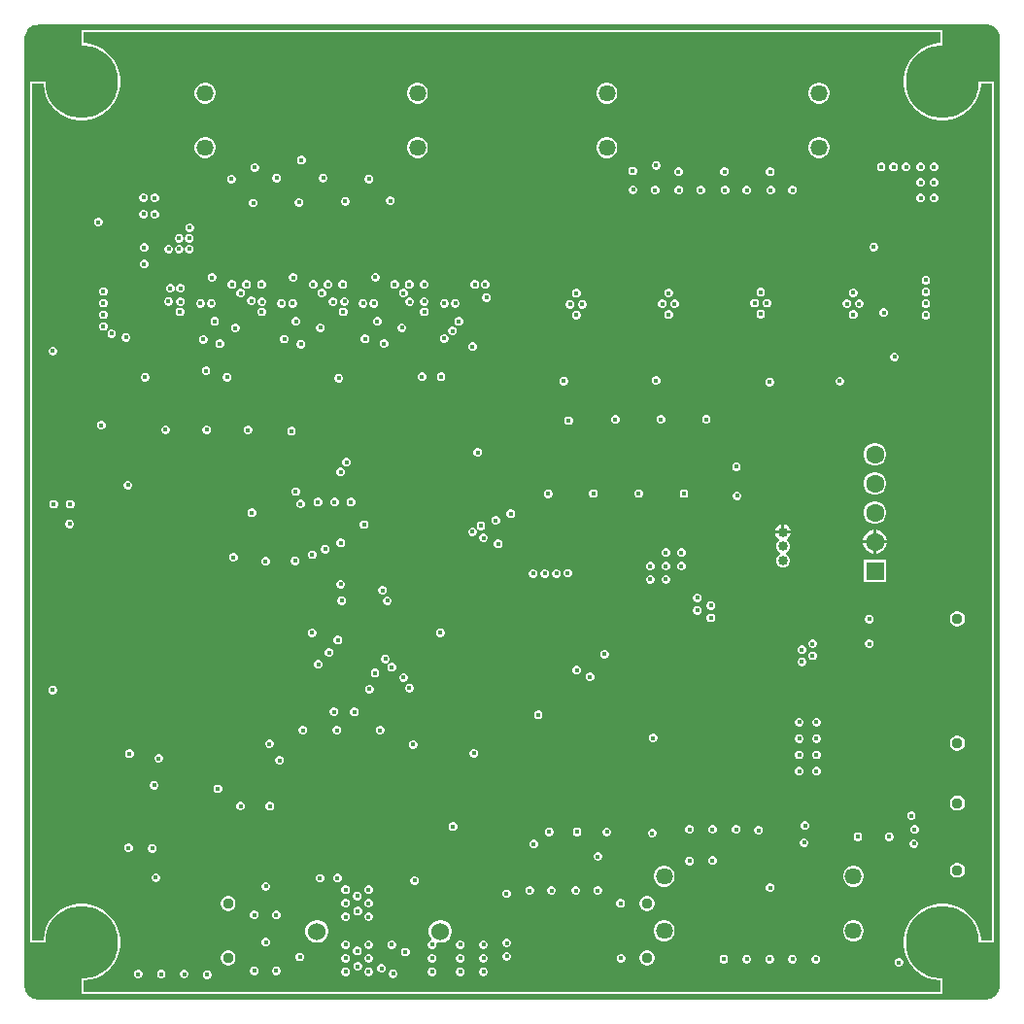
<source format=gbr>
G04*
G04 #@! TF.GenerationSoftware,Altium Limited,Altium Designer,24.1.2 (44)*
G04*
G04 Layer_Physical_Order=2*
G04 Layer_Color=15724527*
%FSLAX44Y44*%
%MOMM*%
G71*
G04*
G04 #@! TF.SameCoordinates,594C4E7E-5880-4872-9B90-1EBF5E6123A4*
G04*
G04*
G04 #@! TF.FilePolarity,Positive*
G04*
G01*
G75*
%ADD16C,0.5080*%
%ADD140R,4.5759X4.5772*%
%ADD141R,4.5898X4.6031*%
%ADD142R,4.5498X4.5450*%
%ADD143R,4.5846X4.5929*%
%ADD144C,1.4580*%
%ADD145C,0.9500*%
%ADD147C,1.0000*%
%ADD148C,6.3500*%
%ADD150C,0.8500*%
%ADD151R,1.6000X1.6000*%
%ADD152C,1.6000*%
%ADD153C,0.4000*%
%ADD154C,1.5240*%
G36*
X53318Y819082D02*
X53154Y818839D01*
X53010Y818558D01*
X52886Y818240D01*
X52780Y817885D01*
X52694Y817493D01*
X52626Y817063D01*
X52578Y816597D01*
X52540Y815553D01*
X47460D01*
X47450Y816094D01*
X47374Y817063D01*
X47306Y817493D01*
X47220Y817885D01*
X47114Y818240D01*
X46990Y818558D01*
X46846Y818839D01*
X46682Y819082D01*
X46500Y819289D01*
X53500D01*
X53318Y819082D01*
D02*
G37*
G36*
X798187Y833528D02*
X797361D01*
X792149Y832702D01*
X787130Y831072D01*
X782428Y828676D01*
X778158Y825574D01*
X774426Y821842D01*
X771324Y817572D01*
X768928Y812870D01*
X767298Y807851D01*
X766472Y802639D01*
Y797361D01*
X767298Y792149D01*
X768928Y787130D01*
X771324Y782428D01*
X774426Y778158D01*
X778158Y774426D01*
X782428Y771324D01*
X787130Y768928D01*
X792149Y767298D01*
X797361Y766472D01*
X802639D01*
X807851Y767298D01*
X812870Y768928D01*
X817572Y771324D01*
X821842Y774426D01*
X825574Y778158D01*
X828676Y782428D01*
X831072Y787130D01*
X832702Y792149D01*
X833528Y797361D01*
Y798187D01*
X843140D01*
Y51813D01*
X833528D01*
Y52639D01*
X832702Y57851D01*
X831072Y62870D01*
X828676Y67572D01*
X825574Y71842D01*
X821842Y75574D01*
X817572Y78676D01*
X812870Y81072D01*
X807851Y82703D01*
X802639Y83528D01*
X797361D01*
X792149Y82703D01*
X787130Y81072D01*
X782428Y78676D01*
X778158Y75574D01*
X774426Y71842D01*
X771324Y67572D01*
X768928Y62870D01*
X767298Y57851D01*
X766472Y52639D01*
Y47361D01*
X767298Y42149D01*
X768928Y37130D01*
X771324Y32427D01*
X774426Y28158D01*
X778158Y24426D01*
X782428Y21324D01*
X787130Y18928D01*
X792149Y17298D01*
X797361Y16472D01*
X798187D01*
Y6921D01*
X51813D01*
Y16472D01*
X52639D01*
X57851Y17298D01*
X62870Y18928D01*
X67572Y21324D01*
X71842Y24426D01*
X75574Y28158D01*
X78676Y32427D01*
X81072Y37130D01*
X82703Y42149D01*
X83528Y47361D01*
Y52639D01*
X82703Y57851D01*
X81072Y62870D01*
X78676Y67572D01*
X75574Y71842D01*
X71842Y75574D01*
X67572Y78676D01*
X62870Y81072D01*
X57851Y82703D01*
X52639Y83528D01*
X47361D01*
X42149Y82703D01*
X37130Y81072D01*
X32427Y78676D01*
X28158Y75574D01*
X24426Y71842D01*
X21324Y67572D01*
X18928Y62870D01*
X17298Y57851D01*
X16472Y52639D01*
Y51813D01*
X6920D01*
X6920Y713918D01*
X6948Y714060D01*
Y798187D01*
X16472D01*
Y797361D01*
X17298Y792149D01*
X18928Y787130D01*
X21324Y782428D01*
X24426Y778158D01*
X28158Y774426D01*
X32427Y771324D01*
X37130Y768928D01*
X42149Y767298D01*
X47361Y766472D01*
X52639D01*
X57851Y767298D01*
X62870Y768928D01*
X67572Y771324D01*
X71842Y774426D01*
X75574Y778158D01*
X78676Y782428D01*
X81072Y787130D01*
X82703Y792149D01*
X83528Y797361D01*
Y802639D01*
X82703Y807851D01*
X81072Y812870D01*
X78676Y817572D01*
X75574Y821842D01*
X71842Y825574D01*
X67572Y828676D01*
X62870Y831072D01*
X57851Y832702D01*
X52639Y833528D01*
X51813D01*
Y843056D01*
X64411D01*
X64441Y843062D01*
X798187D01*
Y833528D01*
D02*
G37*
%LPC*%
G36*
X693691Y799066D02*
X691304D01*
X688997Y798448D01*
X686930Y797255D01*
X685241Y795566D01*
X684047Y793499D01*
X683429Y791192D01*
Y788805D01*
X684047Y786498D01*
X685241Y784430D01*
X686930Y782742D01*
X688997Y781548D01*
X691304Y780930D01*
X693691D01*
X695998Y781548D01*
X698065Y782742D01*
X699754Y784430D01*
X700948Y786498D01*
X701566Y788805D01*
Y791192D01*
X700948Y793499D01*
X699754Y795566D01*
X698065Y797255D01*
X695998Y798448D01*
X693691Y799066D01*
D02*
G37*
G36*
X508691D02*
X506304D01*
X503997Y798448D01*
X501930Y797255D01*
X500241Y795566D01*
X499048Y793499D01*
X498430Y791192D01*
Y788805D01*
X499048Y786498D01*
X500241Y784430D01*
X501930Y782742D01*
X503997Y781548D01*
X506304Y780930D01*
X508691D01*
X510998Y781548D01*
X513065Y782742D01*
X514754Y784430D01*
X515948Y786498D01*
X516566Y788805D01*
Y791192D01*
X515948Y793499D01*
X514754Y795566D01*
X513065Y797255D01*
X510998Y798448D01*
X508691Y799066D01*
D02*
G37*
G36*
X343691D02*
X341304D01*
X338997Y798448D01*
X336930Y797255D01*
X335241Y795566D01*
X334048Y793499D01*
X333430Y791192D01*
Y788805D01*
X334048Y786498D01*
X335241Y784430D01*
X336930Y782742D01*
X338997Y781548D01*
X341304Y780930D01*
X343691D01*
X345998Y781548D01*
X348065Y782742D01*
X349754Y784430D01*
X350948Y786498D01*
X351566Y788805D01*
Y791192D01*
X350948Y793499D01*
X349754Y795566D01*
X348065Y797255D01*
X345998Y798448D01*
X343691Y799066D01*
D02*
G37*
G36*
X158691D02*
X156304D01*
X153997Y798448D01*
X151930Y797255D01*
X150241Y795566D01*
X149047Y793499D01*
X148430Y791192D01*
Y788805D01*
X149047Y786498D01*
X150241Y784430D01*
X151930Y782742D01*
X153997Y781548D01*
X156304Y780930D01*
X158691D01*
X160998Y781548D01*
X163065Y782742D01*
X164754Y784430D01*
X165948Y786498D01*
X166566Y788805D01*
Y791192D01*
X165948Y793499D01*
X164754Y795566D01*
X163065Y797255D01*
X160998Y798448D01*
X158691Y799066D01*
D02*
G37*
G36*
X693691Y751566D02*
X691304D01*
X688997Y750948D01*
X686930Y749755D01*
X685241Y748066D01*
X684047Y745999D01*
X683429Y743692D01*
Y741305D01*
X684047Y738998D01*
X685241Y736930D01*
X686930Y735242D01*
X688997Y734048D01*
X691304Y733430D01*
X693691D01*
X695998Y734048D01*
X698065Y735242D01*
X699754Y736930D01*
X700948Y738998D01*
X701566Y741305D01*
Y743692D01*
X700948Y745999D01*
X699754Y748066D01*
X698065Y749755D01*
X695998Y750948D01*
X693691Y751566D01*
D02*
G37*
G36*
X508691D02*
X506304D01*
X503997Y750948D01*
X501930Y749755D01*
X500241Y748066D01*
X499048Y745999D01*
X498430Y743692D01*
Y741305D01*
X499048Y738998D01*
X500241Y736930D01*
X501930Y735242D01*
X503997Y734048D01*
X506304Y733430D01*
X508691D01*
X510998Y734048D01*
X513065Y735242D01*
X514754Y736930D01*
X515948Y738998D01*
X516566Y741305D01*
Y743692D01*
X515948Y745999D01*
X514754Y748066D01*
X513065Y749755D01*
X510998Y750948D01*
X508691Y751566D01*
D02*
G37*
G36*
X343691D02*
X341304D01*
X338997Y750948D01*
X336930Y749755D01*
X335241Y748066D01*
X334048Y745999D01*
X333430Y743692D01*
Y741305D01*
X334048Y738998D01*
X335241Y736930D01*
X336930Y735242D01*
X338997Y734048D01*
X341304Y733430D01*
X343691D01*
X345998Y734048D01*
X348065Y735242D01*
X349754Y736930D01*
X350948Y738998D01*
X351566Y741305D01*
Y743692D01*
X350948Y745999D01*
X349754Y748066D01*
X348065Y749755D01*
X345998Y750948D01*
X343691Y751566D01*
D02*
G37*
G36*
X158691D02*
X156304D01*
X153997Y750948D01*
X151930Y749755D01*
X150241Y748066D01*
X149047Y745999D01*
X148430Y743692D01*
Y741305D01*
X149047Y738998D01*
X150241Y736930D01*
X151930Y735242D01*
X153997Y734048D01*
X156304Y733430D01*
X158691D01*
X160998Y734048D01*
X163065Y735242D01*
X164754Y736930D01*
X165948Y738998D01*
X166566Y741305D01*
Y743692D01*
X165948Y745999D01*
X164754Y748066D01*
X163065Y749755D01*
X160998Y750948D01*
X158691Y751566D01*
D02*
G37*
G36*
X242052Y735298D02*
X240548D01*
X239160Y734723D01*
X238097Y733660D01*
X237522Y732271D01*
Y730769D01*
X238097Y729380D01*
X239160Y728317D01*
X240548Y727742D01*
X242052D01*
X243440Y728317D01*
X244503Y729380D01*
X245078Y730769D01*
Y732271D01*
X244503Y733660D01*
X243440Y734723D01*
X242052Y735298D01*
D02*
G37*
G36*
X551344Y730871D02*
X549841D01*
X548452Y730296D01*
X547390Y729233D01*
X546815Y727845D01*
Y726342D01*
X547390Y724953D01*
X548452Y723891D01*
X549841Y723315D01*
X551344D01*
X552733Y723891D01*
X553795Y724953D01*
X554371Y726342D01*
Y727845D01*
X553795Y729233D01*
X552733Y730296D01*
X551344Y730871D01*
D02*
G37*
G36*
X793427Y729421D02*
X791924D01*
X790536Y728846D01*
X789473Y727783D01*
X788898Y726395D01*
Y724892D01*
X789473Y723503D01*
X790536Y722440D01*
X791924Y721865D01*
X793427D01*
X794816Y722440D01*
X795878Y723503D01*
X796454Y724892D01*
Y726395D01*
X795878Y727783D01*
X794816Y728846D01*
X793427Y729421D01*
D02*
G37*
G36*
X781743D02*
X780240D01*
X778852Y728846D01*
X777789Y727783D01*
X777214Y726395D01*
Y724892D01*
X777789Y723503D01*
X778852Y722440D01*
X780240Y721865D01*
X781743D01*
X783132Y722440D01*
X784194Y723503D01*
X784770Y724892D01*
Y726395D01*
X784194Y727783D01*
X783132Y728846D01*
X781743Y729421D01*
D02*
G37*
G36*
X769101D02*
X767598D01*
X766210Y728846D01*
X765147Y727783D01*
X764572Y726395D01*
Y724892D01*
X765147Y723503D01*
X766210Y722440D01*
X767598Y721865D01*
X769101D01*
X770490Y722440D01*
X771553Y723503D01*
X772128Y724892D01*
Y726395D01*
X771553Y727783D01*
X770490Y728846D01*
X769101Y729421D01*
D02*
G37*
G36*
X758264D02*
X756761D01*
X755373Y728846D01*
X754310Y727783D01*
X753735Y726395D01*
Y724892D01*
X754310Y723503D01*
X755373Y722440D01*
X756761Y721865D01*
X758264D01*
X759653Y722440D01*
X760715Y723503D01*
X761291Y724892D01*
Y726395D01*
X760715Y727783D01*
X759653Y728846D01*
X758264Y729421D01*
D02*
G37*
G36*
X747427D02*
X745924D01*
X744535Y728846D01*
X743473Y727783D01*
X742897Y726395D01*
Y724892D01*
X743473Y723503D01*
X744535Y722440D01*
X745924Y721865D01*
X747427D01*
X748815Y722440D01*
X749878Y723503D01*
X750453Y724892D01*
Y726395D01*
X749878Y727783D01*
X748815Y728846D01*
X747427Y729421D01*
D02*
G37*
G36*
X201411Y728948D02*
X199909D01*
X198520Y728373D01*
X197457Y727310D01*
X196882Y725921D01*
Y724418D01*
X197457Y723030D01*
X198520Y721967D01*
X199909Y721392D01*
X201411D01*
X202800Y721967D01*
X203863Y723030D01*
X204438Y724418D01*
Y725921D01*
X203863Y727310D01*
X202800Y728373D01*
X201411Y728948D01*
D02*
G37*
G36*
X530749Y725855D02*
X529246D01*
X527857Y725280D01*
X526794Y724217D01*
X526219Y722829D01*
Y721326D01*
X526794Y719937D01*
X527857Y718875D01*
X529246Y718299D01*
X530749D01*
X532137Y718875D01*
X533200Y719937D01*
X533775Y721326D01*
Y722829D01*
X533200Y724217D01*
X532137Y725280D01*
X530749Y725855D01*
D02*
G37*
G36*
X610891Y725316D02*
X609388D01*
X607999Y724741D01*
X606937Y723678D01*
X606362Y722289D01*
Y720786D01*
X606937Y719398D01*
X607999Y718335D01*
X609388Y717760D01*
X610891D01*
X612280Y718335D01*
X613342Y719398D01*
X613918Y720786D01*
Y722289D01*
X613342Y723678D01*
X612280Y724741D01*
X610891Y725316D01*
D02*
G37*
G36*
X570814Y725225D02*
X569311D01*
X567923Y724650D01*
X566860Y723587D01*
X566285Y722199D01*
Y720696D01*
X566860Y719307D01*
X567923Y718244D01*
X569311Y717669D01*
X570814D01*
X572203Y718244D01*
X573266Y719307D01*
X573841Y720696D01*
Y722199D01*
X573266Y723587D01*
X572203Y724650D01*
X570814Y725225D01*
D02*
G37*
G36*
X650774Y725105D02*
X649271D01*
X647882Y724530D01*
X646819Y723467D01*
X646244Y722078D01*
Y720575D01*
X646819Y719187D01*
X647882Y718124D01*
X649271Y717549D01*
X650774D01*
X652162Y718124D01*
X653225Y719187D01*
X653800Y720575D01*
Y722078D01*
X653225Y723467D01*
X652162Y724530D01*
X650774Y725105D01*
D02*
G37*
G36*
X220598Y719792D02*
X219095D01*
X217707Y719217D01*
X216644Y718154D01*
X216069Y716766D01*
Y715263D01*
X216644Y713874D01*
X217707Y712812D01*
X219095Y712236D01*
X220598D01*
X221987Y712812D01*
X223050Y713874D01*
X223625Y715263D01*
Y716766D01*
X223050Y718154D01*
X221987Y719217D01*
X220598Y719792D01*
D02*
G37*
G36*
X261008Y719712D02*
X259506D01*
X258117Y719137D01*
X257054Y718074D01*
X256479Y716686D01*
Y715183D01*
X257054Y713794D01*
X258117Y712731D01*
X259506Y712156D01*
X261008D01*
X262397Y712731D01*
X263460Y713794D01*
X264035Y715183D01*
Y716686D01*
X263460Y718074D01*
X262397Y719137D01*
X261008Y719712D01*
D02*
G37*
G36*
X301045Y718920D02*
X299542D01*
X298154Y718345D01*
X297091Y717282D01*
X296516Y715893D01*
Y714390D01*
X297091Y713002D01*
X298154Y711939D01*
X299542Y711364D01*
X301045D01*
X302434Y711939D01*
X303497Y713002D01*
X304072Y714390D01*
Y715893D01*
X303497Y717282D01*
X302434Y718345D01*
X301045Y718920D01*
D02*
G37*
G36*
X181091Y718788D02*
X179589D01*
X178200Y718213D01*
X177137Y717150D01*
X176562Y715761D01*
Y714258D01*
X177137Y712870D01*
X178200Y711807D01*
X179589Y711232D01*
X181091D01*
X182480Y711807D01*
X183543Y712870D01*
X184118Y714258D01*
Y715761D01*
X183543Y717150D01*
X182480Y718213D01*
X181091Y718788D01*
D02*
G37*
G36*
X793427Y715832D02*
X791924D01*
X790536Y715257D01*
X789473Y714194D01*
X788898Y712805D01*
Y711302D01*
X789473Y709914D01*
X790536Y708851D01*
X791924Y708276D01*
X793427D01*
X794816Y708851D01*
X795878Y709914D01*
X796454Y711302D01*
Y712805D01*
X795878Y714194D01*
X794816Y715257D01*
X793427Y715832D01*
D02*
G37*
G36*
X781743D02*
X780240D01*
X778852Y715257D01*
X777789Y714194D01*
X777214Y712805D01*
Y711302D01*
X777789Y709914D01*
X778852Y708851D01*
X780240Y708276D01*
X781743D01*
X783132Y708851D01*
X784194Y709914D01*
X784770Y711302D01*
Y712805D01*
X784194Y714194D01*
X783132Y715257D01*
X781743Y715832D01*
D02*
G37*
G36*
X531104Y709390D02*
X529600D01*
X528212Y708815D01*
X527149Y707752D01*
X526574Y706364D01*
Y704861D01*
X527149Y703472D01*
X528212Y702409D01*
X529600Y701834D01*
X531104D01*
X532492Y702409D01*
X533555Y703472D01*
X534130Y704861D01*
Y706364D01*
X533555Y707752D01*
X532492Y708815D01*
X531104Y709390D01*
D02*
G37*
G36*
X670144Y709238D02*
X668641D01*
X667252Y708663D01*
X666189Y707600D01*
X665614Y706211D01*
Y704708D01*
X666189Y703320D01*
X667252Y702257D01*
X668641Y701682D01*
X670144D01*
X671532Y702257D01*
X672595Y703320D01*
X673170Y704708D01*
Y706211D01*
X672595Y707600D01*
X671532Y708663D01*
X670144Y709238D01*
D02*
G37*
G36*
X651143D02*
X649641D01*
X648252Y708663D01*
X647189Y707600D01*
X646614Y706211D01*
Y704708D01*
X647189Y703320D01*
X648252Y702257D01*
X649641Y701682D01*
X651143D01*
X652532Y702257D01*
X653595Y703320D01*
X654170Y704708D01*
Y706211D01*
X653595Y707600D01*
X652532Y708663D01*
X651143Y709238D01*
D02*
G37*
G36*
X630266D02*
X628763D01*
X627374Y708663D01*
X626311Y707600D01*
X625736Y706211D01*
Y704708D01*
X626311Y703320D01*
X627374Y702257D01*
X628763Y701682D01*
X630266D01*
X631654Y702257D01*
X632717Y703320D01*
X633292Y704708D01*
Y706211D01*
X632717Y707600D01*
X631654Y708663D01*
X630266Y709238D01*
D02*
G37*
G36*
X611265D02*
X609762D01*
X608374Y708663D01*
X607311Y707600D01*
X606736Y706211D01*
Y704708D01*
X607311Y703320D01*
X608374Y702257D01*
X609762Y701682D01*
X611265D01*
X612654Y702257D01*
X613717Y703320D01*
X614292Y704708D01*
Y706211D01*
X613717Y707600D01*
X612654Y708663D01*
X611265Y709238D01*
D02*
G37*
G36*
X590134D02*
X588630D01*
X587242Y708663D01*
X586179Y707600D01*
X585604Y706211D01*
Y704708D01*
X586179Y703320D01*
X587242Y702257D01*
X588630Y701682D01*
X590134D01*
X591522Y702257D01*
X592585Y703320D01*
X593160Y704708D01*
Y706211D01*
X592585Y707600D01*
X591522Y708663D01*
X590134Y709238D01*
D02*
G37*
G36*
X571133D02*
X569631D01*
X568242Y708663D01*
X567179Y707600D01*
X566604Y706211D01*
Y704708D01*
X567179Y703320D01*
X568242Y702257D01*
X569631Y701682D01*
X571133D01*
X572522Y702257D01*
X573585Y703320D01*
X574160Y704708D01*
Y706211D01*
X573585Y707600D01*
X572522Y708663D01*
X571133Y709238D01*
D02*
G37*
G36*
X550256D02*
X548753D01*
X547364Y708663D01*
X546301Y707600D01*
X545726Y706211D01*
Y704708D01*
X546301Y703320D01*
X547364Y702257D01*
X548753Y701682D01*
X550256D01*
X551644Y702257D01*
X552707Y703320D01*
X553282Y704708D01*
Y706211D01*
X552707Y707600D01*
X551644Y708663D01*
X550256Y709238D01*
D02*
G37*
G36*
X104637Y702752D02*
X103134D01*
X101746Y702177D01*
X100683Y701114D01*
X100108Y699725D01*
Y698222D01*
X100683Y696834D01*
X101746Y695771D01*
X103134Y695196D01*
X104637D01*
X106026Y695771D01*
X107089Y696834D01*
X107664Y698222D01*
Y699725D01*
X107089Y701114D01*
X106026Y702177D01*
X104637Y702752D01*
D02*
G37*
G36*
X114290Y702493D02*
X112787D01*
X111398Y701918D01*
X110335Y700855D01*
X109760Y699466D01*
Y697963D01*
X110335Y696575D01*
X111398Y695512D01*
X112787Y694937D01*
X114290D01*
X115678Y695512D01*
X116741Y696575D01*
X117316Y697963D01*
Y699466D01*
X116741Y700855D01*
X115678Y701918D01*
X114290Y702493D01*
D02*
G37*
G36*
X793427Y702243D02*
X791924D01*
X790536Y701668D01*
X789473Y700605D01*
X788898Y699217D01*
Y697713D01*
X789473Y696325D01*
X790536Y695262D01*
X791924Y694687D01*
X793427D01*
X794816Y695262D01*
X795878Y696325D01*
X796454Y697713D01*
Y699217D01*
X795878Y700605D01*
X794816Y701668D01*
X793427Y702243D01*
D02*
G37*
G36*
X781743D02*
X780240D01*
X778852Y701668D01*
X777789Y700605D01*
X777214Y699217D01*
Y697713D01*
X777789Y696325D01*
X778852Y695262D01*
X780240Y694687D01*
X781743D01*
X783132Y695262D01*
X784194Y696325D01*
X784770Y697713D01*
Y699217D01*
X784194Y700605D01*
X783132Y701668D01*
X781743Y702243D01*
D02*
G37*
G36*
X319714Y700039D02*
X318211D01*
X316823Y699464D01*
X315760Y698401D01*
X315185Y697012D01*
Y695509D01*
X315760Y694121D01*
X316823Y693058D01*
X318211Y692483D01*
X319714D01*
X321103Y693058D01*
X322166Y694121D01*
X322741Y695509D01*
Y697012D01*
X322166Y698401D01*
X321103Y699464D01*
X319714Y700039D01*
D02*
G37*
G36*
X280386Y699488D02*
X278883D01*
X277495Y698913D01*
X276432Y697850D01*
X275857Y696461D01*
Y694958D01*
X276432Y693570D01*
X277495Y692507D01*
X278883Y691932D01*
X280386D01*
X281775Y692507D01*
X282837Y693570D01*
X283413Y694958D01*
Y696461D01*
X282837Y697850D01*
X281775Y698913D01*
X280386Y699488D01*
D02*
G37*
G36*
X240019Y698468D02*
X238517D01*
X237128Y697893D01*
X236065Y696830D01*
X235490Y695442D01*
Y693939D01*
X236065Y692550D01*
X237128Y691487D01*
X238517Y690912D01*
X240019D01*
X241408Y691487D01*
X242471Y692550D01*
X243046Y693939D01*
Y695442D01*
X242471Y696830D01*
X241408Y697893D01*
X240019Y698468D01*
D02*
G37*
G36*
X200142Y697960D02*
X198638D01*
X197250Y697385D01*
X196187Y696322D01*
X195612Y694933D01*
Y693430D01*
X196187Y692042D01*
X197250Y690979D01*
X198638Y690404D01*
X200142D01*
X201530Y690979D01*
X202593Y692042D01*
X203168Y693430D01*
Y694933D01*
X202593Y696322D01*
X201530Y697385D01*
X200142Y697960D01*
D02*
G37*
G36*
X104637Y688308D02*
X103134D01*
X101746Y687733D01*
X100683Y686670D01*
X100108Y685282D01*
Y683779D01*
X100683Y682390D01*
X101746Y681327D01*
X103134Y680752D01*
X104637D01*
X106026Y681327D01*
X107089Y682390D01*
X107664Y683779D01*
Y685282D01*
X107089Y686670D01*
X106026Y687733D01*
X104637Y688308D01*
D02*
G37*
G36*
X114290Y688049D02*
X112787D01*
X111398Y687474D01*
X110335Y686411D01*
X109760Y685023D01*
Y683520D01*
X110335Y682131D01*
X111398Y681068D01*
X112787Y680493D01*
X114290D01*
X115678Y681068D01*
X116741Y682131D01*
X117316Y683520D01*
Y685023D01*
X116741Y686411D01*
X115678Y687474D01*
X114290Y688049D01*
D02*
G37*
G36*
X65195Y681335D02*
X63692D01*
X62303Y680760D01*
X61241Y679697D01*
X60665Y678308D01*
Y676805D01*
X61241Y675417D01*
X62303Y674354D01*
X63692Y673779D01*
X65195D01*
X66583Y674354D01*
X67646Y675417D01*
X68221Y676805D01*
Y678308D01*
X67646Y679697D01*
X66583Y680760D01*
X65195Y681335D01*
D02*
G37*
G36*
X144663Y676482D02*
X143160D01*
X141771Y675907D01*
X140709Y674844D01*
X140133Y673456D01*
Y671953D01*
X140709Y670564D01*
X141771Y669501D01*
X143160Y668926D01*
X144663D01*
X146051Y669501D01*
X147114Y670564D01*
X147689Y671953D01*
Y673456D01*
X147114Y674844D01*
X146051Y675907D01*
X144663Y676482D01*
D02*
G37*
G36*
X144515Y667226D02*
X143013D01*
X141624Y666651D01*
X140561Y665588D01*
X139986Y664200D01*
Y662697D01*
X140561Y661308D01*
X141624Y660245D01*
X143013Y659670D01*
X144515D01*
X145904Y660245D01*
X146967Y661308D01*
X147542Y662697D01*
Y664200D01*
X146967Y665588D01*
X145904Y666651D01*
X144515Y667226D01*
D02*
G37*
G36*
X135503D02*
X134000D01*
X132611Y666651D01*
X131549Y665588D01*
X130973Y664200D01*
Y662697D01*
X131549Y661308D01*
X132611Y660245D01*
X134000Y659670D01*
X135503D01*
X136891Y660245D01*
X137954Y661308D01*
X138529Y662697D01*
Y664200D01*
X137954Y665588D01*
X136891Y666651D01*
X135503Y667226D01*
D02*
G37*
G36*
X740908Y659606D02*
X739405D01*
X738016Y659031D01*
X736953Y657968D01*
X736378Y656580D01*
Y655077D01*
X736953Y653688D01*
X738016Y652625D01*
X739405Y652050D01*
X740908D01*
X742296Y652625D01*
X743359Y653688D01*
X743934Y655077D01*
Y656580D01*
X743359Y657968D01*
X742296Y659031D01*
X740908Y659606D01*
D02*
G37*
G36*
X105049Y659160D02*
X103546D01*
X102157Y658585D01*
X101094Y657522D01*
X100519Y656134D01*
Y654631D01*
X101094Y653242D01*
X102157Y652179D01*
X103546Y651604D01*
X105049D01*
X106437Y652179D01*
X107500Y653242D01*
X108075Y654631D01*
Y656134D01*
X107500Y657522D01*
X106437Y658585D01*
X105049Y659160D01*
D02*
G37*
G36*
X144515Y657828D02*
X143013D01*
X141624Y657253D01*
X140561Y656190D01*
X139986Y654801D01*
Y653298D01*
X140561Y651910D01*
X141624Y650847D01*
X143013Y650272D01*
X144515D01*
X145904Y650847D01*
X146967Y651910D01*
X147542Y653298D01*
Y654801D01*
X146967Y656190D01*
X145904Y657253D01*
X144515Y657828D01*
D02*
G37*
G36*
X135503D02*
X134000D01*
X132611Y657253D01*
X131549Y656190D01*
X130973Y654801D01*
Y653298D01*
X131549Y651910D01*
X132611Y650847D01*
X134000Y650272D01*
X135503D01*
X136891Y650847D01*
X137954Y651910D01*
X138529Y653298D01*
Y654801D01*
X137954Y656190D01*
X136891Y657253D01*
X135503Y657828D01*
D02*
G37*
G36*
X126490Y657720D02*
X124987D01*
X123599Y657145D01*
X122536Y656083D01*
X121961Y654694D01*
Y653191D01*
X122536Y651802D01*
X123599Y650740D01*
X124987Y650164D01*
X126490D01*
X127879Y650740D01*
X128941Y651802D01*
X129517Y653191D01*
Y654694D01*
X128941Y656083D01*
X127879Y657145D01*
X126490Y657720D01*
D02*
G37*
G36*
X105049Y644716D02*
X103546D01*
X102157Y644141D01*
X101094Y643078D01*
X100519Y641690D01*
Y640187D01*
X101094Y638798D01*
X102157Y637735D01*
X103546Y637160D01*
X105049D01*
X106437Y637735D01*
X107500Y638798D01*
X108075Y640187D01*
Y641690D01*
X107500Y643078D01*
X106437Y644141D01*
X105049Y644716D01*
D02*
G37*
G36*
X306628Y633198D02*
X305125D01*
X303736Y632623D01*
X302674Y631560D01*
X302099Y630172D01*
Y628669D01*
X302674Y627280D01*
X303736Y626217D01*
X305125Y625642D01*
X306628D01*
X308016Y626217D01*
X309079Y627280D01*
X309654Y628669D01*
Y630172D01*
X309079Y631560D01*
X308016Y632623D01*
X306628Y633198D01*
D02*
G37*
G36*
X234954Y633111D02*
X233451D01*
X232062Y632536D01*
X230999Y631473D01*
X230424Y630084D01*
Y628581D01*
X230999Y627193D01*
X232062Y626130D01*
X233451Y625555D01*
X234954D01*
X236342Y626130D01*
X237405Y627193D01*
X237980Y628581D01*
Y630084D01*
X237405Y631473D01*
X236342Y632536D01*
X234954Y633111D01*
D02*
G37*
G36*
X164179D02*
X162676D01*
X161287Y632536D01*
X160225Y631473D01*
X159649Y630084D01*
Y628581D01*
X160225Y627193D01*
X161287Y626130D01*
X162676Y625555D01*
X164179D01*
X165568Y626130D01*
X166630Y627193D01*
X167206Y628581D01*
Y630084D01*
X166630Y631473D01*
X165568Y632536D01*
X164179Y633111D01*
D02*
G37*
G36*
X786346Y630769D02*
X784843D01*
X783454Y630194D01*
X782392Y629132D01*
X781816Y627743D01*
Y626240D01*
X782392Y624851D01*
X783454Y623789D01*
X784843Y623213D01*
X786346D01*
X787735Y623789D01*
X788797Y624851D01*
X789372Y626240D01*
Y627743D01*
X788797Y629132D01*
X787735Y630194D01*
X786346Y630769D01*
D02*
G37*
G36*
X402326Y626949D02*
X400822D01*
X399434Y626374D01*
X398371Y625311D01*
X397796Y623923D01*
Y622420D01*
X398371Y621031D01*
X399434Y619968D01*
X400822Y619393D01*
X402326D01*
X403714Y619968D01*
X404777Y621031D01*
X405352Y622420D01*
Y623923D01*
X404777Y625311D01*
X403714Y626374D01*
X402326Y626949D01*
D02*
G37*
G36*
X393436D02*
X391932D01*
X390544Y626374D01*
X389481Y625311D01*
X388906Y623923D01*
Y622420D01*
X389481Y621031D01*
X390544Y619968D01*
X391932Y619393D01*
X393436D01*
X394824Y619968D01*
X395887Y621031D01*
X396462Y622420D01*
Y623923D01*
X395887Y625311D01*
X394824Y626374D01*
X393436Y626949D01*
D02*
G37*
G36*
X349135D02*
X347632D01*
X346244Y626374D01*
X345181Y625311D01*
X344606Y623923D01*
Y622420D01*
X345181Y621031D01*
X346244Y619968D01*
X347632Y619393D01*
X349135D01*
X350524Y619968D01*
X351587Y621031D01*
X352162Y622420D01*
Y623923D01*
X351587Y625311D01*
X350524Y626374D01*
X349135Y626949D01*
D02*
G37*
G36*
X336122D02*
X334619D01*
X333231Y626374D01*
X332168Y625311D01*
X331593Y623923D01*
Y622420D01*
X332168Y621031D01*
X333231Y619968D01*
X334619Y619393D01*
X336122D01*
X337511Y619968D01*
X338573Y621031D01*
X339149Y622420D01*
Y623923D01*
X338573Y625311D01*
X337511Y626374D01*
X336122Y626949D01*
D02*
G37*
G36*
X323319D02*
X321816D01*
X320427Y626374D01*
X319364Y625311D01*
X318789Y623923D01*
Y622420D01*
X319364Y621031D01*
X320427Y619968D01*
X321816Y619393D01*
X323319D01*
X324707Y619968D01*
X325770Y621031D01*
X326345Y622420D01*
Y623923D01*
X325770Y625311D01*
X324707Y626374D01*
X323319Y626949D01*
D02*
G37*
G36*
X278273Y626945D02*
X276770D01*
X275381Y626370D01*
X274319Y625307D01*
X273743Y623918D01*
Y622415D01*
X274319Y621027D01*
X275381Y619964D01*
X276770Y619389D01*
X278273D01*
X279662Y619964D01*
X280724Y621027D01*
X281299Y622415D01*
Y623918D01*
X280724Y625307D01*
X279662Y626370D01*
X278273Y626945D01*
D02*
G37*
G36*
X265260D02*
X263757D01*
X262368Y626370D01*
X261306Y625307D01*
X260730Y623918D01*
Y622415D01*
X261306Y621027D01*
X262368Y619964D01*
X263757Y619389D01*
X265260D01*
X266648Y619964D01*
X267711Y621027D01*
X268286Y622415D01*
Y623918D01*
X267711Y625307D01*
X266648Y626370D01*
X265260Y626945D01*
D02*
G37*
G36*
X252456D02*
X250953D01*
X249565Y626370D01*
X248502Y625307D01*
X247927Y623918D01*
Y622415D01*
X248502Y621027D01*
X249565Y619964D01*
X250953Y619389D01*
X252456D01*
X253845Y619964D01*
X254908Y621027D01*
X255483Y622415D01*
Y623918D01*
X254908Y625307D01*
X253845Y626370D01*
X252456Y626945D01*
D02*
G37*
G36*
X207417D02*
X205914D01*
X204526Y626370D01*
X203463Y625307D01*
X202888Y623918D01*
Y622415D01*
X203463Y621027D01*
X204526Y619964D01*
X205914Y619389D01*
X207417D01*
X208806Y619964D01*
X209869Y621027D01*
X210444Y622415D01*
Y623918D01*
X209869Y625307D01*
X208806Y626370D01*
X207417Y626945D01*
D02*
G37*
G36*
X194404D02*
X192901D01*
X191513Y626370D01*
X190450Y625307D01*
X189875Y623918D01*
Y622415D01*
X190450Y621027D01*
X191513Y619964D01*
X192901Y619389D01*
X194404D01*
X195793Y619964D01*
X196856Y621027D01*
X197431Y622415D01*
Y623918D01*
X196856Y625307D01*
X195793Y626370D01*
X194404Y626945D01*
D02*
G37*
G36*
X181601D02*
X180098D01*
X178709Y626370D01*
X177646Y625307D01*
X177071Y623918D01*
Y622415D01*
X177646Y621027D01*
X178709Y619964D01*
X180098Y619389D01*
X181601D01*
X182989Y619964D01*
X184052Y621027D01*
X184627Y622415D01*
Y623918D01*
X184052Y625307D01*
X182989Y626370D01*
X181601Y626945D01*
D02*
G37*
G36*
X136822Y623708D02*
X135319D01*
X133931Y623133D01*
X132868Y622070D01*
X132293Y620682D01*
Y619179D01*
X132868Y617790D01*
X133931Y616727D01*
X135319Y616152D01*
X136822D01*
X138211Y616727D01*
X139274Y617790D01*
X139849Y619179D01*
Y620682D01*
X139274Y622070D01*
X138211Y623133D01*
X136822Y623708D01*
D02*
G37*
G36*
X127932D02*
X126429D01*
X125041Y623133D01*
X123978Y622070D01*
X123403Y620682D01*
Y619179D01*
X123978Y617790D01*
X125041Y616727D01*
X126429Y616152D01*
X127932D01*
X129321Y616727D01*
X130384Y617790D01*
X130959Y619179D01*
Y620682D01*
X130384Y622070D01*
X129321Y623133D01*
X127932Y623708D01*
D02*
G37*
G36*
X69636Y620898D02*
X68133D01*
X66744Y620323D01*
X65681Y619260D01*
X65106Y617872D01*
Y616369D01*
X65681Y614980D01*
X66744Y613918D01*
X68133Y613342D01*
X69636D01*
X71024Y613918D01*
X72087Y614980D01*
X72662Y616369D01*
Y617872D01*
X72087Y619260D01*
X71024Y620323D01*
X69636Y620898D01*
D02*
G37*
G36*
X786346Y620609D02*
X784843D01*
X783454Y620034D01*
X782392Y618971D01*
X781816Y617583D01*
Y616080D01*
X782392Y614691D01*
X783454Y613629D01*
X784843Y613053D01*
X786346D01*
X787735Y613629D01*
X788797Y614691D01*
X789372Y616080D01*
Y617583D01*
X788797Y618971D01*
X787735Y620034D01*
X786346Y620609D01*
D02*
G37*
G36*
X642430Y620166D02*
X640927D01*
X639538Y619591D01*
X638476Y618528D01*
X637901Y617139D01*
Y615636D01*
X638476Y614248D01*
X639538Y613185D01*
X640927Y612610D01*
X642430D01*
X643819Y613185D01*
X644881Y614248D01*
X645456Y615636D01*
Y617139D01*
X644881Y618528D01*
X643819Y619591D01*
X642430Y620166D01*
D02*
G37*
G36*
X723018Y619656D02*
X721515D01*
X720127Y619081D01*
X719064Y618018D01*
X718489Y616629D01*
Y615126D01*
X719064Y613738D01*
X720127Y612675D01*
X721515Y612100D01*
X723018D01*
X724407Y612675D01*
X725470Y613738D01*
X726045Y615126D01*
Y616629D01*
X725470Y618018D01*
X724407Y619081D01*
X723018Y619656D01*
D02*
G37*
G36*
X562076Y619585D02*
X560574D01*
X559185Y619010D01*
X558122Y617947D01*
X557547Y616558D01*
Y615055D01*
X558122Y613667D01*
X559185Y612604D01*
X560574Y612029D01*
X562076D01*
X563465Y612604D01*
X564528Y613667D01*
X565103Y615055D01*
Y616558D01*
X564528Y617947D01*
X563465Y619010D01*
X562076Y619585D01*
D02*
G37*
G36*
X330951Y619474D02*
X329449D01*
X328060Y618899D01*
X326997Y617836D01*
X326422Y616447D01*
Y614944D01*
X326997Y613556D01*
X328060Y612493D01*
X329449Y611918D01*
X330951D01*
X332340Y612493D01*
X333403Y613556D01*
X333978Y614944D01*
Y616447D01*
X333403Y617836D01*
X332340Y618899D01*
X330951Y619474D01*
D02*
G37*
G36*
X259835D02*
X258332D01*
X256944Y618899D01*
X255881Y617836D01*
X255306Y616447D01*
Y614944D01*
X255881Y613556D01*
X256944Y612493D01*
X258332Y611918D01*
X259835D01*
X261224Y612493D01*
X262287Y613556D01*
X262862Y614944D01*
Y616447D01*
X262287Y617836D01*
X261224Y618899D01*
X259835Y619474D01*
D02*
G37*
G36*
X189234Y619470D02*
X187731D01*
X186342Y618895D01*
X185279Y617832D01*
X184704Y616443D01*
Y614940D01*
X185279Y613552D01*
X186342Y612489D01*
X187731Y611914D01*
X189234D01*
X190622Y612489D01*
X191685Y613552D01*
X192260Y614940D01*
Y616443D01*
X191685Y617832D01*
X190622Y618895D01*
X189234Y619470D01*
D02*
G37*
G36*
X481614Y619242D02*
X480111D01*
X478722Y618667D01*
X477660Y617604D01*
X477085Y616215D01*
Y614712D01*
X477660Y613324D01*
X478722Y612261D01*
X480111Y611686D01*
X481614D01*
X483003Y612261D01*
X484065Y613324D01*
X484641Y614712D01*
Y616215D01*
X484065Y617604D01*
X483003Y618667D01*
X481614Y619242D01*
D02*
G37*
G36*
X403417Y615771D02*
X401914D01*
X400525Y615196D01*
X399463Y614133D01*
X398887Y612744D01*
Y611241D01*
X399463Y609853D01*
X400525Y608790D01*
X401914Y608215D01*
X403417D01*
X404805Y608790D01*
X405868Y609853D01*
X406443Y611241D01*
Y612744D01*
X405868Y614133D01*
X404805Y615196D01*
X403417Y615771D01*
D02*
G37*
G36*
X198558Y612839D02*
X197055D01*
X195666Y612264D01*
X194604Y611201D01*
X194028Y609813D01*
Y608310D01*
X194604Y606921D01*
X195666Y605858D01*
X197055Y605283D01*
X198558D01*
X199946Y605858D01*
X201009Y606921D01*
X201584Y608310D01*
Y609813D01*
X201009Y611201D01*
X199946Y612264D01*
X198558Y612839D01*
D02*
G37*
G36*
X126307Y612322D02*
X124804D01*
X123415Y611746D01*
X122353Y610684D01*
X121777Y609295D01*
Y607792D01*
X122353Y606404D01*
X123415Y605341D01*
X124804Y604766D01*
X126307D01*
X127696Y605341D01*
X128758Y606404D01*
X129333Y607792D01*
Y609295D01*
X128758Y610684D01*
X127696Y611746D01*
X126307Y612322D01*
D02*
G37*
G36*
X349216Y612121D02*
X347713D01*
X346324Y611545D01*
X345261Y610482D01*
X344686Y609094D01*
Y607591D01*
X345261Y606202D01*
X346324Y605140D01*
X347713Y604565D01*
X349216D01*
X350604Y605140D01*
X351667Y606202D01*
X352242Y607591D01*
Y609094D01*
X351667Y610482D01*
X350604Y611545D01*
X349216Y612121D01*
D02*
G37*
G36*
X279682Y612109D02*
X278179D01*
X276790Y611534D01*
X275727Y610471D01*
X275152Y609082D01*
Y607579D01*
X275727Y606191D01*
X276790Y605128D01*
X278179Y604553D01*
X279682D01*
X281070Y605128D01*
X282133Y606191D01*
X282708Y607579D01*
Y609082D01*
X282133Y610471D01*
X281070Y611534D01*
X279682Y612109D01*
D02*
G37*
G36*
X336521Y611941D02*
X335018D01*
X333629Y611366D01*
X332567Y610304D01*
X331992Y608915D01*
Y607412D01*
X332567Y606023D01*
X333629Y604961D01*
X335018Y604385D01*
X336521D01*
X337910Y604961D01*
X338972Y606023D01*
X339548Y607412D01*
Y608915D01*
X338972Y610304D01*
X337910Y611366D01*
X336521Y611941D01*
D02*
G37*
G36*
X269737D02*
X268235D01*
X266846Y611366D01*
X265783Y610304D01*
X265208Y608915D01*
Y607412D01*
X265783Y606023D01*
X266846Y604961D01*
X268235Y604385D01*
X269737D01*
X271126Y604961D01*
X272189Y606023D01*
X272764Y607412D01*
Y608915D01*
X272189Y610304D01*
X271126Y611366D01*
X269737Y611941D01*
D02*
G37*
G36*
X207753D02*
X206250D01*
X204862Y611366D01*
X203799Y610304D01*
X203224Y608915D01*
Y607412D01*
X203799Y606023D01*
X204862Y604961D01*
X206250Y604385D01*
X207753D01*
X209142Y604961D01*
X210205Y606023D01*
X210780Y607412D01*
Y608915D01*
X210205Y610304D01*
X209142Y611366D01*
X207753Y611941D01*
D02*
G37*
G36*
X136845D02*
X135342D01*
X133953Y611366D01*
X132890Y610304D01*
X132315Y608915D01*
Y607412D01*
X132890Y606023D01*
X133953Y604961D01*
X135342Y604385D01*
X136845D01*
X138233Y604961D01*
X139296Y606023D01*
X139871Y607412D01*
Y608915D01*
X139296Y610304D01*
X138233Y611366D01*
X136845Y611941D01*
D02*
G37*
G36*
X69636Y610738D02*
X68133D01*
X66744Y610163D01*
X65681Y609100D01*
X65106Y607712D01*
Y606209D01*
X65681Y604820D01*
X66744Y603758D01*
X68133Y603182D01*
X69636D01*
X71024Y603758D01*
X72087Y604820D01*
X72662Y606209D01*
Y607712D01*
X72087Y609100D01*
X71024Y610163D01*
X69636Y610738D01*
D02*
G37*
G36*
X647736Y610738D02*
X646233D01*
X644845Y610163D01*
X643782Y609100D01*
X643207Y607711D01*
Y606208D01*
X643782Y604820D01*
X644845Y603757D01*
X646233Y603182D01*
X647736D01*
X649125Y603757D01*
X650188Y604820D01*
X650763Y606208D01*
Y607711D01*
X650188Y609100D01*
X649125Y610163D01*
X647736Y610738D01*
D02*
G37*
G36*
X637124D02*
X635621D01*
X634232Y610163D01*
X633169Y609100D01*
X632594Y607711D01*
Y606208D01*
X633169Y604820D01*
X634232Y603757D01*
X635621Y603182D01*
X637124D01*
X638512Y603757D01*
X639575Y604820D01*
X640150Y606208D01*
Y607711D01*
X639575Y609100D01*
X638512Y610163D01*
X637124Y610738D01*
D02*
G37*
G36*
X376160Y610588D02*
X374657D01*
X373268Y610013D01*
X372205Y608950D01*
X371630Y607562D01*
Y606059D01*
X372205Y604670D01*
X373268Y603607D01*
X374657Y603032D01*
X376160D01*
X377548Y603607D01*
X378611Y604670D01*
X379186Y606059D01*
Y607562D01*
X378611Y608950D01*
X377548Y610013D01*
X376160Y610588D01*
D02*
G37*
G36*
X366660D02*
X365157D01*
X363768Y610013D01*
X362706Y608950D01*
X362131Y607562D01*
Y606059D01*
X362706Y604670D01*
X363768Y603607D01*
X365157Y603032D01*
X366660D01*
X368049Y603607D01*
X369111Y604670D01*
X369687Y606059D01*
Y607562D01*
X369111Y608950D01*
X368049Y610013D01*
X366660Y610588D01*
D02*
G37*
G36*
X305298Y610584D02*
X303794D01*
X302406Y610009D01*
X301343Y608946D01*
X300768Y607557D01*
Y606054D01*
X301343Y604666D01*
X302406Y603603D01*
X303794Y603028D01*
X305298D01*
X306686Y603603D01*
X307749Y604666D01*
X308324Y606054D01*
Y607557D01*
X307749Y608946D01*
X306686Y610009D01*
X305298Y610584D01*
D02*
G37*
G36*
X295798D02*
X294295D01*
X292906Y610009D01*
X291843Y608946D01*
X291268Y607557D01*
Y606054D01*
X291843Y604666D01*
X292906Y603603D01*
X294295Y603028D01*
X295798D01*
X297186Y603603D01*
X298249Y604666D01*
X298824Y606054D01*
Y607557D01*
X298249Y608946D01*
X297186Y610009D01*
X295798Y610584D01*
D02*
G37*
G36*
X234442D02*
X232939D01*
X231550Y610009D01*
X230487Y608946D01*
X229912Y607557D01*
Y606054D01*
X230487Y604666D01*
X231550Y603603D01*
X232939Y603028D01*
X234442D01*
X235830Y603603D01*
X236893Y604666D01*
X237468Y606054D01*
Y607557D01*
X236893Y608946D01*
X235830Y610009D01*
X234442Y610584D01*
D02*
G37*
G36*
X224942D02*
X223439D01*
X222050Y610009D01*
X220988Y608946D01*
X220413Y607557D01*
Y606054D01*
X220988Y604666D01*
X222050Y603603D01*
X223439Y603028D01*
X224942D01*
X226331Y603603D01*
X227393Y604666D01*
X227969Y606054D01*
Y607557D01*
X227393Y608946D01*
X226331Y610009D01*
X224942Y610584D01*
D02*
G37*
G36*
X163667D02*
X162164D01*
X160776Y610009D01*
X159713Y608946D01*
X159138Y607557D01*
Y606054D01*
X159713Y604666D01*
X160776Y603603D01*
X162164Y603028D01*
X163667D01*
X165056Y603603D01*
X166119Y604666D01*
X166694Y606054D01*
Y607557D01*
X166119Y608946D01*
X165056Y610009D01*
X163667Y610584D01*
D02*
G37*
G36*
X154167D02*
X152664D01*
X151276Y610009D01*
X150213Y608946D01*
X149638Y607557D01*
Y606054D01*
X150213Y604666D01*
X151276Y603603D01*
X152664Y603028D01*
X154167D01*
X155556Y603603D01*
X156619Y604666D01*
X157194Y606054D01*
Y607557D01*
X156619Y608946D01*
X155556Y610009D01*
X154167Y610584D01*
D02*
G37*
G36*
X786346Y610449D02*
X784843D01*
X783454Y609874D01*
X782392Y608811D01*
X781816Y607423D01*
Y605920D01*
X782392Y604531D01*
X783454Y603469D01*
X784843Y602893D01*
X786346D01*
X787735Y603469D01*
X788797Y604531D01*
X789372Y605920D01*
Y607423D01*
X788797Y608811D01*
X787735Y609874D01*
X786346Y610449D01*
D02*
G37*
G36*
X728325Y610228D02*
X726822D01*
X725433Y609653D01*
X724370Y608590D01*
X723795Y607201D01*
Y605698D01*
X724370Y604310D01*
X725433Y603247D01*
X726822Y602672D01*
X728325D01*
X729713Y603247D01*
X730776Y604310D01*
X731351Y605698D01*
Y607201D01*
X730776Y608590D01*
X729713Y609653D01*
X728325Y610228D01*
D02*
G37*
G36*
X717712D02*
X716209D01*
X714820Y609653D01*
X713758Y608590D01*
X713182Y607201D01*
Y605698D01*
X713758Y604310D01*
X714820Y603247D01*
X716209Y602672D01*
X717712D01*
X719100Y603247D01*
X720163Y604310D01*
X720738Y605698D01*
Y607201D01*
X720163Y608590D01*
X719100Y609653D01*
X717712Y610228D01*
D02*
G37*
G36*
X567383Y610157D02*
X565880D01*
X564491Y609581D01*
X563428Y608519D01*
X562853Y607130D01*
Y605627D01*
X563428Y604239D01*
X564491Y603176D01*
X565880Y602601D01*
X567383D01*
X568771Y603176D01*
X569834Y604239D01*
X570409Y605627D01*
Y607130D01*
X569834Y608519D01*
X568771Y609581D01*
X567383Y610157D01*
D02*
G37*
G36*
X556770D02*
X555267D01*
X553879Y609581D01*
X552816Y608519D01*
X552241Y607130D01*
Y605627D01*
X552816Y604239D01*
X553879Y603176D01*
X555267Y602601D01*
X556770D01*
X558159Y603176D01*
X559222Y604239D01*
X559797Y605627D01*
Y607130D01*
X559222Y608519D01*
X558159Y609581D01*
X556770Y610157D01*
D02*
G37*
G36*
X486920Y609814D02*
X485417D01*
X484029Y609239D01*
X482966Y608176D01*
X482391Y606787D01*
Y605284D01*
X482966Y603896D01*
X484029Y602833D01*
X485417Y602258D01*
X486920D01*
X488309Y602833D01*
X489372Y603896D01*
X489947Y605284D01*
Y606787D01*
X489372Y608176D01*
X488309Y609239D01*
X486920Y609814D01*
D02*
G37*
G36*
X476308D02*
X474805D01*
X473416Y609239D01*
X472353Y608176D01*
X471778Y606787D01*
Y605284D01*
X472353Y603896D01*
X473416Y602833D01*
X474805Y602258D01*
X476308D01*
X477696Y602833D01*
X478759Y603896D01*
X479334Y605284D01*
Y606787D01*
X478759Y608176D01*
X477696Y609239D01*
X476308Y609814D01*
D02*
G37*
G36*
X349235Y603084D02*
X347732D01*
X346343Y602508D01*
X345281Y601446D01*
X344706Y600057D01*
Y598554D01*
X345281Y597165D01*
X346343Y596103D01*
X347732Y595528D01*
X349235D01*
X350624Y596103D01*
X351686Y597165D01*
X352262Y598554D01*
Y600057D01*
X351686Y601446D01*
X350624Y602508D01*
X349235Y603084D01*
D02*
G37*
G36*
X278392D02*
X276889D01*
X275500Y602508D01*
X274438Y601446D01*
X273862Y600057D01*
Y598554D01*
X274438Y597165D01*
X275500Y596103D01*
X276889Y595528D01*
X278392D01*
X279780Y596103D01*
X280843Y597165D01*
X281418Y598554D01*
Y600057D01*
X280843Y601446D01*
X279780Y602508D01*
X278392Y603084D01*
D02*
G37*
G36*
X207507D02*
X206005D01*
X204616Y602508D01*
X203553Y601446D01*
X202978Y600057D01*
Y598554D01*
X203553Y597165D01*
X204616Y596103D01*
X206005Y595528D01*
X207507D01*
X208896Y596103D01*
X209959Y597165D01*
X210534Y598554D01*
Y600057D01*
X209959Y601446D01*
X208896Y602508D01*
X207507Y603084D01*
D02*
G37*
G36*
X136270D02*
X134768D01*
X133379Y602508D01*
X132316Y601446D01*
X131741Y600057D01*
Y598554D01*
X132316Y597165D01*
X133379Y596103D01*
X134768Y595528D01*
X136270D01*
X137659Y596103D01*
X138722Y597165D01*
X139297Y598554D01*
Y600057D01*
X138722Y601446D01*
X137659Y602508D01*
X136270Y603084D01*
D02*
G37*
G36*
X749581Y602438D02*
X748078D01*
X746690Y601863D01*
X745627Y600801D01*
X745052Y599412D01*
Y597909D01*
X745627Y596520D01*
X746690Y595458D01*
X748078Y594882D01*
X749581D01*
X750970Y595458D01*
X752033Y596520D01*
X752608Y597909D01*
Y599412D01*
X752033Y600801D01*
X750970Y601863D01*
X749581Y602438D01*
D02*
G37*
G36*
X642430Y601310D02*
X640927D01*
X639538Y600734D01*
X638476Y599672D01*
X637901Y598283D01*
Y596780D01*
X638476Y595392D01*
X639538Y594329D01*
X640927Y593754D01*
X642430D01*
X643819Y594329D01*
X644881Y595392D01*
X645456Y596780D01*
Y598283D01*
X644881Y599672D01*
X643819Y600734D01*
X642430Y601310D01*
D02*
G37*
G36*
X723018Y600800D02*
X721515D01*
X720127Y600225D01*
X719064Y599162D01*
X718489Y597773D01*
Y596270D01*
X719064Y594882D01*
X720127Y593819D01*
X721515Y593244D01*
X723018D01*
X724407Y593819D01*
X725470Y594882D01*
X726045Y596270D01*
Y597773D01*
X725470Y599162D01*
X724407Y600225D01*
X723018Y600800D01*
D02*
G37*
G36*
X562076Y600728D02*
X560574D01*
X559185Y600153D01*
X558122Y599090D01*
X557547Y597702D01*
Y596199D01*
X558122Y594810D01*
X559185Y593748D01*
X560574Y593172D01*
X562076D01*
X563465Y593748D01*
X564528Y594810D01*
X565103Y596199D01*
Y597702D01*
X564528Y599090D01*
X563465Y600153D01*
X562076Y600728D01*
D02*
G37*
G36*
X69636Y600578D02*
X68133D01*
X66744Y600003D01*
X65681Y598940D01*
X65106Y597552D01*
Y596049D01*
X65681Y594660D01*
X66744Y593597D01*
X68133Y593022D01*
X69636D01*
X71024Y593597D01*
X72087Y594660D01*
X72662Y596049D01*
Y597552D01*
X72087Y598940D01*
X71024Y600003D01*
X69636Y600578D01*
D02*
G37*
G36*
X481614Y600386D02*
X480111D01*
X478722Y599810D01*
X477660Y598748D01*
X477085Y597359D01*
Y595856D01*
X477660Y594468D01*
X478722Y593405D01*
X480111Y592830D01*
X481614D01*
X483003Y593405D01*
X484065Y594468D01*
X484641Y595856D01*
Y597359D01*
X484065Y598748D01*
X483003Y599810D01*
X481614Y600386D01*
D02*
G37*
G36*
X786346Y600289D02*
X784843D01*
X783454Y599714D01*
X782392Y598652D01*
X781816Y597263D01*
Y595760D01*
X782392Y594371D01*
X783454Y593309D01*
X784843Y592733D01*
X786346D01*
X787735Y593309D01*
X788797Y594371D01*
X789372Y595760D01*
Y597263D01*
X788797Y598652D01*
X787735Y599714D01*
X786346Y600289D01*
D02*
G37*
G36*
X379184Y594785D02*
X377681D01*
X376292Y594210D01*
X375229Y593147D01*
X374654Y591759D01*
Y590256D01*
X375229Y588867D01*
X376292Y587804D01*
X377681Y587229D01*
X379184D01*
X380572Y587804D01*
X381635Y588867D01*
X382210Y590256D01*
Y591759D01*
X381635Y593147D01*
X380572Y594210D01*
X379184Y594785D01*
D02*
G37*
G36*
X308227Y594781D02*
X306724D01*
X305335Y594206D01*
X304272Y593143D01*
X303697Y591754D01*
Y590252D01*
X304272Y588863D01*
X305335Y587800D01*
X306724Y587225D01*
X308227D01*
X309615Y587800D01*
X310678Y588863D01*
X311253Y590252D01*
Y591754D01*
X310678Y593143D01*
X309615Y594206D01*
X308227Y594781D01*
D02*
G37*
G36*
X237371D02*
X235868D01*
X234480Y594206D01*
X233417Y593143D01*
X232842Y591754D01*
Y590252D01*
X233417Y588863D01*
X234480Y587800D01*
X235868Y587225D01*
X237371D01*
X238760Y587800D01*
X239823Y588863D01*
X240398Y590252D01*
Y591754D01*
X239823Y593143D01*
X238760Y594206D01*
X237371Y594781D01*
D02*
G37*
G36*
X166597D02*
X165094D01*
X163705Y594206D01*
X162642Y593143D01*
X162067Y591754D01*
Y590252D01*
X162642Y588863D01*
X163705Y587800D01*
X165094Y587225D01*
X166597D01*
X167985Y587800D01*
X169048Y588863D01*
X169623Y590252D01*
Y591754D01*
X169048Y593143D01*
X167985Y594206D01*
X166597Y594781D01*
D02*
G37*
G36*
X69636Y590418D02*
X68133D01*
X66744Y589843D01*
X65681Y588780D01*
X65106Y587392D01*
Y585889D01*
X65681Y584500D01*
X66744Y583438D01*
X68133Y582862D01*
X69636D01*
X71024Y583438D01*
X72087Y584500D01*
X72662Y585889D01*
Y587392D01*
X72087Y588780D01*
X71024Y589843D01*
X69636Y590418D01*
D02*
G37*
G36*
X329682Y589248D02*
X328178D01*
X326790Y588673D01*
X325727Y587610D01*
X325152Y586222D01*
Y584719D01*
X325727Y583330D01*
X326790Y582267D01*
X328178Y581692D01*
X329682D01*
X331070Y582267D01*
X332133Y583330D01*
X332708Y584719D01*
Y586222D01*
X332133Y587610D01*
X331070Y588673D01*
X329682Y589248D01*
D02*
G37*
G36*
X258826D02*
X257323D01*
X255934Y588673D01*
X254872Y587610D01*
X254296Y586222D01*
Y584719D01*
X254872Y583330D01*
X255934Y582267D01*
X257323Y581692D01*
X258826D01*
X260214Y582267D01*
X261277Y583330D01*
X261852Y584719D01*
Y586222D01*
X261277Y587610D01*
X260214Y588673D01*
X258826Y589248D01*
D02*
G37*
G36*
X184532Y589047D02*
X183029D01*
X181640Y588472D01*
X180578Y587409D01*
X180002Y586021D01*
Y584518D01*
X180578Y583129D01*
X181640Y582066D01*
X183029Y581491D01*
X184532D01*
X185921Y582066D01*
X186983Y583129D01*
X187558Y584518D01*
Y586021D01*
X186983Y587409D01*
X185921Y588472D01*
X184532Y589047D01*
D02*
G37*
G36*
X373958Y586502D02*
X372455D01*
X371066Y585927D01*
X370003Y584864D01*
X369428Y583475D01*
Y581972D01*
X370003Y580584D01*
X371066Y579521D01*
X372455Y578946D01*
X373958D01*
X375346Y579521D01*
X376409Y580584D01*
X376984Y581972D01*
Y583475D01*
X376409Y584864D01*
X375346Y585927D01*
X373958Y586502D01*
D02*
G37*
G36*
X76813Y584097D02*
X75310D01*
X73921Y583522D01*
X72859Y582459D01*
X72283Y581071D01*
Y579568D01*
X72859Y578179D01*
X73921Y577116D01*
X75310Y576541D01*
X76813D01*
X78201Y577116D01*
X79264Y578179D01*
X79839Y579568D01*
Y581071D01*
X79264Y582459D01*
X78201Y583522D01*
X76813Y584097D01*
D02*
G37*
G36*
X89238Y580894D02*
X87735D01*
X86347Y580319D01*
X85284Y579256D01*
X84708Y577868D01*
Y576365D01*
X85284Y574976D01*
X86347Y573914D01*
X87735Y573338D01*
X89238D01*
X90627Y573914D01*
X91689Y574976D01*
X92264Y576365D01*
Y577868D01*
X91689Y579256D01*
X90627Y580319D01*
X89238Y580894D01*
D02*
G37*
G36*
X366479Y579845D02*
X364977D01*
X363588Y579270D01*
X362525Y578207D01*
X361950Y576818D01*
Y575315D01*
X362525Y573927D01*
X363588Y572864D01*
X364977Y572289D01*
X366479D01*
X367868Y572864D01*
X368931Y573927D01*
X369506Y575315D01*
Y576818D01*
X368931Y578207D01*
X367868Y579270D01*
X366479Y579845D01*
D02*
G37*
G36*
X297768Y579604D02*
X296265D01*
X294877Y579029D01*
X293814Y577966D01*
X293239Y576578D01*
Y575075D01*
X293814Y573686D01*
X294877Y572624D01*
X296265Y572048D01*
X297768D01*
X299157Y572624D01*
X300220Y573686D01*
X300795Y575075D01*
Y576578D01*
X300220Y577966D01*
X299157Y579029D01*
X297768Y579604D01*
D02*
G37*
G36*
X227262Y579380D02*
X225759D01*
X224371Y578805D01*
X223308Y577742D01*
X222733Y576354D01*
Y574851D01*
X223308Y573462D01*
X224371Y572399D01*
X225759Y571824D01*
X227262D01*
X228651Y572399D01*
X229713Y573462D01*
X230289Y574851D01*
Y576354D01*
X229713Y577742D01*
X228651Y578805D01*
X227262Y579380D01*
D02*
G37*
G36*
X156505Y579119D02*
X155002D01*
X153614Y578544D01*
X152551Y577481D01*
X151976Y576092D01*
Y574590D01*
X152551Y573201D01*
X153614Y572138D01*
X155002Y571563D01*
X156505D01*
X157894Y572138D01*
X158956Y573201D01*
X159532Y574590D01*
Y576092D01*
X158956Y577481D01*
X157894Y578544D01*
X156505Y579119D01*
D02*
G37*
G36*
X313989Y575438D02*
X312486D01*
X311098Y574863D01*
X310035Y573801D01*
X309460Y572412D01*
Y570909D01*
X310035Y569520D01*
X311098Y568458D01*
X312486Y567882D01*
X313989D01*
X315378Y568458D01*
X316441Y569520D01*
X317016Y570909D01*
Y572412D01*
X316441Y573801D01*
X315378Y574863D01*
X313989Y575438D01*
D02*
G37*
G36*
X170902Y575397D02*
X169399D01*
X168010Y574822D01*
X166948Y573759D01*
X166372Y572371D01*
Y570868D01*
X166948Y569479D01*
X168010Y568417D01*
X169399Y567841D01*
X170902D01*
X172290Y568417D01*
X173353Y569479D01*
X173928Y570868D01*
Y572371D01*
X173353Y573759D01*
X172290Y574822D01*
X170902Y575397D01*
D02*
G37*
G36*
X241743Y574944D02*
X240240D01*
X238851Y574369D01*
X237788Y573306D01*
X237213Y571917D01*
Y570414D01*
X237788Y569026D01*
X238851Y567963D01*
X240240Y567388D01*
X241743D01*
X243131Y567963D01*
X244194Y569026D01*
X244769Y570414D01*
Y571917D01*
X244194Y573306D01*
X243131Y574369D01*
X241743Y574944D01*
D02*
G37*
G36*
X391262Y572667D02*
X389759D01*
X388370Y572092D01*
X387308Y571029D01*
X386732Y569640D01*
Y568137D01*
X387308Y566749D01*
X388370Y565686D01*
X389759Y565111D01*
X391262D01*
X392650Y565686D01*
X393713Y566749D01*
X394288Y568137D01*
Y569640D01*
X393713Y571029D01*
X392650Y572092D01*
X391262Y572667D01*
D02*
G37*
G36*
X25526Y568929D02*
X24023D01*
X22634Y568354D01*
X21572Y567291D01*
X20997Y565902D01*
Y564399D01*
X21572Y563011D01*
X22634Y561948D01*
X24023Y561373D01*
X25526D01*
X26915Y561948D01*
X27977Y563011D01*
X28553Y564399D01*
Y565902D01*
X27977Y567291D01*
X26915Y568354D01*
X25526Y568929D01*
D02*
G37*
G36*
X758941Y563848D02*
X757439D01*
X756050Y563273D01*
X754987Y562210D01*
X754412Y560821D01*
Y559319D01*
X754987Y557930D01*
X756050Y556867D01*
X757439Y556292D01*
X758941D01*
X760330Y556867D01*
X761393Y557930D01*
X761968Y559319D01*
Y560821D01*
X761393Y562210D01*
X760330Y563273D01*
X758941Y563848D01*
D02*
G37*
G36*
X158995Y551776D02*
X157492D01*
X156103Y551201D01*
X155041Y550138D01*
X154466Y548749D01*
Y547246D01*
X155041Y545858D01*
X156103Y544795D01*
X157492Y544220D01*
X158995D01*
X160383Y544795D01*
X161446Y545858D01*
X162021Y547246D01*
Y548749D01*
X161446Y550138D01*
X160383Y551201D01*
X158995Y551776D01*
D02*
G37*
G36*
X363886Y546607D02*
X362383D01*
X360994Y546032D01*
X359931Y544969D01*
X359356Y543580D01*
Y542077D01*
X359931Y540689D01*
X360994Y539626D01*
X362383Y539051D01*
X363886D01*
X365274Y539626D01*
X366337Y540689D01*
X366912Y542077D01*
Y543580D01*
X366337Y544969D01*
X365274Y546032D01*
X363886Y546607D01*
D02*
G37*
G36*
X347291D02*
X345788D01*
X344399Y546032D01*
X343337Y544969D01*
X342761Y543580D01*
Y542077D01*
X343337Y540689D01*
X344399Y539626D01*
X345788Y539051D01*
X347291D01*
X348680Y539626D01*
X349742Y540689D01*
X350317Y542077D01*
Y543580D01*
X349742Y544969D01*
X348680Y546032D01*
X347291Y546607D01*
D02*
G37*
G36*
X177484Y546228D02*
X175981D01*
X174592Y545653D01*
X173530Y544590D01*
X172954Y543202D01*
Y541699D01*
X173530Y540310D01*
X174592Y539247D01*
X175981Y538672D01*
X177484D01*
X178873Y539247D01*
X179935Y540310D01*
X180510Y541699D01*
Y543202D01*
X179935Y544590D01*
X178873Y545653D01*
X177484Y546228D01*
D02*
G37*
G36*
X105907D02*
X104404D01*
X103016Y545653D01*
X101953Y544590D01*
X101378Y543202D01*
Y541699D01*
X101953Y540310D01*
X103016Y539247D01*
X104404Y538672D01*
X105907D01*
X107296Y539247D01*
X108359Y540310D01*
X108934Y541699D01*
Y543202D01*
X108359Y544590D01*
X107296Y545653D01*
X105907Y546228D01*
D02*
G37*
G36*
X274657Y545379D02*
X273154D01*
X271765Y544804D01*
X270703Y543741D01*
X270127Y542353D01*
Y540850D01*
X270703Y539461D01*
X271765Y538398D01*
X273154Y537823D01*
X274657D01*
X276045Y538398D01*
X277108Y539461D01*
X277683Y540850D01*
Y542353D01*
X277108Y543741D01*
X276045Y544804D01*
X274657Y545379D01*
D02*
G37*
G36*
X551137Y543286D02*
X549634D01*
X548246Y542711D01*
X547183Y541648D01*
X546608Y540259D01*
Y538756D01*
X547183Y537368D01*
X548246Y536305D01*
X549634Y535730D01*
X551137D01*
X552526Y536305D01*
X553588Y537368D01*
X554164Y538756D01*
Y540259D01*
X553588Y541648D01*
X552526Y542711D01*
X551137Y543286D01*
D02*
G37*
G36*
X470593Y542760D02*
X469090D01*
X467702Y542184D01*
X466639Y541122D01*
X466064Y539733D01*
Y538230D01*
X466639Y536842D01*
X467702Y535779D01*
X469090Y535204D01*
X470593D01*
X471982Y535779D01*
X473045Y536842D01*
X473620Y538230D01*
Y539733D01*
X473045Y541122D01*
X471982Y542184D01*
X470593Y542760D01*
D02*
G37*
G36*
X711385Y542587D02*
X709882D01*
X708493Y542012D01*
X707430Y540949D01*
X706855Y539561D01*
Y538058D01*
X707430Y536669D01*
X708493Y535606D01*
X709882Y535031D01*
X711385D01*
X712773Y535606D01*
X713836Y536669D01*
X714411Y538058D01*
Y539561D01*
X713836Y540949D01*
X712773Y542012D01*
X711385Y542587D01*
D02*
G37*
G36*
X650235Y541929D02*
X648732D01*
X647344Y541354D01*
X646281Y540291D01*
X645706Y538903D01*
Y537400D01*
X646281Y536011D01*
X647344Y534948D01*
X648732Y534373D01*
X650235D01*
X651624Y534948D01*
X652686Y536011D01*
X653262Y537400D01*
Y538903D01*
X652686Y540291D01*
X651624Y541354D01*
X650235Y541929D01*
D02*
G37*
G36*
X594987Y509478D02*
X593484D01*
X592095Y508903D01*
X591033Y507840D01*
X590457Y506452D01*
Y504949D01*
X591033Y503560D01*
X592095Y502497D01*
X593484Y501922D01*
X594987D01*
X596376Y502497D01*
X597438Y503560D01*
X598013Y504949D01*
Y506452D01*
X597438Y507840D01*
X596376Y508903D01*
X594987Y509478D01*
D02*
G37*
G36*
X555407Y509378D02*
X553904D01*
X552516Y508803D01*
X551453Y507740D01*
X550878Y506351D01*
Y504849D01*
X551453Y503460D01*
X552516Y502397D01*
X553904Y501822D01*
X555407D01*
X556796Y502397D01*
X557859Y503460D01*
X558434Y504849D01*
Y506351D01*
X557859Y507740D01*
X556796Y508803D01*
X555407Y509378D01*
D02*
G37*
G36*
X515827Y509328D02*
X514324D01*
X512936Y508752D01*
X511873Y507690D01*
X511298Y506301D01*
Y504798D01*
X511873Y503410D01*
X512936Y502347D01*
X514324Y501772D01*
X515827D01*
X517216Y502347D01*
X518279Y503410D01*
X518854Y504798D01*
Y506301D01*
X518279Y507690D01*
X517216Y508752D01*
X515827Y509328D01*
D02*
G37*
G36*
X474941Y508273D02*
X473439D01*
X472050Y507698D01*
X470987Y506635D01*
X470412Y505246D01*
Y503743D01*
X470987Y502355D01*
X472050Y501292D01*
X473439Y500717D01*
X474941D01*
X476330Y501292D01*
X477393Y502355D01*
X477968Y503743D01*
Y505246D01*
X477393Y506635D01*
X476330Y507698D01*
X474941Y508273D01*
D02*
G37*
G36*
X67587Y504351D02*
X66084D01*
X64696Y503775D01*
X63633Y502713D01*
X63058Y501324D01*
Y499821D01*
X63633Y498433D01*
X64696Y497370D01*
X66084Y496795D01*
X67587D01*
X68976Y497370D01*
X70038Y498433D01*
X70614Y499821D01*
Y501324D01*
X70038Y502713D01*
X68976Y503775D01*
X67587Y504351D01*
D02*
G37*
G36*
X159590Y500379D02*
X158087D01*
X156698Y499804D01*
X155635Y498741D01*
X155060Y497352D01*
Y495849D01*
X155635Y494461D01*
X156698Y493398D01*
X158087Y492823D01*
X159590D01*
X160978Y493398D01*
X162041Y494461D01*
X162616Y495849D01*
Y497352D01*
X162041Y498741D01*
X160978Y499804D01*
X159590Y500379D01*
D02*
G37*
G36*
X123801D02*
X122298D01*
X120909Y499804D01*
X119846Y498741D01*
X119271Y497352D01*
Y495849D01*
X119846Y494461D01*
X120909Y493398D01*
X122298Y492823D01*
X123801D01*
X125189Y493398D01*
X126252Y494461D01*
X126827Y495849D01*
Y497352D01*
X126252Y498741D01*
X125189Y499804D01*
X123801Y500379D01*
D02*
G37*
G36*
X195501Y500141D02*
X193998D01*
X192609Y499566D01*
X191546Y498503D01*
X190971Y497114D01*
Y495611D01*
X191546Y494223D01*
X192609Y493160D01*
X193998Y492585D01*
X195501D01*
X196889Y493160D01*
X197952Y494223D01*
X198527Y495611D01*
Y497114D01*
X197952Y498503D01*
X196889Y499566D01*
X195501Y500141D01*
D02*
G37*
G36*
X233501Y499063D02*
X231998D01*
X230609Y498488D01*
X229547Y497425D01*
X228972Y496036D01*
Y494533D01*
X229547Y493145D01*
X230609Y492082D01*
X231998Y491507D01*
X233501D01*
X234890Y492082D01*
X235952Y493145D01*
X236528Y494533D01*
Y496036D01*
X235952Y497425D01*
X234890Y498488D01*
X233501Y499063D01*
D02*
G37*
G36*
X395830Y480593D02*
X394327D01*
X392938Y480018D01*
X391876Y478955D01*
X391300Y477566D01*
Y476063D01*
X391876Y474675D01*
X392938Y473612D01*
X394327Y473037D01*
X395830D01*
X397219Y473612D01*
X398281Y474675D01*
X398856Y476063D01*
Y477566D01*
X398281Y478955D01*
X397219Y480018D01*
X395830Y480593D01*
D02*
G37*
G36*
X742441Y485061D02*
X739867D01*
X737380Y484395D01*
X735150Y483108D01*
X733329Y481287D01*
X732042Y479058D01*
X731376Y476571D01*
Y473996D01*
X732042Y471509D01*
X733329Y469280D01*
X735150Y467459D01*
X737380Y466172D01*
X739867Y465505D01*
X742441D01*
X744928Y466172D01*
X747158Y467459D01*
X748978Y469280D01*
X750266Y471509D01*
X750932Y473996D01*
Y476571D01*
X750266Y479058D01*
X748978Y481287D01*
X747158Y483108D01*
X744928Y484395D01*
X742441Y485061D01*
D02*
G37*
G36*
X281336Y472074D02*
X279833D01*
X278444Y471499D01*
X277382Y470436D01*
X276806Y469048D01*
Y467545D01*
X277382Y466156D01*
X278444Y465093D01*
X279833Y464518D01*
X281336D01*
X282724Y465093D01*
X283787Y466156D01*
X284362Y467545D01*
Y469048D01*
X283787Y470436D01*
X282724Y471499D01*
X281336Y472074D01*
D02*
G37*
G36*
X621262Y468205D02*
X619759D01*
X618371Y467629D01*
X617308Y466567D01*
X616733Y465178D01*
Y463675D01*
X617308Y462287D01*
X618371Y461224D01*
X619759Y460649D01*
X621262D01*
X622651Y461224D01*
X623713Y462287D01*
X624289Y463675D01*
Y465178D01*
X623713Y466567D01*
X622651Y467629D01*
X621262Y468205D01*
D02*
G37*
G36*
X276341Y463518D02*
X274839D01*
X273450Y462943D01*
X272387Y461880D01*
X271812Y460491D01*
Y458988D01*
X272387Y457600D01*
X273450Y456537D01*
X274839Y455962D01*
X276341D01*
X277730Y456537D01*
X278793Y457600D01*
X279368Y458988D01*
Y460491D01*
X278793Y461880D01*
X277730Y462943D01*
X276341Y463518D01*
D02*
G37*
G36*
X90921Y452088D02*
X89418D01*
X88030Y451513D01*
X86967Y450450D01*
X86392Y449062D01*
Y447559D01*
X86967Y446170D01*
X88030Y445107D01*
X89418Y444532D01*
X90921D01*
X92310Y445107D01*
X93373Y446170D01*
X93948Y447559D01*
Y449062D01*
X93373Y450450D01*
X92310Y451513D01*
X90921Y452088D01*
D02*
G37*
G36*
X742441Y459661D02*
X739867D01*
X737380Y458995D01*
X735150Y457708D01*
X733329Y455887D01*
X732042Y453658D01*
X731376Y451171D01*
Y448596D01*
X732042Y446109D01*
X733329Y443880D01*
X735150Y442059D01*
X737380Y440772D01*
X739867Y440105D01*
X742441D01*
X744928Y440772D01*
X747158Y442059D01*
X748978Y443880D01*
X750266Y446109D01*
X750932Y448596D01*
Y451171D01*
X750266Y453658D01*
X748978Y455887D01*
X747158Y457708D01*
X744928Y458995D01*
X742441Y459661D01*
D02*
G37*
G36*
X237176Y446475D02*
X235674D01*
X234285Y445900D01*
X233222Y444837D01*
X232647Y443448D01*
Y441945D01*
X233222Y440557D01*
X234285Y439494D01*
X235674Y438919D01*
X237176D01*
X238565Y439494D01*
X239628Y440557D01*
X240203Y441945D01*
Y443448D01*
X239628Y444837D01*
X238565Y445900D01*
X237176Y446475D01*
D02*
G37*
G36*
X575539Y444785D02*
X574036D01*
X572647Y444210D01*
X571584Y443147D01*
X571009Y441759D01*
Y440256D01*
X571584Y438867D01*
X572647Y437805D01*
X574036Y437229D01*
X575539D01*
X576927Y437805D01*
X577990Y438867D01*
X578565Y440256D01*
Y441759D01*
X577990Y443147D01*
X576927Y444210D01*
X575539Y444785D01*
D02*
G37*
G36*
X536067D02*
X534564D01*
X533176Y444210D01*
X532113Y443147D01*
X531538Y441759D01*
Y440256D01*
X532113Y438867D01*
X533176Y437805D01*
X534564Y437229D01*
X536067D01*
X537456Y437805D01*
X538519Y438867D01*
X539094Y440256D01*
Y441759D01*
X538519Y443147D01*
X537456Y444210D01*
X536067Y444785D01*
D02*
G37*
G36*
X496596D02*
X495093D01*
X493704Y444210D01*
X492641Y443147D01*
X492066Y441759D01*
Y440256D01*
X492641Y438867D01*
X493704Y437805D01*
X495093Y437229D01*
X496596D01*
X497984Y437805D01*
X499047Y438867D01*
X499622Y440256D01*
Y441759D01*
X499047Y443147D01*
X497984Y444210D01*
X496596Y444785D01*
D02*
G37*
G36*
X457124Y444652D02*
X455621D01*
X454233Y444077D01*
X453170Y443014D01*
X452595Y441625D01*
Y440122D01*
X453170Y438734D01*
X454233Y437671D01*
X455621Y437096D01*
X457124D01*
X458513Y437671D01*
X459576Y438734D01*
X460151Y440122D01*
Y441625D01*
X459576Y443014D01*
X458513Y444077D01*
X457124Y444652D01*
D02*
G37*
G36*
X621782Y442690D02*
X620279D01*
X618890Y442115D01*
X617827Y441052D01*
X617252Y439664D01*
Y438161D01*
X617827Y436772D01*
X618890Y435709D01*
X620279Y435134D01*
X621782D01*
X623170Y435709D01*
X624233Y436772D01*
X624808Y438161D01*
Y439664D01*
X624233Y441052D01*
X623170Y442115D01*
X621782Y442690D01*
D02*
G37*
G36*
X285231Y437259D02*
X283729D01*
X282340Y436684D01*
X281277Y435621D01*
X280702Y434232D01*
Y432729D01*
X281277Y431341D01*
X282340Y430278D01*
X283729Y429703D01*
X285231D01*
X286620Y430278D01*
X287683Y431341D01*
X288258Y432729D01*
Y434232D01*
X287683Y435621D01*
X286620Y436684D01*
X285231Y437259D01*
D02*
G37*
G36*
X271008D02*
X269505D01*
X268116Y436684D01*
X267054Y435621D01*
X266479Y434232D01*
Y432729D01*
X267054Y431341D01*
X268116Y430278D01*
X269505Y429703D01*
X271008D01*
X272397Y430278D01*
X273459Y431341D01*
X274035Y432729D01*
Y434232D01*
X273459Y435621D01*
X272397Y436684D01*
X271008Y437259D01*
D02*
G37*
G36*
X256556D02*
X255053D01*
X253665Y436684D01*
X252602Y435621D01*
X252027Y434232D01*
Y432729D01*
X252602Y431341D01*
X253665Y430278D01*
X255053Y429703D01*
X256556D01*
X257945Y430278D01*
X259008Y431341D01*
X259583Y432729D01*
Y434232D01*
X259008Y435621D01*
X257945Y436684D01*
X256556Y437259D01*
D02*
G37*
G36*
X241457Y435773D02*
X239954D01*
X238565Y435197D01*
X237503Y434135D01*
X236927Y432746D01*
Y431243D01*
X237503Y429855D01*
X238565Y428792D01*
X239954Y428217D01*
X241457D01*
X242845Y428792D01*
X243908Y429855D01*
X244483Y431243D01*
Y432746D01*
X243908Y434135D01*
X242845Y435197D01*
X241457Y435773D01*
D02*
G37*
G36*
X40537Y435462D02*
X39034D01*
X37645Y434887D01*
X36583Y433824D01*
X36007Y432435D01*
Y430933D01*
X36583Y429544D01*
X37645Y428481D01*
X39034Y427906D01*
X40537D01*
X41926Y428481D01*
X42988Y429544D01*
X43563Y430933D01*
Y432435D01*
X42988Y433824D01*
X41926Y434887D01*
X40537Y435462D01*
D02*
G37*
G36*
X26229Y435454D02*
X24726D01*
X23338Y434879D01*
X22275Y433816D01*
X21700Y432427D01*
Y430924D01*
X22275Y429536D01*
X23338Y428473D01*
X24726Y427898D01*
X26229D01*
X27618Y428473D01*
X28681Y429536D01*
X29256Y430924D01*
Y432427D01*
X28681Y433816D01*
X27618Y434879D01*
X26229Y435454D01*
D02*
G37*
G36*
X198871Y427958D02*
X197369D01*
X195980Y427383D01*
X194917Y426320D01*
X194342Y424931D01*
Y423428D01*
X194917Y422040D01*
X195980Y420977D01*
X197369Y420402D01*
X198871D01*
X200260Y420977D01*
X201323Y422040D01*
X201898Y423428D01*
Y424931D01*
X201323Y426320D01*
X200260Y427383D01*
X198871Y427958D01*
D02*
G37*
G36*
X424597Y427142D02*
X423094D01*
X421706Y426567D01*
X420643Y425505D01*
X420068Y424116D01*
Y422613D01*
X420643Y421225D01*
X421706Y420162D01*
X423094Y419586D01*
X424597D01*
X425986Y420162D01*
X427048Y421225D01*
X427624Y422613D01*
Y424116D01*
X427048Y425505D01*
X425986Y426567D01*
X424597Y427142D01*
D02*
G37*
G36*
X742441Y434261D02*
X739867D01*
X737380Y433595D01*
X735150Y432308D01*
X733329Y430487D01*
X732042Y428258D01*
X731376Y425771D01*
Y423196D01*
X732042Y420709D01*
X733329Y418480D01*
X735150Y416659D01*
X737380Y415372D01*
X739867Y414705D01*
X742441D01*
X744928Y415372D01*
X747158Y416659D01*
X748978Y418480D01*
X750266Y420709D01*
X750932Y423196D01*
Y425771D01*
X750266Y428258D01*
X748978Y430487D01*
X747158Y432308D01*
X744928Y433595D01*
X742441Y434261D01*
D02*
G37*
G36*
X411423Y421399D02*
X409920D01*
X408531Y420824D01*
X407469Y419761D01*
X406893Y418373D01*
Y416870D01*
X407469Y415481D01*
X408531Y414418D01*
X409920Y413843D01*
X411423D01*
X412812Y414418D01*
X413874Y415481D01*
X414449Y416870D01*
Y418373D01*
X413874Y419761D01*
X412812Y420824D01*
X411423Y421399D01*
D02*
G37*
G36*
X40121Y418402D02*
X38619D01*
X37230Y417827D01*
X36167Y416764D01*
X35592Y415376D01*
Y413873D01*
X36167Y412484D01*
X37230Y411422D01*
X38619Y410846D01*
X40121D01*
X41510Y411422D01*
X42573Y412484D01*
X43148Y413873D01*
Y415376D01*
X42573Y416764D01*
X41510Y417827D01*
X40121Y418402D01*
D02*
G37*
G36*
X296781Y417678D02*
X295278D01*
X293890Y417103D01*
X292827Y416040D01*
X292252Y414651D01*
Y413149D01*
X292827Y411760D01*
X293890Y410697D01*
X295278Y410122D01*
X296781D01*
X298170Y410697D01*
X299233Y411760D01*
X299808Y413149D01*
Y414651D01*
X299233Y416040D01*
X298170Y417103D01*
X296781Y417678D01*
D02*
G37*
G36*
X398556Y416666D02*
X397053D01*
X395665Y416091D01*
X394602Y415028D01*
X394027Y413640D01*
Y412137D01*
X394602Y410748D01*
X395665Y409686D01*
X397053Y409110D01*
X398556D01*
X399945Y409686D01*
X401008Y410748D01*
X401583Y412137D01*
Y413640D01*
X401008Y415028D01*
X399945Y416091D01*
X398556Y416666D01*
D02*
G37*
G36*
X662318Y414225D02*
Y408805D01*
X667737D01*
X667375Y410156D01*
X666481Y411705D01*
X665217Y412969D01*
X663669Y413863D01*
X662318Y414225D01*
D02*
G37*
G36*
X659778D02*
X658427Y413863D01*
X656879Y412969D01*
X655614Y411705D01*
X654721Y410156D01*
X654359Y408805D01*
X659778D01*
Y414225D01*
D02*
G37*
G36*
X391229Y411447D02*
X389726D01*
X388338Y410872D01*
X387275Y409809D01*
X386700Y408421D01*
Y406918D01*
X387275Y405529D01*
X388338Y404466D01*
X389726Y403891D01*
X391229D01*
X392618Y404466D01*
X393681Y405529D01*
X394256Y406918D01*
Y408421D01*
X393681Y409809D01*
X392618Y410872D01*
X391229Y411447D01*
D02*
G37*
G36*
X742542Y409623D02*
X742424D01*
Y400353D01*
X751694D01*
Y400471D01*
X750976Y403152D01*
X749588Y405555D01*
X747626Y407518D01*
X745222Y408905D01*
X742542Y409623D01*
D02*
G37*
G36*
X739884D02*
X739766D01*
X737086Y408905D01*
X734682Y407518D01*
X732720Y405555D01*
X731332Y403152D01*
X730614Y400471D01*
Y400353D01*
X739884D01*
Y409623D01*
D02*
G37*
G36*
X400870Y406245D02*
X399367D01*
X397978Y405669D01*
X396916Y404607D01*
X396340Y403218D01*
Y401715D01*
X396916Y400326D01*
X397978Y399264D01*
X399367Y398689D01*
X400870D01*
X402258Y399264D01*
X403321Y400326D01*
X403896Y401715D01*
Y403218D01*
X403321Y404607D01*
X402258Y405669D01*
X400870Y406245D01*
D02*
G37*
G36*
X276568Y401686D02*
X275065D01*
X273676Y401111D01*
X272614Y400048D01*
X272038Y398660D01*
Y397157D01*
X272614Y395768D01*
X273676Y394706D01*
X275065Y394131D01*
X276568D01*
X277956Y394706D01*
X279019Y395768D01*
X279594Y397157D01*
Y398660D01*
X279019Y400048D01*
X277956Y401111D01*
X276568Y401686D01*
D02*
G37*
G36*
X413750Y400946D02*
X412247D01*
X410858Y400370D01*
X409796Y399308D01*
X409221Y397919D01*
Y396416D01*
X409796Y395028D01*
X410858Y393965D01*
X412247Y393390D01*
X413750D01*
X415139Y393965D01*
X416201Y395028D01*
X416777Y396416D01*
Y397919D01*
X416201Y399308D01*
X415139Y400370D01*
X413750Y400946D01*
D02*
G37*
G36*
X263061Y396481D02*
X261558D01*
X260169Y395906D01*
X259106Y394843D01*
X258531Y393455D01*
Y391952D01*
X259106Y390563D01*
X260169Y389501D01*
X261558Y388925D01*
X263061D01*
X264449Y389501D01*
X265512Y390563D01*
X266087Y391952D01*
Y393455D01*
X265512Y394843D01*
X264449Y395906D01*
X263061Y396481D01*
D02*
G37*
G36*
X751694Y397813D02*
X742424D01*
Y388543D01*
X742542D01*
X745222Y389262D01*
X747626Y390649D01*
X749588Y392612D01*
X750976Y395015D01*
X751694Y397696D01*
Y397813D01*
D02*
G37*
G36*
X739884D02*
X730614D01*
Y397696D01*
X731332Y395015D01*
X732720Y392612D01*
X734682Y390649D01*
X737086Y389262D01*
X739766Y388543D01*
X739884D01*
Y397813D01*
D02*
G37*
G36*
X573372Y393291D02*
X571869D01*
X570480Y392716D01*
X569418Y391653D01*
X568842Y390264D01*
Y388761D01*
X569418Y387373D01*
X570480Y386310D01*
X571869Y385735D01*
X573372D01*
X574761Y386310D01*
X575823Y387373D01*
X576398Y388761D01*
Y390264D01*
X575823Y391653D01*
X574761Y392716D01*
X573372Y393291D01*
D02*
G37*
G36*
X559783D02*
X558280D01*
X556891Y392716D01*
X555829Y391653D01*
X555253Y390264D01*
Y388761D01*
X555829Y387373D01*
X556891Y386310D01*
X558280Y385735D01*
X559783D01*
X561171Y386310D01*
X562234Y387373D01*
X562809Y388761D01*
Y390264D01*
X562234Y391653D01*
X561171Y392716D01*
X559783Y393291D01*
D02*
G37*
G36*
X251563Y391438D02*
X250060D01*
X248671Y390863D01*
X247608Y389800D01*
X247033Y388411D01*
Y386908D01*
X247608Y385520D01*
X248671Y384457D01*
X250060Y383882D01*
X251563D01*
X252951Y384457D01*
X254014Y385520D01*
X254589Y386908D01*
Y388411D01*
X254014Y389800D01*
X252951Y390863D01*
X251563Y391438D01*
D02*
G37*
G36*
X182821Y389145D02*
X181318D01*
X179930Y388570D01*
X178867Y387507D01*
X178292Y386119D01*
Y384616D01*
X178867Y383227D01*
X179930Y382164D01*
X181318Y381589D01*
X182821D01*
X184210Y382164D01*
X185273Y383227D01*
X185848Y384616D01*
Y386119D01*
X185273Y387507D01*
X184210Y388570D01*
X182821Y389145D01*
D02*
G37*
G36*
X236649Y386286D02*
X235146D01*
X233757Y385710D01*
X232695Y384648D01*
X232120Y383259D01*
Y381756D01*
X232695Y380368D01*
X233757Y379305D01*
X235146Y378730D01*
X236649D01*
X238038Y379305D01*
X239100Y380368D01*
X239676Y381756D01*
Y383259D01*
X239100Y384648D01*
X238038Y385710D01*
X236649Y386286D01*
D02*
G37*
G36*
X210910Y385577D02*
X209407D01*
X208018Y385002D01*
X206956Y383940D01*
X206381Y382551D01*
Y381048D01*
X206956Y379659D01*
X208018Y378597D01*
X209407Y378021D01*
X210910D01*
X212299Y378597D01*
X213361Y379659D01*
X213937Y381048D01*
Y382551D01*
X213361Y383940D01*
X212299Y385002D01*
X210910Y385577D01*
D02*
G37*
G36*
X667737Y406265D02*
X661048D01*
X654359D01*
X654721Y404915D01*
X655614Y403366D01*
X656879Y402102D01*
X657781Y401581D01*
X657688Y400168D01*
X657633Y400146D01*
X655938Y398450D01*
X655020Y396235D01*
Y393836D01*
X655938Y391621D01*
X657633Y389925D01*
X658725Y389473D01*
Y388098D01*
X657633Y387646D01*
X655938Y385950D01*
X655020Y383735D01*
Y381336D01*
X655938Y379121D01*
X657633Y377425D01*
X659849Y376507D01*
X662247D01*
X664462Y377425D01*
X666158Y379121D01*
X667076Y381336D01*
Y383735D01*
X666158Y385950D01*
X664462Y387646D01*
X663370Y388098D01*
Y389473D01*
X664462Y389925D01*
X666158Y391621D01*
X667076Y393836D01*
Y396235D01*
X666158Y398450D01*
X664462Y400146D01*
X664408Y400168D01*
X664315Y401581D01*
X665217Y402102D01*
X666481Y403366D01*
X667375Y404915D01*
X667737Y406265D01*
D02*
G37*
G36*
X573372Y381607D02*
X571869D01*
X570480Y381032D01*
X569418Y379969D01*
X568842Y378580D01*
Y377077D01*
X569418Y375689D01*
X570480Y374626D01*
X571869Y374051D01*
X573372D01*
X574761Y374626D01*
X575823Y375689D01*
X576398Y377077D01*
Y378580D01*
X575823Y379969D01*
X574761Y381032D01*
X573372Y381607D01*
D02*
G37*
G36*
X559783D02*
X558280D01*
X556891Y381032D01*
X555829Y379969D01*
X555253Y378580D01*
Y377077D01*
X555829Y375689D01*
X556891Y374626D01*
X558280Y374051D01*
X559783D01*
X561171Y374626D01*
X562234Y375689D01*
X562809Y377077D01*
Y378580D01*
X562234Y379969D01*
X561171Y381032D01*
X559783Y381607D01*
D02*
G37*
G36*
X546194D02*
X544691D01*
X543302Y381032D01*
X542240Y379969D01*
X541664Y378580D01*
Y377077D01*
X542240Y375689D01*
X543302Y374626D01*
X544691Y374051D01*
X546194D01*
X547583Y374626D01*
X548645Y375689D01*
X549220Y377077D01*
Y378580D01*
X548645Y379969D01*
X547583Y381032D01*
X546194Y381607D01*
D02*
G37*
G36*
X474207Y375380D02*
X472705D01*
X471316Y374805D01*
X470253Y373742D01*
X469678Y372354D01*
Y370850D01*
X470253Y369462D01*
X471316Y368399D01*
X472705Y367824D01*
X474207D01*
X475596Y368399D01*
X476659Y369462D01*
X477234Y370850D01*
Y372354D01*
X476659Y373742D01*
X475596Y374805D01*
X474207Y375380D01*
D02*
G37*
G36*
X464560Y374972D02*
X463057D01*
X461669Y374397D01*
X460606Y373334D01*
X460031Y371945D01*
Y370443D01*
X460606Y369054D01*
X461669Y367991D01*
X463057Y367416D01*
X464560D01*
X465949Y367991D01*
X467012Y369054D01*
X467587Y370443D01*
Y371945D01*
X467012Y373334D01*
X465949Y374397D01*
X464560Y374972D01*
D02*
G37*
G36*
X454400D02*
X452897D01*
X451509Y374397D01*
X450446Y373334D01*
X449871Y371945D01*
Y370443D01*
X450446Y369054D01*
X451509Y367991D01*
X452897Y367416D01*
X454400D01*
X455789Y367991D01*
X456852Y369054D01*
X457427Y370443D01*
Y371945D01*
X456852Y373334D01*
X455789Y374397D01*
X454400Y374972D01*
D02*
G37*
G36*
X444240D02*
X442737D01*
X441349Y374397D01*
X440286Y373334D01*
X439711Y371945D01*
Y370443D01*
X440286Y369054D01*
X441349Y367991D01*
X442737Y367416D01*
X444240D01*
X445629Y367991D01*
X446692Y369054D01*
X447267Y370443D01*
Y371945D01*
X446692Y373334D01*
X445629Y374397D01*
X444240Y374972D01*
D02*
G37*
G36*
X750932Y383461D02*
X731376D01*
Y363905D01*
X750932D01*
Y383461D01*
D02*
G37*
G36*
X559783Y369923D02*
X558280D01*
X556891Y369348D01*
X555829Y368285D01*
X555253Y366896D01*
Y365393D01*
X555829Y364005D01*
X556891Y362942D01*
X558280Y362367D01*
X559783D01*
X561171Y362942D01*
X562234Y364005D01*
X562809Y365393D01*
Y366896D01*
X562234Y368285D01*
X561171Y369348D01*
X559783Y369923D01*
D02*
G37*
G36*
X546194D02*
X544691D01*
X543302Y369348D01*
X542240Y368285D01*
X541664Y366896D01*
Y365393D01*
X542240Y364005D01*
X543302Y362942D01*
X544691Y362367D01*
X546194D01*
X547583Y362942D01*
X548645Y364005D01*
X549220Y365393D01*
Y366896D01*
X548645Y368285D01*
X547583Y369348D01*
X546194Y369923D01*
D02*
G37*
G36*
X276341Y365728D02*
X274839D01*
X273450Y365153D01*
X272387Y364090D01*
X271812Y362701D01*
Y361199D01*
X272387Y359810D01*
X273450Y358747D01*
X274839Y358172D01*
X276341D01*
X277730Y358747D01*
X278793Y359810D01*
X279368Y361199D01*
Y362701D01*
X278793Y364090D01*
X277730Y365153D01*
X276341Y365728D01*
D02*
G37*
G36*
X312837Y360533D02*
X311334D01*
X309945Y359958D01*
X308882Y358895D01*
X308307Y357507D01*
Y356004D01*
X308882Y354615D01*
X309945Y353553D01*
X311334Y352977D01*
X312837D01*
X314225Y353553D01*
X315288Y354615D01*
X315863Y356004D01*
Y357507D01*
X315288Y358895D01*
X314225Y359958D01*
X312837Y360533D01*
D02*
G37*
G36*
X587242Y353890D02*
X585739D01*
X584351Y353315D01*
X583288Y352252D01*
X582713Y350863D01*
Y349361D01*
X583288Y347972D01*
X584351Y346909D01*
X585739Y346334D01*
X587242D01*
X588631Y346909D01*
X589694Y347972D01*
X590269Y349361D01*
Y350863D01*
X589694Y352252D01*
X588631Y353315D01*
X587242Y353890D01*
D02*
G37*
G36*
X277296Y351475D02*
X275793D01*
X274405Y350899D01*
X273342Y349837D01*
X272767Y348448D01*
Y346945D01*
X273342Y345556D01*
X274405Y344494D01*
X275793Y343919D01*
X277296D01*
X278685Y344494D01*
X279747Y345556D01*
X280323Y346945D01*
Y348448D01*
X279747Y349837D01*
X278685Y350899D01*
X277296Y351475D01*
D02*
G37*
G36*
X317046Y351308D02*
X315543D01*
X314155Y350733D01*
X313092Y349670D01*
X312517Y348282D01*
Y346778D01*
X313092Y345390D01*
X314155Y344327D01*
X315543Y343752D01*
X317046D01*
X318435Y344327D01*
X319498Y345390D01*
X320073Y346778D01*
Y348282D01*
X319498Y349670D01*
X318435Y350733D01*
X317046Y351308D01*
D02*
G37*
G36*
X599049Y347233D02*
X597546D01*
X596157Y346658D01*
X595094Y345595D01*
X594519Y344207D01*
Y342704D01*
X595094Y341315D01*
X596157Y340252D01*
X597546Y339677D01*
X599049D01*
X600437Y340252D01*
X601500Y341315D01*
X602075Y342704D01*
Y344207D01*
X601500Y345595D01*
X600437Y346658D01*
X599049Y347233D01*
D02*
G37*
G36*
X587242Y343053D02*
X585739D01*
X584351Y342477D01*
X583288Y341415D01*
X582713Y340026D01*
Y338523D01*
X583288Y337135D01*
X584351Y336072D01*
X585739Y335497D01*
X587242D01*
X588631Y336072D01*
X589694Y337135D01*
X590269Y338523D01*
Y340026D01*
X589694Y341415D01*
X588631Y342477D01*
X587242Y343053D01*
D02*
G37*
G36*
X599049Y336396D02*
X597546D01*
X596157Y335821D01*
X595094Y334758D01*
X594519Y333369D01*
Y331866D01*
X595094Y330478D01*
X596157Y329415D01*
X597546Y328840D01*
X599049D01*
X600437Y329415D01*
X601500Y330478D01*
X602075Y331866D01*
Y333369D01*
X601500Y334758D01*
X600437Y335821D01*
X599049Y336396D01*
D02*
G37*
G36*
X737097Y335502D02*
X735594D01*
X734206Y334927D01*
X733143Y333864D01*
X732568Y332476D01*
Y330973D01*
X733143Y329584D01*
X734206Y328521D01*
X735594Y327946D01*
X737097D01*
X738486Y328521D01*
X739549Y329584D01*
X740124Y330973D01*
Y332476D01*
X739549Y333864D01*
X738486Y334927D01*
X737097Y335502D01*
D02*
G37*
G36*
X813859Y338282D02*
X812141D01*
X810480Y337837D01*
X808992Y336978D01*
X807776Y335762D01*
X806917Y334274D01*
X806472Y332613D01*
Y330895D01*
X806917Y329234D01*
X807776Y327746D01*
X808992Y326530D01*
X810480Y325671D01*
X812141Y325226D01*
X813859D01*
X815520Y325671D01*
X817008Y326530D01*
X818224Y327746D01*
X819083Y329234D01*
X819528Y330895D01*
Y332613D01*
X819083Y334274D01*
X818224Y335762D01*
X817008Y336978D01*
X815520Y337837D01*
X813859Y338282D01*
D02*
G37*
G36*
X363248Y323563D02*
X361745D01*
X360356Y322988D01*
X359293Y321925D01*
X358718Y320536D01*
Y319033D01*
X359293Y317645D01*
X360356Y316582D01*
X361745Y316007D01*
X363248D01*
X364636Y316582D01*
X365699Y317645D01*
X366274Y319033D01*
Y320536D01*
X365699Y321925D01*
X364636Y322988D01*
X363248Y323563D01*
D02*
G37*
G36*
X251342Y323445D02*
X249839D01*
X248451Y322870D01*
X247388Y321807D01*
X246813Y320419D01*
Y318916D01*
X247388Y317527D01*
X248451Y316464D01*
X249839Y315889D01*
X251342D01*
X252731Y316464D01*
X253794Y317527D01*
X254369Y318916D01*
Y320419D01*
X253794Y321807D01*
X252731Y322870D01*
X251342Y323445D01*
D02*
G37*
G36*
X273920Y317127D02*
X272417D01*
X271028Y316552D01*
X269966Y315489D01*
X269391Y314101D01*
Y312598D01*
X269966Y311209D01*
X271028Y310146D01*
X272417Y309571D01*
X273920D01*
X275308Y310146D01*
X276371Y311209D01*
X276947Y312598D01*
Y314101D01*
X276371Y315489D01*
X275308Y316552D01*
X273920Y317127D01*
D02*
G37*
G36*
X687700Y313930D02*
X686197D01*
X684808Y313355D01*
X683745Y312292D01*
X683170Y310904D01*
Y309401D01*
X683745Y308012D01*
X684808Y306950D01*
X686197Y306374D01*
X687700D01*
X689088Y306950D01*
X690151Y308012D01*
X690726Y309401D01*
Y310904D01*
X690151Y312292D01*
X689088Y313355D01*
X687700Y313930D01*
D02*
G37*
G36*
X737107Y313903D02*
X735604D01*
X734215Y313328D01*
X733152Y312265D01*
X732577Y310876D01*
Y309373D01*
X733152Y307985D01*
X734215Y306922D01*
X735604Y306347D01*
X737107D01*
X738495Y306922D01*
X739558Y307985D01*
X740133Y309373D01*
Y310876D01*
X739558Y312265D01*
X738495Y313328D01*
X737107Y313903D01*
D02*
G37*
G36*
X678301Y308660D02*
X676798D01*
X675410Y308085D01*
X674347Y307022D01*
X673772Y305633D01*
Y304130D01*
X674347Y302742D01*
X675410Y301679D01*
X676798Y301104D01*
X678301D01*
X679690Y301679D01*
X680753Y302742D01*
X681328Y304130D01*
Y305633D01*
X680753Y307022D01*
X679690Y308085D01*
X678301Y308660D01*
D02*
G37*
G36*
X266311Y306176D02*
X264808D01*
X263419Y305601D01*
X262356Y304538D01*
X261781Y303149D01*
Y301646D01*
X262356Y300258D01*
X263419Y299195D01*
X264808Y298620D01*
X266311D01*
X267699Y299195D01*
X268762Y300258D01*
X269337Y301646D01*
Y303149D01*
X268762Y304538D01*
X267699Y305601D01*
X266311Y306176D01*
D02*
G37*
G36*
X506212Y304768D02*
X504709D01*
X503320Y304193D01*
X502257Y303130D01*
X501682Y301742D01*
Y300238D01*
X502257Y298850D01*
X503320Y297787D01*
X504709Y297212D01*
X506212D01*
X507600Y297787D01*
X508663Y298850D01*
X509238Y300238D01*
Y301742D01*
X508663Y303130D01*
X507600Y304193D01*
X506212Y304768D01*
D02*
G37*
G36*
X687700Y303389D02*
X686197D01*
X684808Y302814D01*
X683745Y301751D01*
X683170Y300363D01*
Y298860D01*
X683745Y297471D01*
X684808Y296409D01*
X686197Y295833D01*
X687700D01*
X689088Y296409D01*
X690151Y297471D01*
X690726Y298860D01*
Y300363D01*
X690151Y301751D01*
X689088Y302814D01*
X687700Y303389D01*
D02*
G37*
G36*
X315290Y300717D02*
X313787D01*
X312399Y300142D01*
X311336Y299079D01*
X310761Y297691D01*
Y296188D01*
X311336Y294799D01*
X312399Y293736D01*
X313787Y293161D01*
X315290D01*
X316679Y293736D01*
X317742Y294799D01*
X318317Y296188D01*
Y297691D01*
X317742Y299079D01*
X316679Y300142D01*
X315290Y300717D01*
D02*
G37*
G36*
X678301Y298119D02*
X676798D01*
X675410Y297544D01*
X674347Y296481D01*
X673772Y295093D01*
Y293589D01*
X674347Y292201D01*
X675410Y291138D01*
X676798Y290563D01*
X678301D01*
X679690Y291138D01*
X680753Y292201D01*
X681328Y293589D01*
Y295093D01*
X680753Y296481D01*
X679690Y297544D01*
X678301Y298119D01*
D02*
G37*
G36*
X256896Y295891D02*
X255393D01*
X254005Y295316D01*
X252942Y294253D01*
X252367Y292865D01*
Y291362D01*
X252942Y289973D01*
X254005Y288910D01*
X255393Y288335D01*
X256896D01*
X258285Y288910D01*
X259348Y289973D01*
X259923Y291362D01*
Y292865D01*
X259348Y294253D01*
X258285Y295316D01*
X256896Y295891D01*
D02*
G37*
G36*
X320792Y293338D02*
X319289D01*
X317900Y292763D01*
X316837Y291700D01*
X316262Y290312D01*
Y288808D01*
X316837Y287420D01*
X317900Y286357D01*
X319289Y285782D01*
X320792D01*
X322180Y286357D01*
X323243Y287420D01*
X323818Y288808D01*
Y290312D01*
X323243Y291700D01*
X322180Y292763D01*
X320792Y293338D01*
D02*
G37*
G36*
X482017Y290734D02*
X480514D01*
X479126Y290158D01*
X478063Y289096D01*
X477487Y287707D01*
Y286204D01*
X478063Y284816D01*
X479126Y283753D01*
X480514Y283178D01*
X482017D01*
X483406Y283753D01*
X484468Y284816D01*
X485043Y286204D01*
Y287707D01*
X484468Y289096D01*
X483406Y290158D01*
X482017Y290734D01*
D02*
G37*
G36*
X306282Y288258D02*
X304779D01*
X303391Y287683D01*
X302328Y286620D01*
X301753Y285231D01*
Y283729D01*
X302328Y282340D01*
X303391Y281277D01*
X304779Y280702D01*
X306282D01*
X307671Y281277D01*
X308734Y282340D01*
X309309Y283729D01*
Y285231D01*
X308734Y286620D01*
X307671Y287683D01*
X306282Y288258D01*
D02*
G37*
G36*
X493449Y285049D02*
X491946D01*
X490558Y284474D01*
X489495Y283411D01*
X488920Y282022D01*
Y280519D01*
X489495Y279131D01*
X490558Y278068D01*
X491946Y277493D01*
X493449D01*
X494838Y278068D01*
X495901Y279131D01*
X496476Y280519D01*
Y282022D01*
X495901Y283411D01*
X494838Y284474D01*
X493449Y285049D01*
D02*
G37*
G36*
X331111Y284496D02*
X329608D01*
X328220Y283921D01*
X327157Y282858D01*
X326582Y281469D01*
Y279967D01*
X327157Y278578D01*
X328220Y277515D01*
X329608Y276940D01*
X331111D01*
X332500Y277515D01*
X333563Y278578D01*
X334138Y279967D01*
Y281469D01*
X333563Y282858D01*
X332500Y283921D01*
X331111Y284496D01*
D02*
G37*
G36*
X336281Y275294D02*
X334778D01*
X333390Y274719D01*
X332327Y273656D01*
X331752Y272268D01*
Y270765D01*
X332327Y269376D01*
X333390Y268313D01*
X334778Y267738D01*
X336281D01*
X337670Y268313D01*
X338732Y269376D01*
X339308Y270765D01*
Y272268D01*
X338732Y273656D01*
X337670Y274719D01*
X336281Y275294D01*
D02*
G37*
G36*
X301282Y274288D02*
X299779D01*
X298391Y273713D01*
X297328Y272650D01*
X296753Y271262D01*
Y269758D01*
X297328Y268370D01*
X298391Y267307D01*
X299779Y266732D01*
X301282D01*
X302671Y267307D01*
X303734Y268370D01*
X304309Y269758D01*
Y271262D01*
X303734Y272650D01*
X302671Y273713D01*
X301282Y274288D01*
D02*
G37*
G36*
X25341Y273551D02*
X23839D01*
X22450Y272976D01*
X21387Y271913D01*
X20812Y270525D01*
Y269022D01*
X21387Y267633D01*
X22450Y266570D01*
X23839Y265995D01*
X25341D01*
X26730Y266570D01*
X27793Y267633D01*
X28368Y269022D01*
Y270525D01*
X27793Y271913D01*
X26730Y272976D01*
X25341Y273551D01*
D02*
G37*
G36*
X270604Y254620D02*
X269102D01*
X267713Y254045D01*
X266650Y252982D01*
X266075Y251594D01*
Y250091D01*
X266650Y248702D01*
X267713Y247639D01*
X269102Y247064D01*
X270604D01*
X271993Y247639D01*
X273056Y248702D01*
X273631Y250091D01*
Y251594D01*
X273056Y252982D01*
X271993Y254045D01*
X270604Y254620D01*
D02*
G37*
G36*
X288284Y254512D02*
X286781D01*
X285393Y253937D01*
X284330Y252874D01*
X283755Y251486D01*
Y249982D01*
X284330Y248594D01*
X285393Y247531D01*
X286781Y246956D01*
X288284D01*
X289673Y247531D01*
X290736Y248594D01*
X291311Y249982D01*
Y251486D01*
X290736Y252874D01*
X289673Y253937D01*
X288284Y254512D01*
D02*
G37*
G36*
X448552Y251928D02*
X447049D01*
X445661Y251353D01*
X444598Y250290D01*
X444023Y248901D01*
Y247398D01*
X444598Y246010D01*
X445661Y244947D01*
X447049Y244372D01*
X448552D01*
X449941Y244947D01*
X451004Y246010D01*
X451579Y247398D01*
Y248901D01*
X451004Y250290D01*
X449941Y251353D01*
X448552Y251928D01*
D02*
G37*
G36*
X691002Y245541D02*
X689499D01*
X688110Y244966D01*
X687047Y243903D01*
X686472Y242514D01*
Y241012D01*
X687047Y239623D01*
X688110Y238560D01*
X689499Y237985D01*
X691002D01*
X692390Y238560D01*
X693453Y239623D01*
X694028Y241012D01*
Y242514D01*
X693453Y243903D01*
X692390Y244966D01*
X691002Y245541D01*
D02*
G37*
G36*
X676015D02*
X674512D01*
X673124Y244966D01*
X672061Y243903D01*
X671486Y242514D01*
Y241012D01*
X672061Y239623D01*
X673124Y238560D01*
X674512Y237985D01*
X676015D01*
X677404Y238560D01*
X678467Y239623D01*
X679042Y241012D01*
Y242514D01*
X678467Y243903D01*
X677404Y244966D01*
X676015Y245541D01*
D02*
G37*
G36*
X310632Y238570D02*
X309128D01*
X307740Y237995D01*
X306677Y236933D01*
X306102Y235544D01*
Y234041D01*
X306677Y232652D01*
X307740Y231590D01*
X309128Y231014D01*
X310632D01*
X312020Y231590D01*
X313083Y232652D01*
X313658Y234041D01*
Y235544D01*
X313083Y236933D01*
X312020Y237995D01*
X310632Y238570D01*
D02*
G37*
G36*
X273177D02*
X271674D01*
X270286Y237995D01*
X269223Y236933D01*
X268648Y235544D01*
Y234041D01*
X269223Y232652D01*
X270286Y231590D01*
X271674Y231014D01*
X273177D01*
X274566Y231590D01*
X275629Y232652D01*
X276204Y234041D01*
Y235544D01*
X275629Y236933D01*
X274566Y237995D01*
X273177Y238570D01*
D02*
G37*
G36*
X243392Y238548D02*
X241889D01*
X240501Y237973D01*
X239438Y236910D01*
X238862Y235521D01*
Y234018D01*
X239438Y232630D01*
X240501Y231567D01*
X241889Y230992D01*
X243392D01*
X244781Y231567D01*
X245843Y232630D01*
X246418Y234018D01*
Y235521D01*
X245843Y236910D01*
X244781Y237973D01*
X243392Y238548D01*
D02*
G37*
G36*
X548570Y231809D02*
X547067D01*
X545679Y231234D01*
X544616Y230171D01*
X544041Y228782D01*
Y227279D01*
X544616Y225891D01*
X545679Y224828D01*
X547067Y224253D01*
X548570D01*
X549959Y224828D01*
X551021Y225891D01*
X551597Y227279D01*
Y228782D01*
X551021Y230171D01*
X549959Y231234D01*
X548570Y231809D01*
D02*
G37*
G36*
X691002Y231275D02*
X689499D01*
X688110Y230700D01*
X687047Y229637D01*
X686472Y228249D01*
Y226746D01*
X687047Y225357D01*
X688110Y224294D01*
X689499Y223719D01*
X691002D01*
X692390Y224294D01*
X693453Y225357D01*
X694028Y226746D01*
Y228249D01*
X693453Y229637D01*
X692390Y230700D01*
X691002Y231275D01*
D02*
G37*
G36*
X676015D02*
X674512D01*
X673124Y230700D01*
X672061Y229637D01*
X671486Y228249D01*
Y226746D01*
X672061Y225357D01*
X673124Y224294D01*
X674512Y223719D01*
X676015D01*
X677404Y224294D01*
X678467Y225357D01*
X679042Y226746D01*
Y228249D01*
X678467Y229637D01*
X677404Y230700D01*
X676015Y231275D01*
D02*
G37*
G36*
X214280Y226669D02*
X212777D01*
X211389Y226094D01*
X210326Y225031D01*
X209751Y223642D01*
Y222139D01*
X210326Y220751D01*
X211389Y219688D01*
X212777Y219113D01*
X214280D01*
X215669Y219688D01*
X216732Y220751D01*
X217307Y222139D01*
Y223642D01*
X216732Y225031D01*
X215669Y226094D01*
X214280Y226669D01*
D02*
G37*
G36*
X339506Y225960D02*
X338003D01*
X336614Y225385D01*
X335552Y224322D01*
X334977Y222933D01*
Y221430D01*
X335552Y220042D01*
X336614Y218979D01*
X338003Y218404D01*
X339506D01*
X340895Y218979D01*
X341957Y220042D01*
X342533Y221430D01*
Y222933D01*
X341957Y224322D01*
X340895Y225385D01*
X339506Y225960D01*
D02*
G37*
G36*
X813859Y229782D02*
X812141D01*
X810480Y229337D01*
X808992Y228478D01*
X807776Y227262D01*
X806917Y225774D01*
X806472Y224114D01*
Y222395D01*
X806917Y220734D01*
X807776Y219246D01*
X808992Y218030D01*
X810480Y217171D01*
X812141Y216726D01*
X813859D01*
X815520Y217171D01*
X817008Y218030D01*
X818224Y219246D01*
X819083Y220734D01*
X819528Y222395D01*
Y224114D01*
X819083Y225774D01*
X818224Y227262D01*
X817008Y228478D01*
X815520Y229337D01*
X813859Y229782D01*
D02*
G37*
G36*
X392466Y218297D02*
X390963D01*
X389575Y217722D01*
X388512Y216659D01*
X387937Y215270D01*
Y213767D01*
X388512Y212379D01*
X389575Y211316D01*
X390963Y210741D01*
X392466D01*
X393855Y211316D01*
X394918Y212379D01*
X395493Y213767D01*
Y215270D01*
X394918Y216659D01*
X393855Y217722D01*
X392466Y218297D01*
D02*
G37*
G36*
X92291Y218000D02*
X90788D01*
X89400Y217425D01*
X88337Y216362D01*
X87762Y214974D01*
Y213470D01*
X88337Y212082D01*
X89400Y211019D01*
X90788Y210444D01*
X92291D01*
X93680Y211019D01*
X94743Y212082D01*
X95318Y213470D01*
Y214974D01*
X94743Y216362D01*
X93680Y217425D01*
X92291Y218000D01*
D02*
G37*
G36*
X691002Y217009D02*
X689499D01*
X688110Y216434D01*
X687047Y215371D01*
X686472Y213983D01*
Y212480D01*
X687047Y211091D01*
X688110Y210028D01*
X689499Y209453D01*
X691002D01*
X692390Y210028D01*
X693453Y211091D01*
X694028Y212480D01*
Y213983D01*
X693453Y215371D01*
X692390Y216434D01*
X691002Y217009D01*
D02*
G37*
G36*
X676015D02*
X674512D01*
X673124Y216434D01*
X672061Y215371D01*
X671486Y213983D01*
Y212480D01*
X672061Y211091D01*
X673124Y210028D01*
X674512Y209453D01*
X676015D01*
X677404Y210028D01*
X678467Y211091D01*
X679042Y212480D01*
Y213983D01*
X678467Y215371D01*
X677404Y216434D01*
X676015Y217009D01*
D02*
G37*
G36*
X117741Y213986D02*
X116238D01*
X114850Y213411D01*
X113787Y212348D01*
X113212Y210959D01*
Y209457D01*
X113787Y208068D01*
X114850Y207005D01*
X116238Y206430D01*
X117741D01*
X119130Y207005D01*
X120193Y208068D01*
X120768Y209457D01*
Y210959D01*
X120193Y212348D01*
X119130Y213411D01*
X117741Y213986D01*
D02*
G37*
G36*
X223156Y212349D02*
X221653D01*
X220264Y211774D01*
X219201Y210711D01*
X218626Y209322D01*
Y207819D01*
X219201Y206431D01*
X220264Y205368D01*
X221653Y204793D01*
X223156D01*
X224544Y205368D01*
X225607Y206431D01*
X226182Y207819D01*
Y209322D01*
X225607Y210711D01*
X224544Y211774D01*
X223156Y212349D01*
D02*
G37*
G36*
X691002Y202743D02*
X689499D01*
X688110Y202168D01*
X687047Y201106D01*
X686472Y199717D01*
Y198214D01*
X687047Y196826D01*
X688110Y195763D01*
X689499Y195187D01*
X691002D01*
X692390Y195763D01*
X693453Y196826D01*
X694028Y198214D01*
Y199717D01*
X693453Y201106D01*
X692390Y202168D01*
X691002Y202743D01*
D02*
G37*
G36*
X676015D02*
X674512D01*
X673124Y202168D01*
X672061Y201106D01*
X671486Y199717D01*
Y198214D01*
X672061Y196826D01*
X673124Y195763D01*
X674512Y195187D01*
X676015D01*
X677404Y195763D01*
X678467Y196826D01*
X679042Y198214D01*
Y199717D01*
X678467Y201106D01*
X677404Y202168D01*
X676015Y202743D01*
D02*
G37*
G36*
X113783Y190723D02*
X112280D01*
X110891Y190148D01*
X109828Y189085D01*
X109253Y187697D01*
Y186194D01*
X109828Y184805D01*
X110891Y183742D01*
X112280Y183167D01*
X113783D01*
X115171Y183742D01*
X116234Y184805D01*
X116809Y186194D01*
Y187697D01*
X116234Y189085D01*
X115171Y190148D01*
X113783Y190723D01*
D02*
G37*
G36*
X169223Y187419D02*
X167721D01*
X166332Y186844D01*
X165269Y185781D01*
X164694Y184392D01*
Y182889D01*
X165269Y181501D01*
X166332Y180438D01*
X167721Y179863D01*
X169223D01*
X170612Y180438D01*
X171675Y181501D01*
X172250Y182889D01*
Y184392D01*
X171675Y185781D01*
X170612Y186844D01*
X169223Y187419D01*
D02*
G37*
G36*
X189032Y172410D02*
X187528D01*
X186140Y171835D01*
X185077Y170772D01*
X184502Y169383D01*
Y167880D01*
X185077Y166492D01*
X186140Y165429D01*
X187528Y164854D01*
X189032D01*
X190420Y165429D01*
X191483Y166492D01*
X192058Y167880D01*
Y169383D01*
X191483Y170772D01*
X190420Y171835D01*
X189032Y172410D01*
D02*
G37*
G36*
X214636Y172369D02*
X213133D01*
X211744Y171794D01*
X210682Y170731D01*
X210106Y169343D01*
Y167840D01*
X210682Y166451D01*
X211744Y165388D01*
X213133Y164813D01*
X214636D01*
X216024Y165388D01*
X217087Y166451D01*
X217662Y167840D01*
Y169343D01*
X217087Y170731D01*
X216024Y171794D01*
X214636Y172369D01*
D02*
G37*
G36*
X813859Y177777D02*
X812141D01*
X810480Y177332D01*
X808992Y176473D01*
X807776Y175257D01*
X806917Y173769D01*
X806472Y172109D01*
Y170390D01*
X806917Y168729D01*
X807776Y167241D01*
X808992Y166026D01*
X810480Y165166D01*
X812141Y164721D01*
X813859D01*
X815520Y165166D01*
X817008Y166026D01*
X818224Y167241D01*
X819083Y168729D01*
X819528Y170390D01*
Y172109D01*
X819083Y173769D01*
X818224Y175257D01*
X817008Y176473D01*
X815520Y177332D01*
X813859Y177777D01*
D02*
G37*
G36*
X773673Y164052D02*
X772170D01*
X770782Y163477D01*
X769719Y162414D01*
X769144Y161026D01*
Y159522D01*
X769719Y158134D01*
X770782Y157071D01*
X772170Y156496D01*
X773673D01*
X775062Y157071D01*
X776125Y158134D01*
X776700Y159522D01*
Y161026D01*
X776125Y162414D01*
X775062Y163477D01*
X773673Y164052D01*
D02*
G37*
G36*
X681016Y155290D02*
X679513D01*
X678125Y154715D01*
X677062Y153652D01*
X676487Y152263D01*
Y150760D01*
X677062Y149372D01*
X678125Y148309D01*
X679513Y147734D01*
X681016D01*
X682405Y148309D01*
X683468Y149372D01*
X684043Y150760D01*
Y152263D01*
X683468Y153652D01*
X682405Y154715D01*
X681016Y155290D01*
D02*
G37*
G36*
X374094Y154495D02*
X372591D01*
X371202Y153920D01*
X370140Y152857D01*
X369564Y151469D01*
Y149966D01*
X370140Y148577D01*
X371202Y147514D01*
X372591Y146939D01*
X374094D01*
X375482Y147514D01*
X376545Y148577D01*
X377120Y149966D01*
Y151469D01*
X376545Y152857D01*
X375482Y153920D01*
X374094Y154495D01*
D02*
G37*
G36*
X621109Y152133D02*
X619606D01*
X618217Y151558D01*
X617155Y150495D01*
X616579Y149106D01*
Y147603D01*
X617155Y146215D01*
X618217Y145152D01*
X619606Y144577D01*
X621109D01*
X622497Y145152D01*
X623560Y146215D01*
X624135Y147603D01*
Y149106D01*
X623560Y150495D01*
X622497Y151558D01*
X621109Y152133D01*
D02*
G37*
G36*
X600446D02*
X598942D01*
X597554Y151558D01*
X596491Y150495D01*
X595916Y149106D01*
Y147603D01*
X596491Y146215D01*
X597554Y145152D01*
X598942Y144577D01*
X600446D01*
X601834Y145152D01*
X602897Y146215D01*
X603472Y147603D01*
Y149106D01*
X602897Y150495D01*
X601834Y151558D01*
X600446Y152133D01*
D02*
G37*
G36*
X580571D02*
X579068D01*
X577679Y151558D01*
X576617Y150495D01*
X576041Y149106D01*
Y147603D01*
X576617Y146215D01*
X577679Y145152D01*
X579068Y144577D01*
X580571D01*
X581959Y145152D01*
X583022Y146215D01*
X583597Y147603D01*
Y149106D01*
X583022Y150495D01*
X581959Y151558D01*
X580571Y152133D01*
D02*
G37*
G36*
X776519Y151869D02*
X775016D01*
X773628Y151294D01*
X772565Y150231D01*
X771990Y148842D01*
Y147339D01*
X772565Y145951D01*
X773628Y144888D01*
X775016Y144313D01*
X776519D01*
X777908Y144888D01*
X778971Y145951D01*
X779546Y147339D01*
Y148842D01*
X778971Y150231D01*
X777908Y151294D01*
X776519Y151869D01*
D02*
G37*
G36*
X640577Y151352D02*
X639075D01*
X637686Y150777D01*
X636623Y149714D01*
X636048Y148326D01*
Y146823D01*
X636623Y145434D01*
X637686Y144371D01*
X639075Y143796D01*
X640577D01*
X641966Y144371D01*
X643029Y145434D01*
X643604Y146823D01*
Y148326D01*
X643029Y149714D01*
X641966Y150777D01*
X640577Y151352D01*
D02*
G37*
G36*
X482383Y150082D02*
X480880D01*
X479492Y149507D01*
X478429Y148444D01*
X477854Y147056D01*
Y145553D01*
X478429Y144164D01*
X479492Y143101D01*
X480880Y142526D01*
X482383D01*
X483772Y143101D01*
X484835Y144164D01*
X485410Y145553D01*
Y147056D01*
X484835Y148444D01*
X483772Y149507D01*
X482383Y150082D01*
D02*
G37*
G36*
X457957D02*
X456454D01*
X455065Y149507D01*
X454003Y148444D01*
X453428Y147056D01*
Y145553D01*
X454003Y144164D01*
X455065Y143101D01*
X456454Y142526D01*
X457957D01*
X459346Y143101D01*
X460408Y144164D01*
X460984Y145553D01*
Y147056D01*
X460408Y148444D01*
X459346Y149507D01*
X457957Y150082D01*
D02*
G37*
G36*
X508284Y149877D02*
X506782D01*
X505393Y149302D01*
X504330Y148239D01*
X503755Y146851D01*
Y145348D01*
X504330Y143959D01*
X505393Y142896D01*
X506782Y142321D01*
X508284D01*
X509673Y142896D01*
X510736Y143959D01*
X511311Y145348D01*
Y146851D01*
X510736Y148239D01*
X509673Y149302D01*
X508284Y149877D01*
D02*
G37*
G36*
X547911Y148781D02*
X546408D01*
X545019Y148206D01*
X543956Y147143D01*
X543381Y145755D01*
Y144252D01*
X543956Y142863D01*
X545019Y141800D01*
X546408Y141225D01*
X547911D01*
X549299Y141800D01*
X550362Y142863D01*
X550937Y144252D01*
Y145755D01*
X550362Y147143D01*
X549299Y148206D01*
X547911Y148781D01*
D02*
G37*
G36*
X754403Y145777D02*
X752900D01*
X751512Y145202D01*
X750449Y144139D01*
X749874Y142751D01*
Y141248D01*
X750449Y139859D01*
X751512Y138796D01*
X752900Y138221D01*
X754403D01*
X755792Y138796D01*
X756854Y139859D01*
X757430Y141248D01*
Y142751D01*
X756854Y144139D01*
X755792Y145202D01*
X754403Y145777D01*
D02*
G37*
G36*
X727098D02*
X725595D01*
X724207Y145202D01*
X723144Y144139D01*
X722569Y142751D01*
Y141248D01*
X723144Y139859D01*
X724207Y138796D01*
X725595Y138221D01*
X727098D01*
X728487Y138796D01*
X729549Y139859D01*
X730125Y141248D01*
Y142751D01*
X729549Y144139D01*
X728487Y145202D01*
X727098Y145777D01*
D02*
G37*
G36*
X680203Y140558D02*
X678700D01*
X677312Y139983D01*
X676249Y138920D01*
X675674Y137531D01*
Y136028D01*
X676249Y134640D01*
X677312Y133577D01*
X678700Y133002D01*
X680203D01*
X681592Y133577D01*
X682654Y134640D01*
X683230Y136028D01*
Y137531D01*
X682654Y138920D01*
X681592Y139983D01*
X680203Y140558D01*
D02*
G37*
G36*
X775892Y139685D02*
X774389D01*
X773000Y139110D01*
X771937Y138047D01*
X771362Y136659D01*
Y135156D01*
X771937Y133767D01*
X773000Y132704D01*
X774389Y132129D01*
X775892D01*
X777280Y132704D01*
X778343Y133767D01*
X778918Y135156D01*
Y136659D01*
X778343Y138047D01*
X777280Y139110D01*
X775892Y139685D01*
D02*
G37*
G36*
X444581Y139287D02*
X443078D01*
X441689Y138712D01*
X440626Y137649D01*
X440051Y136260D01*
Y134757D01*
X440626Y133369D01*
X441689Y132306D01*
X443078Y131731D01*
X444581D01*
X445969Y132306D01*
X447032Y133369D01*
X447607Y134757D01*
Y136260D01*
X447032Y137649D01*
X445969Y138712D01*
X444581Y139287D01*
D02*
G37*
G36*
X91365Y136042D02*
X89862D01*
X88474Y135467D01*
X87411Y134404D01*
X86835Y133015D01*
Y131512D01*
X87411Y130124D01*
X88474Y129061D01*
X89862Y128486D01*
X91365D01*
X92754Y129061D01*
X93816Y130124D01*
X94391Y131512D01*
Y133015D01*
X93816Y134404D01*
X92754Y135467D01*
X91365Y136042D01*
D02*
G37*
G36*
X112190Y135677D02*
X110687D01*
X109298Y135102D01*
X108236Y134039D01*
X107660Y132651D01*
Y131148D01*
X108236Y129759D01*
X109298Y128697D01*
X110687Y128122D01*
X112190D01*
X113578Y128697D01*
X114641Y129759D01*
X115216Y131148D01*
Y132651D01*
X114641Y134039D01*
X113578Y135102D01*
X112190Y135677D01*
D02*
G37*
G36*
X500500Y128500D02*
X498997D01*
X497608Y127925D01*
X496545Y126862D01*
X495970Y125473D01*
Y123970D01*
X496545Y122582D01*
X497608Y121519D01*
X498997Y120944D01*
X500500D01*
X501888Y121519D01*
X502951Y122582D01*
X503526Y123970D01*
Y125473D01*
X502951Y126862D01*
X501888Y127925D01*
X500500Y128500D01*
D02*
G37*
G36*
X600446Y124841D02*
X598942D01*
X597554Y124266D01*
X596491Y123203D01*
X595916Y121815D01*
Y120312D01*
X596491Y118923D01*
X597554Y117861D01*
X598942Y117285D01*
X600446D01*
X601834Y117861D01*
X602897Y118923D01*
X603472Y120312D01*
Y121815D01*
X602897Y123203D01*
X601834Y124266D01*
X600446Y124841D01*
D02*
G37*
G36*
X580571Y124567D02*
X579068D01*
X577679Y123992D01*
X576617Y122929D01*
X576041Y121540D01*
Y120037D01*
X576617Y118649D01*
X577679Y117586D01*
X579068Y117011D01*
X580571D01*
X581959Y117586D01*
X583022Y118649D01*
X583597Y120037D01*
Y121540D01*
X583022Y122929D01*
X581959Y123992D01*
X580571Y124567D01*
D02*
G37*
G36*
X813859Y119277D02*
X812141D01*
X810480Y118832D01*
X808992Y117973D01*
X807776Y116757D01*
X806917Y115269D01*
X806472Y113609D01*
Y111890D01*
X806917Y110230D01*
X807776Y108741D01*
X808992Y107526D01*
X810480Y106666D01*
X812141Y106221D01*
X813859D01*
X815520Y106666D01*
X817008Y107526D01*
X818224Y108741D01*
X819083Y110230D01*
X819528Y111890D01*
Y113609D01*
X819083Y115269D01*
X818224Y116757D01*
X817008Y117973D01*
X815520Y118832D01*
X813859Y119277D01*
D02*
G37*
G36*
X115306Y110028D02*
X113802D01*
X112414Y109453D01*
X111351Y108390D01*
X110776Y107001D01*
Y105498D01*
X111351Y104110D01*
X112414Y103047D01*
X113802Y102472D01*
X115306D01*
X116694Y103047D01*
X117757Y104110D01*
X118332Y105498D01*
Y107001D01*
X117757Y108390D01*
X116694Y109453D01*
X115306Y110028D01*
D02*
G37*
G36*
X273587Y109618D02*
X272085D01*
X270696Y109043D01*
X269633Y107980D01*
X269058Y106592D01*
Y105089D01*
X269633Y103700D01*
X270696Y102638D01*
X272085Y102062D01*
X273587D01*
X274976Y102638D01*
X276039Y103700D01*
X276614Y105089D01*
Y106592D01*
X276039Y107980D01*
X274976Y109043D01*
X273587Y109618D01*
D02*
G37*
G36*
X258438Y109530D02*
X256935D01*
X255546Y108955D01*
X254483Y107893D01*
X253908Y106504D01*
Y105001D01*
X254483Y103612D01*
X255546Y102550D01*
X256935Y101974D01*
X258438D01*
X259826Y102550D01*
X260889Y103612D01*
X261464Y105001D01*
Y106504D01*
X260889Y107893D01*
X259826Y108955D01*
X258438Y109530D01*
D02*
G37*
G36*
X340958Y107556D02*
X339455D01*
X338066Y106981D01*
X337003Y105918D01*
X336428Y104529D01*
Y103027D01*
X337003Y101638D01*
X338066Y100575D01*
X339455Y100000D01*
X340958D01*
X342346Y100575D01*
X343409Y101638D01*
X343984Y103027D01*
Y104529D01*
X343409Y105918D01*
X342346Y106981D01*
X340958Y107556D01*
D02*
G37*
G36*
X723695Y116570D02*
X721308D01*
X719001Y115953D01*
X716934Y114759D01*
X715245Y113070D01*
X714052Y111003D01*
X713434Y108696D01*
Y106309D01*
X714052Y104002D01*
X715245Y101934D01*
X716934Y100246D01*
X719001Y99052D01*
X721308Y98434D01*
X723695D01*
X726002Y99052D01*
X728070Y100246D01*
X729758Y101934D01*
X730952Y104002D01*
X731570Y106309D01*
Y108696D01*
X730952Y111003D01*
X729758Y113070D01*
X728070Y114759D01*
X726002Y115953D01*
X723695Y116570D01*
D02*
G37*
G36*
X558695D02*
X556308D01*
X554002Y115953D01*
X551934Y114759D01*
X550245Y113070D01*
X549052Y111003D01*
X548434Y108696D01*
Y106309D01*
X549052Y104002D01*
X550245Y101934D01*
X551934Y100246D01*
X554002Y99052D01*
X556308Y98434D01*
X558695D01*
X561002Y99052D01*
X563069Y100246D01*
X564758Y101934D01*
X565952Y104002D01*
X566570Y106309D01*
Y108696D01*
X565952Y111003D01*
X564758Y113070D01*
X563069Y114759D01*
X561002Y115953D01*
X558695Y116570D01*
D02*
G37*
G36*
X211063Y102330D02*
X209561D01*
X208172Y101755D01*
X207109Y100692D01*
X206534Y99304D01*
Y97801D01*
X207109Y96412D01*
X208172Y95349D01*
X209561Y94774D01*
X211063D01*
X212452Y95349D01*
X213515Y96412D01*
X214090Y97801D01*
Y99304D01*
X213515Y100692D01*
X212452Y101755D01*
X211063Y102330D01*
D02*
G37*
G36*
X650738Y101314D02*
X649234D01*
X647846Y100739D01*
X646783Y99676D01*
X646208Y98287D01*
Y96784D01*
X646783Y95396D01*
X647846Y94333D01*
X649234Y93758D01*
X650738D01*
X652126Y94333D01*
X653189Y95396D01*
X653764Y96784D01*
Y98287D01*
X653189Y99676D01*
X652126Y100739D01*
X650738Y101314D01*
D02*
G37*
G36*
X300751Y99530D02*
X299249D01*
X297860Y98955D01*
X296797Y97892D01*
X296222Y96503D01*
Y95000D01*
X296797Y93612D01*
X297860Y92549D01*
X299249Y91974D01*
X300751D01*
X302140Y92549D01*
X303203Y93612D01*
X303778Y95000D01*
Y96503D01*
X303203Y97892D01*
X302140Y98955D01*
X300751Y99530D01*
D02*
G37*
G36*
X280751D02*
X279249D01*
X277860Y98955D01*
X276797Y97892D01*
X276222Y96503D01*
Y95000D01*
X276797Y93612D01*
X277860Y92549D01*
X279249Y91974D01*
X280751D01*
X282140Y92549D01*
X283203Y93612D01*
X283778Y95000D01*
Y96503D01*
X283203Y97892D01*
X282140Y98955D01*
X280751Y99530D01*
D02*
G37*
G36*
X500252Y98828D02*
X498749D01*
X497360Y98253D01*
X496297Y97190D01*
X495722Y95801D01*
Y94298D01*
X496297Y92910D01*
X497360Y91847D01*
X498749Y91272D01*
X500252D01*
X501640Y91847D01*
X502703Y92910D01*
X503278Y94298D01*
Y95801D01*
X502703Y97190D01*
X501640Y98253D01*
X500252Y98828D01*
D02*
G37*
G36*
X481251D02*
X479748D01*
X478360Y98253D01*
X477297Y97190D01*
X476722Y95801D01*
Y94298D01*
X477297Y92910D01*
X478360Y91847D01*
X479748Y91272D01*
X481251D01*
X482640Y91847D01*
X483703Y92910D01*
X484278Y94298D01*
Y95801D01*
X483703Y97190D01*
X482640Y98253D01*
X481251Y98828D01*
D02*
G37*
G36*
X460121D02*
X458619D01*
X457230Y98253D01*
X456167Y97190D01*
X455592Y95801D01*
Y94298D01*
X456167Y92910D01*
X457230Y91847D01*
X458619Y91272D01*
X460121D01*
X461510Y91847D01*
X462573Y92910D01*
X463148Y94298D01*
Y95801D01*
X462573Y97190D01*
X461510Y98253D01*
X460121Y98828D01*
D02*
G37*
G36*
X441121D02*
X439618D01*
X438230Y98253D01*
X437167Y97190D01*
X436592Y95801D01*
Y94298D01*
X437167Y92910D01*
X438230Y91847D01*
X439618Y91272D01*
X441121D01*
X442510Y91847D01*
X443573Y92910D01*
X444148Y94298D01*
Y95801D01*
X443573Y97190D01*
X442510Y98253D01*
X441121Y98828D01*
D02*
G37*
G36*
X420868Y95980D02*
X419365D01*
X417976Y95405D01*
X416913Y94342D01*
X416338Y92954D01*
Y91451D01*
X416913Y90062D01*
X417976Y88999D01*
X419365Y88424D01*
X420868D01*
X422256Y88999D01*
X423319Y90062D01*
X423894Y91451D01*
Y92954D01*
X423319Y94342D01*
X422256Y95405D01*
X420868Y95980D01*
D02*
G37*
G36*
X290861Y94054D02*
X289359D01*
X287970Y93479D01*
X286907Y92416D01*
X286332Y91027D01*
Y89524D01*
X286907Y88136D01*
X287970Y87073D01*
X289359Y86498D01*
X290861D01*
X292250Y87073D01*
X293313Y88136D01*
X293888Y89524D01*
Y91027D01*
X293313Y92416D01*
X292250Y93479D01*
X290861Y94054D01*
D02*
G37*
G36*
X300751Y87778D02*
X299249D01*
X297860Y87203D01*
X296797Y86140D01*
X296222Y84752D01*
Y83249D01*
X296797Y81860D01*
X297860Y80797D01*
X299249Y80222D01*
X300751D01*
X302140Y80797D01*
X303203Y81860D01*
X303778Y83249D01*
Y84752D01*
X303203Y86140D01*
X302140Y87203D01*
X300751Y87778D01*
D02*
G37*
G36*
X280751D02*
X279249D01*
X277860Y87203D01*
X276797Y86140D01*
X276222Y84752D01*
Y83249D01*
X276797Y81860D01*
X277860Y80797D01*
X279249Y80222D01*
X280751D01*
X282140Y80797D01*
X283203Y81860D01*
X283778Y83249D01*
Y84752D01*
X283203Y86140D01*
X282140Y87203D01*
X280751Y87778D01*
D02*
G37*
G36*
X520435Y87578D02*
X518932D01*
X517544Y87003D01*
X516481Y85940D01*
X515906Y84551D01*
Y83048D01*
X516481Y81660D01*
X517544Y80597D01*
X518932Y80022D01*
X520435D01*
X521824Y80597D01*
X522887Y81660D01*
X523462Y83048D01*
Y84551D01*
X522887Y85940D01*
X521824Y87003D01*
X520435Y87578D01*
D02*
G37*
G36*
X543359Y90328D02*
X541641D01*
X539980Y89883D01*
X538492Y89024D01*
X537276Y87808D01*
X536417Y86320D01*
X535972Y84659D01*
Y82941D01*
X536417Y81280D01*
X537276Y79792D01*
X538492Y78576D01*
X539980Y77717D01*
X541641Y77272D01*
X543359D01*
X545020Y77717D01*
X546508Y78576D01*
X547724Y79792D01*
X548583Y81280D01*
X549028Y82941D01*
Y84659D01*
X548583Y86320D01*
X547724Y87808D01*
X546508Y89024D01*
X545020Y89883D01*
X543359Y90328D01*
D02*
G37*
G36*
X178359D02*
X176641D01*
X174980Y89883D01*
X173492Y89024D01*
X172276Y87808D01*
X171417Y86320D01*
X170972Y84659D01*
Y82941D01*
X171417Y81280D01*
X172276Y79792D01*
X173492Y78576D01*
X174980Y77717D01*
X176641Y77272D01*
X178359D01*
X180020Y77717D01*
X181508Y78576D01*
X182724Y79792D01*
X183583Y81280D01*
X184028Y82941D01*
Y84659D01*
X183583Y86320D01*
X182724Y87808D01*
X181508Y89024D01*
X180020Y89883D01*
X178359Y90328D01*
D02*
G37*
G36*
X291101Y80832D02*
X289598D01*
X288209Y80257D01*
X287146Y79194D01*
X286571Y77805D01*
Y76302D01*
X287146Y74914D01*
X288209Y73851D01*
X289598Y73276D01*
X291101D01*
X292489Y73851D01*
X293552Y74914D01*
X294127Y76302D01*
Y77805D01*
X293552Y79194D01*
X292489Y80257D01*
X291101Y80832D01*
D02*
G37*
G36*
X201252Y77634D02*
X199748D01*
X198360Y77059D01*
X197297Y75996D01*
X196722Y74608D01*
Y73105D01*
X197297Y71716D01*
X198360Y70653D01*
X199748Y70078D01*
X201252D01*
X202640Y70653D01*
X203703Y71716D01*
X204278Y73105D01*
Y74608D01*
X203703Y75996D01*
X202640Y77059D01*
X201252Y77634D01*
D02*
G37*
G36*
X220252Y77384D02*
X218748D01*
X217360Y76809D01*
X216297Y75746D01*
X215722Y74358D01*
Y72854D01*
X216297Y71466D01*
X217360Y70403D01*
X218748Y69828D01*
X220252D01*
X221640Y70403D01*
X222703Y71466D01*
X223278Y72854D01*
Y74358D01*
X222703Y75746D01*
X221640Y76809D01*
X220252Y77384D01*
D02*
G37*
G36*
X300751Y76026D02*
X299249D01*
X297860Y75451D01*
X296797Y74388D01*
X296222Y73000D01*
Y71497D01*
X296797Y70108D01*
X297860Y69045D01*
X299249Y68470D01*
X300751D01*
X302140Y69045D01*
X303203Y70108D01*
X303778Y71497D01*
Y73000D01*
X303203Y74388D01*
X302140Y75451D01*
X300751Y76026D01*
D02*
G37*
G36*
X280751D02*
X279249D01*
X277860Y75451D01*
X276797Y74388D01*
X276222Y73000D01*
Y71497D01*
X276797Y70108D01*
X277860Y69045D01*
X279249Y68470D01*
X280751D01*
X282140Y69045D01*
X283203Y70108D01*
X283778Y71497D01*
Y73000D01*
X283203Y74388D01*
X282140Y75451D01*
X280751Y76026D01*
D02*
G37*
G36*
X723695Y69070D02*
X721308D01*
X719001Y68453D01*
X716934Y67259D01*
X715245Y65570D01*
X714052Y63502D01*
X713434Y61196D01*
Y58809D01*
X714052Y56502D01*
X715245Y54434D01*
X716934Y52746D01*
X719001Y51552D01*
X721308Y50934D01*
X723695D01*
X726002Y51552D01*
X728070Y52746D01*
X729758Y54434D01*
X730952Y56502D01*
X731570Y58809D01*
Y61196D01*
X730952Y63502D01*
X729758Y65570D01*
X728070Y67259D01*
X726002Y68453D01*
X723695Y69070D01*
D02*
G37*
G36*
X558695D02*
X556308D01*
X554002Y68453D01*
X551934Y67259D01*
X550245Y65570D01*
X549052Y63502D01*
X548434Y61196D01*
Y58809D01*
X549052Y56502D01*
X550245Y54434D01*
X551934Y52746D01*
X554002Y51552D01*
X556308Y50934D01*
X558695D01*
X561002Y51552D01*
X563069Y52746D01*
X564758Y54434D01*
X565952Y56502D01*
X566570Y58809D01*
Y61196D01*
X565952Y63502D01*
X564758Y65570D01*
X563069Y67259D01*
X561002Y68453D01*
X558695Y69070D01*
D02*
G37*
G36*
X363846Y69511D02*
X361204D01*
X358652Y68827D01*
X356365Y67506D01*
X354497Y65638D01*
X353176Y63350D01*
X352492Y60799D01*
Y58157D01*
X353176Y55605D01*
X354497Y53317D01*
X355014Y52800D01*
X354823Y52080D01*
X354543Y51475D01*
X353288Y50955D01*
X352225Y49892D01*
X351650Y48503D01*
Y47000D01*
X352225Y45612D01*
X353288Y44549D01*
X354677Y43974D01*
X356180D01*
X357568Y44549D01*
X358631Y45612D01*
X359206Y47000D01*
Y48503D01*
X359131Y48685D01*
X360064Y49750D01*
X361204Y49445D01*
X363846D01*
X366398Y50128D01*
X368685Y51449D01*
X370554Y53317D01*
X371874Y55605D01*
X372558Y58157D01*
Y60799D01*
X371874Y63350D01*
X370554Y65638D01*
X368685Y67506D01*
X366398Y68827D01*
X363846Y69511D01*
D02*
G37*
G36*
X256146D02*
X253504D01*
X250952Y68827D01*
X248665Y67506D01*
X246797Y65638D01*
X245476Y63350D01*
X244792Y60799D01*
Y58157D01*
X245476Y55605D01*
X246797Y53317D01*
X248665Y51449D01*
X250952Y50128D01*
X253504Y49445D01*
X256146D01*
X258698Y50128D01*
X260986Y51449D01*
X262854Y53317D01*
X264174Y55605D01*
X264858Y58157D01*
Y60799D01*
X264174Y63350D01*
X262854Y65638D01*
X260986Y67506D01*
X258698Y68827D01*
X256146Y69511D01*
D02*
G37*
G36*
X211063Y53816D02*
X209561D01*
X208172Y53241D01*
X207109Y52178D01*
X206534Y50789D01*
Y49286D01*
X207109Y47898D01*
X208172Y46835D01*
X209561Y46260D01*
X211063D01*
X212452Y46835D01*
X213515Y47898D01*
X214090Y49286D01*
Y50789D01*
X213515Y52178D01*
X212452Y53241D01*
X211063Y53816D01*
D02*
G37*
G36*
X421071Y53120D02*
X419568D01*
X418180Y52545D01*
X417117Y51482D01*
X416542Y50093D01*
Y48590D01*
X417117Y47202D01*
X418180Y46139D01*
X419568Y45564D01*
X421071D01*
X422460Y46139D01*
X423523Y47202D01*
X424098Y48590D01*
Y50093D01*
X423523Y51482D01*
X422460Y52545D01*
X421071Y53120D01*
D02*
G37*
G36*
X400751Y51530D02*
X399249D01*
X397860Y50955D01*
X396797Y49892D01*
X396222Y48503D01*
Y47000D01*
X396797Y45612D01*
X397860Y44549D01*
X399249Y43974D01*
X400751D01*
X402140Y44549D01*
X403203Y45612D01*
X403778Y47000D01*
Y48503D01*
X403203Y49892D01*
X402140Y50955D01*
X400751Y51530D01*
D02*
G37*
G36*
X380751D02*
X379249D01*
X377860Y50955D01*
X376797Y49892D01*
X376222Y48503D01*
Y47000D01*
X376797Y45612D01*
X377860Y44549D01*
X379249Y43974D01*
X380751D01*
X382140Y44549D01*
X383203Y45612D01*
X383778Y47000D01*
Y48503D01*
X383203Y49892D01*
X382140Y50955D01*
X380751Y51530D01*
D02*
G37*
G36*
X320751D02*
X319249D01*
X317860Y50955D01*
X316797Y49892D01*
X316222Y48503D01*
Y47000D01*
X316797Y45612D01*
X317860Y44549D01*
X319249Y43974D01*
X320751D01*
X322140Y44549D01*
X323203Y45612D01*
X323778Y47000D01*
Y48503D01*
X323203Y49892D01*
X322140Y50955D01*
X320751Y51530D01*
D02*
G37*
G36*
X300751D02*
X299249D01*
X297860Y50955D01*
X296797Y49892D01*
X296222Y48503D01*
Y47000D01*
X296797Y45612D01*
X297860Y44549D01*
X299249Y43974D01*
X300751D01*
X302140Y44549D01*
X303203Y45612D01*
X303778Y47000D01*
Y48503D01*
X303203Y49892D01*
X302140Y50955D01*
X300751Y51530D01*
D02*
G37*
G36*
X280751D02*
X279249D01*
X277860Y50955D01*
X276797Y49892D01*
X276222Y48503D01*
Y47000D01*
X276797Y45612D01*
X277860Y44549D01*
X279249Y43974D01*
X280751D01*
X282140Y44549D01*
X283203Y45612D01*
X283778Y47000D01*
Y48503D01*
X283203Y49892D01*
X282140Y50955D01*
X280751Y51530D01*
D02*
G37*
G36*
X290861Y46054D02*
X289359D01*
X287970Y45479D01*
X286907Y44416D01*
X286332Y43028D01*
Y41525D01*
X286907Y40136D01*
X287970Y39073D01*
X289359Y38498D01*
X290861D01*
X292250Y39073D01*
X293313Y40136D01*
X293888Y41525D01*
Y43028D01*
X293313Y44416D01*
X292250Y45479D01*
X290861Y46054D01*
D02*
G37*
G36*
X332729Y45180D02*
X331227D01*
X329838Y44605D01*
X328775Y43542D01*
X328200Y42154D01*
Y40651D01*
X328775Y39262D01*
X329838Y38199D01*
X331227Y37624D01*
X332729D01*
X334118Y38199D01*
X335181Y39262D01*
X335756Y40651D01*
Y42154D01*
X335181Y43542D01*
X334118Y44605D01*
X332729Y45180D01*
D02*
G37*
G36*
X421071Y41368D02*
X419568D01*
X418180Y40793D01*
X417117Y39730D01*
X416542Y38341D01*
Y36839D01*
X417117Y35450D01*
X418180Y34387D01*
X419568Y33812D01*
X421071D01*
X422460Y34387D01*
X423523Y35450D01*
X424098Y36839D01*
Y38341D01*
X423523Y39730D01*
X422460Y40793D01*
X421071Y41368D01*
D02*
G37*
G36*
X240704Y40928D02*
X239201D01*
X237812Y40353D01*
X236749Y39290D01*
X236174Y37902D01*
Y36399D01*
X236749Y35010D01*
X237812Y33947D01*
X239201Y33372D01*
X240704D01*
X242092Y33947D01*
X243155Y35010D01*
X243730Y36399D01*
Y37902D01*
X243155Y39290D01*
X242092Y40353D01*
X240704Y40928D01*
D02*
G37*
G36*
X520686Y39778D02*
X519183D01*
X517794Y39203D01*
X516731Y38140D01*
X516156Y36751D01*
Y35248D01*
X516731Y33860D01*
X517794Y32797D01*
X519183Y32222D01*
X520686D01*
X522074Y32797D01*
X523137Y33860D01*
X523712Y35248D01*
Y36751D01*
X523137Y38140D01*
X522074Y39203D01*
X520686Y39778D01*
D02*
G37*
G36*
X400751D02*
X399249D01*
X397860Y39203D01*
X396797Y38140D01*
X396222Y36751D01*
Y35248D01*
X396797Y33860D01*
X397860Y32797D01*
X399249Y32222D01*
X400751D01*
X402140Y32797D01*
X403203Y33860D01*
X403778Y35248D01*
Y36751D01*
X403203Y38140D01*
X402140Y39203D01*
X400751Y39778D01*
D02*
G37*
G36*
X380751D02*
X379249D01*
X377860Y39203D01*
X376797Y38140D01*
X376222Y36751D01*
Y35248D01*
X376797Y33860D01*
X377860Y32797D01*
X379249Y32222D01*
X380751D01*
X382140Y32797D01*
X383203Y33860D01*
X383778Y35248D01*
Y36751D01*
X383203Y38140D01*
X382140Y39203D01*
X380751Y39778D01*
D02*
G37*
G36*
X356180D02*
X354677D01*
X353288Y39203D01*
X352225Y38140D01*
X351650Y36751D01*
Y35248D01*
X352225Y33860D01*
X353288Y32797D01*
X354677Y32222D01*
X356180D01*
X357568Y32797D01*
X358631Y33860D01*
X359206Y35248D01*
Y36751D01*
X358631Y38140D01*
X357568Y39203D01*
X356180Y39778D01*
D02*
G37*
G36*
X300751D02*
X299249D01*
X297860Y39203D01*
X296797Y38140D01*
X296222Y36751D01*
Y35248D01*
X296797Y33860D01*
X297860Y32797D01*
X299249Y32222D01*
X300751D01*
X302140Y32797D01*
X303203Y33860D01*
X303778Y35248D01*
Y36751D01*
X303203Y38140D01*
X302140Y39203D01*
X300751Y39778D01*
D02*
G37*
G36*
X280751D02*
X279249D01*
X277860Y39203D01*
X276797Y38140D01*
X276222Y36751D01*
Y35248D01*
X276797Y33860D01*
X277860Y32797D01*
X279249Y32222D01*
X280751D01*
X282140Y32797D01*
X283203Y33860D01*
X283778Y35248D01*
Y36751D01*
X283203Y38140D01*
X282140Y39203D01*
X280751Y39778D01*
D02*
G37*
G36*
X670092Y39192D02*
X668589D01*
X667200Y38617D01*
X666137Y37554D01*
X665562Y36165D01*
Y34662D01*
X666137Y33274D01*
X667200Y32211D01*
X668589Y31636D01*
X670092D01*
X671480Y32211D01*
X672543Y33274D01*
X673118Y34662D01*
Y36165D01*
X672543Y37554D01*
X671480Y38617D01*
X670092Y39192D01*
D02*
G37*
G36*
X650143D02*
X648640D01*
X647251Y38617D01*
X646188Y37554D01*
X645613Y36165D01*
Y34662D01*
X646188Y33274D01*
X647251Y32211D01*
X648640Y31636D01*
X650143D01*
X651531Y32211D01*
X652594Y33274D01*
X653169Y34662D01*
Y36165D01*
X652594Y37554D01*
X651531Y38617D01*
X650143Y39192D01*
D02*
G37*
G36*
X630193D02*
X628690D01*
X627302Y38617D01*
X626239Y37554D01*
X625664Y36165D01*
Y34662D01*
X626239Y33274D01*
X627302Y32211D01*
X628690Y31636D01*
X630193D01*
X631582Y32211D01*
X632645Y33274D01*
X633220Y34662D01*
Y36165D01*
X632645Y37554D01*
X631582Y38617D01*
X630193Y39192D01*
D02*
G37*
G36*
X610244D02*
X608741D01*
X607352Y38617D01*
X606290Y37554D01*
X605714Y36165D01*
Y34662D01*
X606290Y33274D01*
X607352Y32211D01*
X608741Y31636D01*
X610244D01*
X611632Y32211D01*
X612695Y33274D01*
X613270Y34662D01*
Y36165D01*
X612695Y37554D01*
X611632Y38617D01*
X610244Y39192D01*
D02*
G37*
G36*
X690604Y38973D02*
X689101D01*
X687712Y38398D01*
X686650Y37335D01*
X686075Y35947D01*
Y34444D01*
X686650Y33055D01*
X687712Y31992D01*
X689101Y31417D01*
X690604D01*
X691993Y31992D01*
X693055Y33055D01*
X693631Y34444D01*
Y35947D01*
X693055Y37335D01*
X691993Y38398D01*
X690604Y38973D01*
D02*
G37*
G36*
X543359Y42728D02*
X541641D01*
X539980Y42283D01*
X538492Y41424D01*
X537276Y40208D01*
X536417Y38720D01*
X535972Y37059D01*
Y35341D01*
X536417Y33680D01*
X537276Y32192D01*
X538492Y30976D01*
X539980Y30117D01*
X541641Y29672D01*
X543359D01*
X545020Y30117D01*
X546508Y30976D01*
X547724Y32192D01*
X548583Y33680D01*
X549028Y35341D01*
Y37059D01*
X548583Y38720D01*
X547724Y40208D01*
X546508Y41424D01*
X545020Y42283D01*
X543359Y42728D01*
D02*
G37*
G36*
X178359D02*
X176641D01*
X174980Y42283D01*
X173492Y41424D01*
X172276Y40208D01*
X171417Y38720D01*
X170972Y37059D01*
Y35341D01*
X171417Y33680D01*
X172276Y32192D01*
X173492Y30976D01*
X174980Y30117D01*
X176641Y29672D01*
X178359D01*
X180020Y30117D01*
X181508Y30976D01*
X182724Y32192D01*
X183583Y33680D01*
X184028Y35341D01*
Y37059D01*
X183583Y38720D01*
X182724Y40208D01*
X181508Y41424D01*
X180020Y42283D01*
X178359Y42728D01*
D02*
G37*
G36*
X762862Y36193D02*
X761359D01*
X759970Y35617D01*
X758907Y34555D01*
X758332Y33166D01*
Y31663D01*
X758907Y30275D01*
X759970Y29212D01*
X761359Y28637D01*
X762862D01*
X764250Y29212D01*
X765313Y30275D01*
X765888Y31663D01*
Y33166D01*
X765313Y34555D01*
X764250Y35617D01*
X762862Y36193D01*
D02*
G37*
G36*
X291101Y32832D02*
X289598D01*
X288209Y32257D01*
X287146Y31194D01*
X286571Y29805D01*
Y28302D01*
X287146Y26914D01*
X288209Y25851D01*
X289598Y25276D01*
X291101D01*
X292489Y25851D01*
X293552Y26914D01*
X294127Y28302D01*
Y29805D01*
X293552Y31194D01*
X292489Y32257D01*
X291101Y32832D01*
D02*
G37*
G36*
X311963Y31038D02*
X310460D01*
X309072Y30463D01*
X308009Y29400D01*
X307434Y28011D01*
Y26508D01*
X308009Y25120D01*
X309072Y24057D01*
X310460Y23482D01*
X311963D01*
X313352Y24057D01*
X314415Y25120D01*
X314990Y26508D01*
Y28011D01*
X314415Y29400D01*
X313352Y30463D01*
X311963Y31038D01*
D02*
G37*
G36*
X220252Y28870D02*
X218748D01*
X217360Y28295D01*
X216297Y27232D01*
X215722Y25844D01*
Y24341D01*
X216297Y22952D01*
X217360Y21889D01*
X218748Y21314D01*
X220252D01*
X221640Y21889D01*
X222703Y22952D01*
X223278Y24341D01*
Y25844D01*
X222703Y27232D01*
X221640Y28295D01*
X220252Y28870D01*
D02*
G37*
G36*
X201252D02*
X199748D01*
X198360Y28295D01*
X197297Y27232D01*
X196722Y25844D01*
Y24341D01*
X197297Y22952D01*
X198360Y21889D01*
X199748Y21314D01*
X201252D01*
X202640Y21889D01*
X203703Y22952D01*
X204278Y24341D01*
Y25844D01*
X203703Y27232D01*
X202640Y28295D01*
X201252Y28870D01*
D02*
G37*
G36*
X400751Y28026D02*
X399249D01*
X397860Y27451D01*
X396797Y26388D01*
X396222Y24999D01*
Y23496D01*
X396797Y22108D01*
X397860Y21045D01*
X399249Y20470D01*
X400751D01*
X402140Y21045D01*
X403203Y22108D01*
X403778Y23496D01*
Y24999D01*
X403203Y26388D01*
X402140Y27451D01*
X400751Y28026D01*
D02*
G37*
G36*
X380751D02*
X379249D01*
X377860Y27451D01*
X376797Y26388D01*
X376222Y24999D01*
Y23496D01*
X376797Y22108D01*
X377860Y21045D01*
X379249Y20470D01*
X380751D01*
X382140Y21045D01*
X383203Y22108D01*
X383778Y23496D01*
Y24999D01*
X383203Y26388D01*
X382140Y27451D01*
X380751Y28026D01*
D02*
G37*
G36*
X356180D02*
X354677D01*
X353288Y27451D01*
X352225Y26388D01*
X351650Y24999D01*
Y23496D01*
X352225Y22108D01*
X353288Y21045D01*
X354677Y20470D01*
X356180D01*
X357568Y21045D01*
X358631Y22108D01*
X359206Y23496D01*
Y24999D01*
X358631Y26388D01*
X357568Y27451D01*
X356180Y28026D01*
D02*
G37*
G36*
X300751D02*
X299249D01*
X297860Y27451D01*
X296797Y26388D01*
X296222Y24999D01*
Y23496D01*
X296797Y22108D01*
X297860Y21045D01*
X299249Y20470D01*
X300751D01*
X302140Y21045D01*
X303203Y22108D01*
X303778Y23496D01*
Y24999D01*
X303203Y26388D01*
X302140Y27451D01*
X300751Y28026D01*
D02*
G37*
G36*
X280751D02*
X279249D01*
X277860Y27451D01*
X276797Y26388D01*
X276222Y24999D01*
Y23496D01*
X276797Y22108D01*
X277860Y21045D01*
X279249Y20470D01*
X280751D01*
X282140Y21045D01*
X283203Y22108D01*
X283778Y23496D01*
Y24999D01*
X283203Y26388D01*
X282140Y27451D01*
X280751Y28026D01*
D02*
G37*
G36*
X321953Y26451D02*
X320450D01*
X319062Y25876D01*
X317999Y24814D01*
X317424Y23425D01*
Y21922D01*
X317999Y20533D01*
X319062Y19471D01*
X320450Y18895D01*
X321953D01*
X323342Y19471D01*
X324405Y20533D01*
X324980Y21922D01*
Y23425D01*
X324405Y24814D01*
X323342Y25876D01*
X321953Y26451D01*
D02*
G37*
G36*
X139980Y26100D02*
X138477D01*
X137088Y25524D01*
X136025Y24462D01*
X135450Y23073D01*
Y21570D01*
X136025Y20182D01*
X137088Y19119D01*
X138477Y18544D01*
X139980D01*
X141368Y19119D01*
X142431Y20182D01*
X143006Y21570D01*
Y23073D01*
X142431Y24462D01*
X141368Y25524D01*
X139980Y26100D01*
D02*
G37*
G36*
X99910D02*
X98407D01*
X97019Y25524D01*
X95956Y24462D01*
X95381Y23073D01*
Y21570D01*
X95956Y20182D01*
X97019Y19119D01*
X98407Y18544D01*
X99910D01*
X101299Y19119D01*
X102362Y20182D01*
X102937Y21570D01*
Y23073D01*
X102362Y24462D01*
X101299Y25524D01*
X99910Y26100D01*
D02*
G37*
G36*
X120007Y26038D02*
X118504D01*
X117115Y25463D01*
X116052Y24400D01*
X115477Y23012D01*
Y21509D01*
X116052Y20120D01*
X117115Y19057D01*
X118504Y18482D01*
X120007D01*
X121395Y19057D01*
X122458Y20120D01*
X123033Y21509D01*
Y23012D01*
X122458Y24400D01*
X121395Y25463D01*
X120007Y26038D01*
D02*
G37*
G36*
X160009Y25622D02*
X158506D01*
X157118Y25047D01*
X156055Y23984D01*
X155480Y22596D01*
Y21093D01*
X156055Y19704D01*
X157118Y18641D01*
X158506Y18066D01*
X160009D01*
X161398Y18641D01*
X162461Y19704D01*
X163036Y21093D01*
Y22596D01*
X162461Y23984D01*
X161398Y25047D01*
X160009Y25622D01*
D02*
G37*
%LPD*%
D16*
X2517Y12098D02*
G03*
X5386Y5173I9794J0D01*
G01*
D02*
G03*
X11795Y2518I6409J6409D01*
G01*
X2517Y12098D02*
G03*
X5386Y5173I9794J0D01*
G01*
X4888Y844291D02*
G03*
X2517Y838567I5723J-5723D01*
G01*
X12537Y847459D02*
G03*
X4888Y844291I0J-10818D01*
G01*
X12537Y847459D02*
G03*
X4888Y844291I0J-10818D01*
G01*
X838080Y2518D02*
G03*
X844685Y5254I0J9341D01*
G01*
X847542Y837706D02*
G03*
X844550Y844930I-10216J0D01*
G01*
D02*
G03*
X838430Y847465I-6120J-6120D01*
G01*
X844550Y844930D02*
G03*
X838430Y847465I-6120J-6120D01*
G01*
X5386Y5173D02*
G03*
X11795Y2518I6409J6409D01*
G01*
X4888Y844291D02*
G03*
X2517Y838567I5723J-5723D01*
G01*
X844685Y5254D02*
G03*
X847542Y12153I-6899J6899D01*
G01*
Y837706D02*
G03*
X844550Y844930I-10216J0D01*
G01*
X847542Y837706D02*
G03*
X844550Y844930I-10216J0D01*
G01*
X12537Y847459D02*
G03*
X4888Y844291I0J-10818D01*
G01*
X844550Y844930D02*
G03*
X838430Y847465I-6120J-6120D01*
G01*
X4888Y844291D02*
G03*
X2517Y838567I5723J-5723D01*
G01*
X844685Y5254D02*
G03*
X847542Y12153I-6899J6899D01*
G01*
Y837706D02*
G03*
X844550Y844930I-10216J0D01*
G01*
X2517Y12098D02*
G03*
X5386Y5173I9794J0D01*
G01*
X838080Y2518D02*
G03*
X844685Y5254I0J9341D01*
G01*
X12537Y847459D02*
G03*
X4888Y844291I0J-10818D01*
G01*
X844550Y844930D02*
G03*
X838430Y847465I-6120J-6120D01*
G01*
X5386Y5173D02*
G03*
X11795Y2518I6409J6409D01*
G01*
X844685Y5254D02*
G03*
X847542Y12153I-6899J6899D01*
G01*
X838080Y2518D02*
G03*
X844685Y5254I0J9341D01*
G01*
X4888Y844291D02*
G03*
X2517Y838567I5723J-5723D01*
G01*
X838080Y2518D02*
G03*
X844685Y5254I0J9341D01*
G01*
X5386Y5173D02*
G03*
X11795Y2518I6409J6409D01*
G01*
X2517Y12098D02*
G03*
X5386Y5173I9794J0D01*
G01*
X844685Y5254D02*
G03*
X847542Y12153I-6899J6899D01*
G01*
X844685Y5254D02*
G03*
X847542Y12153I-6899J6899D01*
G01*
X2517Y12098D02*
G03*
X5386Y5173I9794J0D01*
G01*
D02*
G03*
X11795Y2518I6409J6409D01*
G01*
X838080D02*
G03*
X844685Y5254I0J9341D01*
G01*
X4888Y844291D02*
G03*
X2517Y838567I5723J-5723D01*
G01*
X838080Y2518D02*
G03*
X844685Y5254I0J9341D01*
G01*
D02*
G03*
X847542Y12153I-6899J6899D01*
G01*
X5386Y5173D02*
G03*
X11795Y2518I6409J6409D01*
G01*
X844550Y844930D02*
G03*
X838430Y847465I-6120J-6120D01*
G01*
X12537Y847459D02*
G03*
X4888Y844291I0J-10818D01*
G01*
X838080Y2518D02*
G03*
X844685Y5254I0J9341D01*
G01*
X2517Y12098D02*
G03*
X5386Y5173I9794J0D01*
G01*
X847542Y837706D02*
G03*
X844550Y844930I-10216J0D01*
G01*
X844685Y5254D02*
G03*
X847542Y12153I-6899J6899D01*
G01*
X4888Y844291D02*
G03*
X2517Y838567I5723J-5723D01*
G01*
X844550Y844930D02*
G03*
X838430Y847465I-6120J-6120D01*
G01*
X12537Y847459D02*
G03*
X4888Y844291I0J-10818D01*
G01*
X847542Y837706D02*
G03*
X844550Y844930I-10216J0D01*
G01*
X847542Y837706D02*
G03*
X844550Y844930I-10216J0D01*
G01*
X844685Y5254D02*
G03*
X847542Y12153I-6899J6899D01*
G01*
X4888Y844291D02*
G03*
X2517Y838567I5723J-5723D01*
G01*
X5386Y5173D02*
G03*
X11795Y2518I6409J6409D01*
G01*
X844550Y844930D02*
G03*
X838430Y847465I-6120J-6120D01*
G01*
X844550Y844930D02*
G03*
X838430Y847465I-6120J-6120D01*
G01*
X847542Y837706D02*
G03*
X844550Y844930I-10216J0D01*
G01*
X838080Y2518D02*
G03*
X844685Y5254I0J9341D01*
G01*
X12537Y847459D02*
G03*
X4888Y844291I0J-10818D01*
G01*
X12537Y847459D02*
G03*
X4888Y844291I0J-10818D01*
G01*
D02*
G03*
X2517Y838567I5723J-5723D01*
G01*
X2517Y12098D02*
G03*
X5386Y5173I9794J0D01*
G01*
D02*
G03*
X11795Y2518I6409J6409D01*
G01*
X2517Y12098D02*
G03*
X5386Y5173I9794J0D01*
G01*
X847542Y12153D02*
Y837706D01*
X847090Y12605D02*
Y23622D01*
X847542Y12153D02*
Y837706D01*
Y12153D02*
Y837706D01*
Y12153D02*
Y837706D01*
Y12153D02*
Y837706D01*
Y12153D02*
Y837706D01*
Y12153D02*
Y837706D01*
Y12153D02*
Y837706D01*
X2517Y834390D02*
X2517Y12098D01*
X2517Y834390D02*
X2517Y12098D01*
X2517Y834390D02*
X2517Y12098D01*
X2517Y834390D02*
X2517Y12098D01*
X2517Y834390D02*
X2517Y12098D01*
X2517Y834390D02*
X2517Y12098D01*
X2517Y834390D02*
X2517Y12098D01*
X2517Y834390D02*
X2517Y12098D01*
X2545Y714060D02*
Y834362D01*
Y714060D02*
Y834362D01*
X11795Y2518D02*
X838080D01*
X11795D02*
X838080D01*
X11795D02*
X838080D01*
X11795D02*
X838080D01*
X11795D02*
X838080D01*
X11795D02*
X838080D01*
X11795D02*
X838080D01*
X11795D02*
X838080D01*
X11817Y2540D02*
X22098D01*
X12537Y847459D02*
X64411D01*
X12537D02*
X64411D01*
X12537D02*
X64411D01*
X12537D02*
X64411D01*
X12537D02*
X64411D01*
X12537D02*
X64411D01*
X12537D02*
X64411D01*
X12537D02*
X64411D01*
X64417Y847465D02*
X838430D01*
X64417D02*
X838430D01*
X64417D02*
X838430D01*
X64417D02*
X838430D01*
X64417D02*
X838430D01*
X64417D02*
X838430D01*
X64417D02*
X838430D01*
X64417D02*
X838430D01*
X847090Y12605D02*
X847542Y12153D01*
X847090Y12605D02*
X847542Y12153D01*
X11795Y2518D02*
X11817Y2540D01*
X2517Y834390D02*
X2545Y834362D01*
X2517Y834390D02*
X2545Y834362D01*
X64411Y847459D02*
X64417Y847465D01*
X2517Y834390D02*
Y838567D01*
X64411Y847459D02*
X64417Y847465D01*
X2517Y834390D02*
Y838567D01*
X64411Y847459D02*
X64417Y847465D01*
X2517Y834390D02*
Y838567D01*
Y834390D02*
Y838567D01*
X50000Y800000D02*
Y822860D01*
X64411Y847459D02*
X64417Y847465D01*
X50000Y800000D02*
Y822860D01*
Y800000D02*
Y822860D01*
X64411Y847459D02*
X64417Y847465D01*
X50000Y800000D02*
Y822860D01*
X2517Y834390D02*
Y838567D01*
Y834390D02*
Y838567D01*
X64411Y847459D02*
X64417Y847465D01*
X2517Y834390D02*
Y838567D01*
X64411Y847459D02*
X64417Y847465D01*
X2517Y834390D02*
Y838567D01*
X64411Y847459D02*
X64417Y847465D01*
D140*
X27120Y822886D02*
D03*
D03*
D03*
D03*
D03*
D03*
D03*
D03*
D141*
X822949Y823016D02*
D03*
D03*
D03*
D03*
D03*
D03*
D03*
D03*
D142*
X822749Y27275D02*
D03*
D03*
D03*
D03*
D03*
D03*
D03*
D03*
D143*
X27077Y27036D02*
D03*
D03*
D03*
D03*
D03*
D03*
D03*
D03*
D144*
X692497Y742498D02*
D03*
X507498D02*
D03*
X692497Y789998D02*
D03*
X507498D02*
D03*
X342498Y742498D02*
D03*
X157498D02*
D03*
X342498Y789998D02*
D03*
X157498D02*
D03*
X722502Y60002D02*
D03*
X557502D02*
D03*
X722502Y107502D02*
D03*
X557502D02*
D03*
D145*
X813000Y171249D02*
D03*
Y112749D02*
D03*
X542500Y36200D02*
D03*
X177500Y83800D02*
D03*
X542500D02*
D03*
X177500Y36200D02*
D03*
X813000Y223254D02*
D03*
Y331754D02*
D03*
D147*
X816164Y783836D02*
D03*
X783836D02*
D03*
Y816164D02*
D03*
X816164D02*
D03*
X822860Y800000D02*
D03*
X800000Y777140D02*
D03*
X777140Y800000D02*
D03*
X800000Y822860D02*
D03*
X816164Y33835D02*
D03*
X783836D02*
D03*
Y66164D02*
D03*
X816164D02*
D03*
X822860Y50000D02*
D03*
X800000Y27140D02*
D03*
X777140Y50000D02*
D03*
X800000Y72860D02*
D03*
X50000D02*
D03*
X27140Y50000D02*
D03*
X50000Y27140D02*
D03*
X72860Y50000D02*
D03*
X66164Y66164D02*
D03*
X33835D02*
D03*
Y33835D02*
D03*
X66164D02*
D03*
X50000Y822860D02*
D03*
X27140Y800000D02*
D03*
X50000Y777140D02*
D03*
X72860Y800000D02*
D03*
X66164Y816164D02*
D03*
X33835D02*
D03*
Y783836D02*
D03*
X66164D02*
D03*
D148*
X800000Y800000D02*
D03*
Y50000D02*
D03*
X50000D02*
D03*
Y800000D02*
D03*
D150*
X661048Y407535D02*
D03*
Y395035D02*
D03*
Y382535D02*
D03*
D151*
X741154Y373683D02*
D03*
D152*
Y399083D02*
D03*
Y424483D02*
D03*
Y449883D02*
D03*
Y475283D02*
D03*
D153*
X566130Y123240D02*
D03*
X549465Y95086D02*
D03*
X822613Y654477D02*
D03*
X90613Y132264D02*
D03*
X20828Y551355D02*
D03*
X66869Y397698D02*
D03*
X532802Y141145D02*
D03*
X747196Y233790D02*
D03*
X746985Y255306D02*
D03*
X746715Y276183D02*
D03*
X760440Y218893D02*
D03*
X673205Y109222D02*
D03*
X631673Y106039D02*
D03*
X125317Y106245D02*
D03*
X146112Y131936D02*
D03*
X213884Y168591D02*
D03*
X168472Y183641D02*
D03*
X213529Y222891D02*
D03*
X206544Y222985D02*
D03*
X222404Y200209D02*
D03*
Y208571D02*
D03*
X547819Y228031D02*
D03*
X547159Y145003D02*
D03*
X391715Y214519D02*
D03*
X111438Y131899D02*
D03*
X111475Y259159D02*
D03*
X133261Y259088D02*
D03*
X180171Y143849D02*
D03*
X107405Y151204D02*
D03*
X168472Y153513D02*
D03*
X169224Y229073D02*
D03*
X180306Y222029D02*
D03*
X736355Y310125D02*
D03*
X775768Y148091D02*
D03*
X775140Y135907D02*
D03*
X59210Y185673D02*
D03*
X188280Y168632D02*
D03*
X91540Y214222D02*
D03*
X116990Y210208D02*
D03*
X85701Y179328D02*
D03*
X107751Y232595D02*
D03*
X113031Y186945D02*
D03*
X73914Y106172D02*
D03*
X70101Y117153D02*
D03*
X114554Y106250D02*
D03*
X385114Y597889D02*
D03*
X390510Y568889D02*
D03*
X384861Y591526D02*
D03*
X379071Y582807D02*
D03*
X378432Y591007D02*
D03*
X337636Y585470D02*
D03*
X365745Y569739D02*
D03*
X396511Y568699D02*
D03*
X307475Y583330D02*
D03*
X312608Y578078D02*
D03*
X296306Y569343D02*
D03*
X313238Y571660D02*
D03*
X240991Y571166D02*
D03*
X241373Y578806D02*
D03*
X236914Y583299D02*
D03*
X226685Y568379D02*
D03*
X170150Y571619D02*
D03*
X170638Y578341D02*
D03*
X155556Y567190D02*
D03*
X165757Y583351D02*
D03*
X423846Y423364D02*
D03*
X410671Y417621D02*
D03*
X419726Y306488D02*
D03*
X427346Y313600D02*
D03*
X386198Y271944D02*
D03*
X378070Y263816D02*
D03*
X354802Y249718D02*
D03*
X429774Y95434D02*
D03*
X470024Y94403D02*
D03*
X490000Y94800D02*
D03*
X510188Y95050D02*
D03*
X309765Y249718D02*
D03*
X320792D02*
D03*
X308439Y271737D02*
D03*
X313658Y266222D02*
D03*
X462739Y547533D02*
D03*
X706930Y547495D02*
D03*
X639967Y538524D02*
D03*
X265418Y109530D02*
D03*
X267955Y459794D02*
D03*
X288578Y468347D02*
D03*
X281989Y265490D02*
D03*
X288211Y270765D02*
D03*
X639750Y703258D02*
D03*
X600030Y702978D02*
D03*
X600230Y694288D02*
D03*
X559750Y705758D02*
D03*
X539750D02*
D03*
X539949Y697068D02*
D03*
X641109Y731565D02*
D03*
X620380Y721680D02*
D03*
X599856Y732125D02*
D03*
X560346D02*
D03*
X579957Y721800D02*
D03*
X539949Y722068D02*
D03*
X641109Y721680D02*
D03*
X599703Y721637D02*
D03*
X560134Y721800D02*
D03*
X585069Y514447D02*
D03*
X545358D02*
D03*
X505647D02*
D03*
X465937Y513309D02*
D03*
X602913Y440316D02*
D03*
X584698Y441452D02*
D03*
X525491D02*
D03*
X505755D02*
D03*
X447905Y438571D02*
D03*
X485902Y441452D02*
D03*
X465700Y438290D02*
D03*
X284480Y416040D02*
D03*
X269917Y416560D02*
D03*
X256293D02*
D03*
X241300D02*
D03*
X76061Y580319D02*
D03*
X226511Y575602D02*
D03*
X408197Y402534D02*
D03*
X418750Y408048D02*
D03*
X411904Y408234D02*
D03*
X405828Y412647D02*
D03*
X418750Y417435D02*
D03*
X492698Y281271D02*
D03*
X345334Y96260D02*
D03*
X300000Y84000D02*
D03*
Y95752D02*
D03*
Y72248D02*
D03*
X280000Y84000D02*
D03*
Y95752D02*
D03*
Y72248D02*
D03*
X300000Y36000D02*
D03*
Y47752D02*
D03*
Y24248D02*
D03*
X280000Y36000D02*
D03*
Y47752D02*
D03*
Y24248D02*
D03*
X290110Y90276D02*
D03*
X290349Y77054D02*
D03*
X290110Y42276D02*
D03*
X290349Y29054D02*
D03*
X330349Y77054D02*
D03*
X389651Y90946D02*
D03*
X389890Y77724D02*
D03*
X400000Y72248D02*
D03*
Y84000D02*
D03*
X380000Y72248D02*
D03*
Y95752D02*
D03*
Y84000D02*
D03*
X355428Y72248D02*
D03*
Y84000D02*
D03*
X345080Y72248D02*
D03*
X320000D02*
D03*
X321270Y96006D02*
D03*
X704679Y255562D02*
D03*
X174014Y297161D02*
D03*
X158774D02*
D03*
X312084Y289757D02*
D03*
X317241Y280754D02*
D03*
X349468Y291882D02*
D03*
X658762Y422035D02*
D03*
X648762D02*
D03*
X678762D02*
D03*
X688762D02*
D03*
X668762D02*
D03*
X160638Y688584D02*
D03*
X11938Y119960D02*
D03*
Y99960D02*
D03*
Y69960D02*
D03*
Y109960D02*
D03*
Y79960D02*
D03*
Y129960D02*
D03*
Y89960D02*
D03*
X669366Y14224D02*
D03*
X649366D02*
D03*
X619366D02*
D03*
X659366D02*
D03*
X629366D02*
D03*
X679366D02*
D03*
X639366D02*
D03*
X758980D02*
D03*
X768980D02*
D03*
X738980D02*
D03*
X718980D02*
D03*
X688980D02*
D03*
X728980D02*
D03*
X698980D02*
D03*
X748980D02*
D03*
X708980D02*
D03*
X830326Y569960D02*
D03*
Y559960D02*
D03*
Y589960D02*
D03*
Y609960D02*
D03*
Y639960D02*
D03*
Y599960D02*
D03*
Y629960D02*
D03*
Y579960D02*
D03*
Y619960D02*
D03*
X833882Y279960D02*
D03*
Y269960D02*
D03*
Y299960D02*
D03*
Y319960D02*
D03*
Y309960D02*
D03*
Y339960D02*
D03*
Y289960D02*
D03*
Y329960D02*
D03*
Y99960D02*
D03*
Y89960D02*
D03*
Y119960D02*
D03*
Y139960D02*
D03*
Y169960D02*
D03*
Y129960D02*
D03*
Y159960D02*
D03*
Y109960D02*
D03*
Y149960D02*
D03*
Y189960D02*
D03*
Y179960D02*
D03*
Y209960D02*
D03*
Y229960D02*
D03*
Y259960D02*
D03*
Y219960D02*
D03*
Y249960D02*
D03*
Y199960D02*
D03*
Y239960D02*
D03*
X762110Y32415D02*
D03*
X762053Y82858D02*
D03*
X159144Y89662D02*
D03*
X139110D02*
D03*
X119075D02*
D03*
X99041D02*
D03*
X519934Y36000D02*
D03*
X311212Y27260D02*
D03*
X420320Y49342D02*
D03*
Y37590D02*
D03*
X309880Y234792D02*
D03*
X139228Y22322D02*
D03*
X99159D02*
D03*
X64443Y677557D02*
D03*
X22482Y642619D02*
D03*
X119255Y22260D02*
D03*
X159258Y21844D02*
D03*
X420116Y92202D02*
D03*
X519684Y83800D02*
D03*
X443829Y135509D02*
D03*
X331978Y41402D02*
D03*
X321202Y22673D02*
D03*
X355428Y36000D02*
D03*
Y47752D02*
D03*
Y24248D02*
D03*
X320000Y47752D02*
D03*
X400000Y36000D02*
D03*
Y47752D02*
D03*
Y24248D02*
D03*
X380000D02*
D03*
Y47752D02*
D03*
Y36000D02*
D03*
X257686Y105752D02*
D03*
X272836Y105840D02*
D03*
X239952Y37150D02*
D03*
X499748Y124722D02*
D03*
X507533Y146099D02*
D03*
X599694Y121063D02*
D03*
X579819Y120789D02*
D03*
X680265Y151512D02*
D03*
X373342Y150717D02*
D03*
X210312Y50038D02*
D03*
Y98552D02*
D03*
X772922Y160274D02*
D03*
X649986Y97536D02*
D03*
X689853Y35195D02*
D03*
X753652Y141999D02*
D03*
X726347D02*
D03*
X669340Y35414D02*
D03*
X649391D02*
D03*
X629442D02*
D03*
X609492D02*
D03*
X736346Y331724D02*
D03*
X679452Y136780D02*
D03*
X440370Y95050D02*
D03*
X459370D02*
D03*
X499500D02*
D03*
X480500D02*
D03*
X219500Y25092D02*
D03*
X200500D02*
D03*
X219500Y73606D02*
D03*
X200500Y73856D02*
D03*
X639826Y147574D02*
D03*
X620357Y148355D02*
D03*
X599694D02*
D03*
X579819D02*
D03*
X340206Y103778D02*
D03*
X330202Y2550D02*
D03*
X320227D02*
D03*
X619467D02*
D03*
X609492D02*
D03*
X390050D02*
D03*
X380075D02*
D03*
X300278D02*
D03*
X310253D02*
D03*
X340177D02*
D03*
X370101D02*
D03*
X360126D02*
D03*
X350151D02*
D03*
X280329D02*
D03*
X270354D02*
D03*
X847450Y9960D02*
D03*
X838910Y10512D02*
D03*
X839356Y40483D02*
D03*
Y20483D02*
D03*
Y30483D02*
D03*
X847450Y19960D02*
D03*
Y49960D02*
D03*
Y39960D02*
D03*
Y29960D02*
D03*
X815340Y379960D02*
D03*
X545442Y366145D02*
D03*
X429949Y2550D02*
D03*
X242640Y234770D02*
D03*
X257805Y204406D02*
D03*
X329176Y218778D02*
D03*
X272426Y234792D02*
D03*
X287533Y250734D02*
D03*
X269853Y250842D02*
D03*
X457206Y146304D02*
D03*
X333756Y197104D02*
D03*
X444624Y205052D02*
D03*
X457380Y214831D02*
D03*
X338755Y222182D02*
D03*
X447801Y248150D02*
D03*
X364446Y248634D02*
D03*
X481632Y146304D02*
D03*
X481721Y214741D02*
D03*
X494792Y217424D02*
D03*
X613923Y243414D02*
D03*
X626750Y191852D02*
D03*
X675264Y198965D02*
D03*
X690250D02*
D03*
X626496Y205822D02*
D03*
X675264Y213231D02*
D03*
X690250D02*
D03*
X630869Y215745D02*
D03*
X675264Y227497D02*
D03*
X690250D02*
D03*
X675264Y241763D02*
D03*
X690250D02*
D03*
X629925Y243414D02*
D03*
X40937Y9960D02*
D03*
X30962D02*
D03*
X400025Y2550D02*
D03*
X409999D02*
D03*
X419974D02*
D03*
X290303D02*
D03*
X24590Y269773D02*
D03*
X598297Y343455D02*
D03*
Y332618D02*
D03*
X555051Y441007D02*
D03*
X535316D02*
D03*
X495844D02*
D03*
X456373Y440874D02*
D03*
X574787Y441007D02*
D03*
X476109Y440874D02*
D03*
X515580Y441007D02*
D03*
X594235D02*
D03*
X515076Y505550D02*
D03*
X570063Y721447D02*
D03*
X320040Y289560D02*
D03*
X514802Y474002D02*
D03*
X554656Y505600D02*
D03*
X610140Y721538D02*
D03*
X330360Y280718D02*
D03*
X554512Y474002D02*
D03*
X594235Y505700D02*
D03*
X650022Y721327D02*
D03*
X335530Y271516D02*
D03*
X594223Y474002D02*
D03*
X613923Y267290D02*
D03*
X18928Y758420D02*
D03*
X689009Y464612D02*
D03*
X525470Y287020D02*
D03*
X505470D02*
D03*
X515470D02*
D03*
X394970Y384810D02*
D03*
X441973Y741458D02*
D03*
X401973D02*
D03*
X451973D02*
D03*
X421973D02*
D03*
X461973D02*
D03*
X431973D02*
D03*
X411973D02*
D03*
X381973D02*
D03*
X391973D02*
D03*
X106680Y370433D02*
D03*
Y410433D02*
D03*
Y390433D02*
D03*
Y346710D02*
D03*
Y380433D02*
D03*
Y400433D02*
D03*
Y430433D02*
D03*
Y420433D02*
D03*
X362153Y366726D02*
D03*
X363024Y390764D02*
D03*
X344428Y391097D02*
D03*
X305470Y391859D02*
D03*
X339248Y445388D02*
D03*
X364719Y471097D02*
D03*
X325403Y465093D02*
D03*
X350038Y457723D02*
D03*
X312178Y443842D02*
D03*
X815340Y399960D02*
D03*
Y439960D02*
D03*
Y389960D02*
D03*
Y419960D02*
D03*
Y409960D02*
D03*
Y429960D02*
D03*
Y459960D02*
D03*
Y449960D02*
D03*
X467108Y337108D02*
D03*
X581660Y519430D02*
D03*
X514802D02*
D03*
X500380D02*
D03*
X498501Y407956D02*
D03*
X632366Y529534D02*
D03*
X565374Y529478D02*
D03*
X350024Y304199D02*
D03*
X24798Y581673D02*
D03*
X25478Y448814D02*
D03*
X54563Y414624D02*
D03*
X290921Y352431D02*
D03*
X302001D02*
D03*
X290876Y366939D02*
D03*
X301956Y366936D02*
D03*
X286779Y382754D02*
D03*
X265171Y383514D02*
D03*
X256293Y374163D02*
D03*
X243805Y366826D02*
D03*
X270467Y287063D02*
D03*
X279992Y297223D02*
D03*
X289560Y307340D02*
D03*
X346553Y511439D02*
D03*
X379742D02*
D03*
X176746D02*
D03*
X140424Y511060D02*
D03*
X105169D02*
D03*
X201602Y472197D02*
D03*
X105169Y464832D02*
D03*
X140970Y464820D02*
D03*
X212512Y422717D02*
D03*
X24535Y393908D02*
D03*
X56971Y379058D02*
D03*
X82756Y307234D02*
D03*
X24590Y317140D02*
D03*
X66754Y274976D02*
D03*
X82804Y469138D02*
D03*
X24638Y479044D02*
D03*
X66802Y436880D02*
D03*
X57273Y540962D02*
D03*
X66845Y560675D02*
D03*
X285205Y542035D02*
D03*
X269277Y448615D02*
D03*
X185647Y412331D02*
D03*
X158777Y408089D02*
D03*
X147229Y400250D02*
D03*
X149272Y417743D02*
D03*
X442351Y342213D02*
D03*
X455373Y342059D02*
D03*
X448946Y354634D02*
D03*
X455373Y358140D02*
D03*
X442351D02*
D03*
X607390Y394766D02*
D03*
X239618Y314526D02*
D03*
X201232Y837367D02*
D03*
X629925Y267290D02*
D03*
Y255665D02*
D03*
X544322Y323596D02*
D03*
X530606D02*
D03*
X530612Y335014D02*
D03*
X544328D02*
D03*
X573534Y337108D02*
D03*
X559818D02*
D03*
X573534Y347014D02*
D03*
X559818D02*
D03*
X490474Y335409D02*
D03*
X515874D02*
D03*
X480824Y337108D02*
D03*
X467108Y347014D02*
D03*
X480824D02*
D03*
X527106Y407956D02*
D03*
X475091Y472864D02*
D03*
X633746Y319374D02*
D03*
X688762Y394000D02*
D03*
X680270Y464428D02*
D03*
X680989Y447222D02*
D03*
X809774Y726556D02*
D03*
Y712840D02*
D03*
X749548Y680128D02*
D03*
Y651203D02*
D03*
X809774Y620133D02*
D03*
Y633849D02*
D03*
X795804Y608192D02*
D03*
X819680Y726556D02*
D03*
Y633849D02*
D03*
X821379Y643497D02*
D03*
X821774Y697351D02*
D03*
X819680Y620133D02*
D03*
X821379Y668897D02*
D03*
X819680Y712840D02*
D03*
X821774Y683635D02*
D03*
X814934Y595628D02*
D03*
X795804Y595746D02*
D03*
X803424Y601969D02*
D03*
X814934Y608628D02*
D03*
X277271Y641057D02*
D03*
X340915Y640814D02*
D03*
X287115Y685799D02*
D03*
X349250Y688340D02*
D03*
X253571Y685799D02*
D03*
X245539D02*
D03*
X261080Y837367D02*
D03*
X251105D02*
D03*
X241130D02*
D03*
X231155D02*
D03*
X221181D02*
D03*
X211206D02*
D03*
X191257D02*
D03*
X181282D02*
D03*
X171308D02*
D03*
X161333D02*
D03*
X151358D02*
D03*
X141384D02*
D03*
X131409D02*
D03*
X121434D02*
D03*
X111460D02*
D03*
X101485D02*
D03*
X91510D02*
D03*
X81536D02*
D03*
X281029D02*
D03*
X271054D02*
D03*
X310953D02*
D03*
X300978D02*
D03*
X291003D02*
D03*
X619760Y730758D02*
D03*
X659892Y724408D02*
D03*
X645640Y657982D02*
D03*
X566166Y658368D02*
D03*
X153666Y616308D02*
D03*
X709698Y560202D02*
D03*
X468516Y559815D02*
D03*
X548864Y560069D02*
D03*
X629318Y560434D02*
D03*
X540370Y837367D02*
D03*
X490497D02*
D03*
X480522D02*
D03*
X470547D02*
D03*
X530395D02*
D03*
X520421D02*
D03*
X510446D02*
D03*
X500471D02*
D03*
X460573D02*
D03*
X330902D02*
D03*
X320928D02*
D03*
X450598D02*
D03*
X340877D02*
D03*
X350851D02*
D03*
X360826D02*
D03*
X380775D02*
D03*
X390750D02*
D03*
X400725D02*
D03*
X410699D02*
D03*
X420674D02*
D03*
X430649D02*
D03*
X440623D02*
D03*
X370801D02*
D03*
X630142D02*
D03*
X580269D02*
D03*
X560319D02*
D03*
X570294D02*
D03*
X620167D02*
D03*
X590243D02*
D03*
X600218D02*
D03*
X610192D02*
D03*
X550345D02*
D03*
X719914D02*
D03*
X729888D02*
D03*
X749838D02*
D03*
X739863D02*
D03*
X709939D02*
D03*
X689990D02*
D03*
X670040D02*
D03*
X660066D02*
D03*
X699964D02*
D03*
X650091D02*
D03*
X680015D02*
D03*
X640116D02*
D03*
X759812D02*
D03*
X659638Y731212D02*
D03*
X579628Y730758D02*
D03*
X539750D02*
D03*
X46902Y650147D02*
D03*
X389971Y462605D02*
D03*
X172466Y629333D02*
D03*
X171704Y346710D02*
D03*
X160020D02*
D03*
X210843Y389151D02*
D03*
X405130Y448564D02*
D03*
X372998Y319622D02*
D03*
X626242Y307168D02*
D03*
X626364Y296164D02*
D03*
X52070Y592328D02*
D03*
X123758Y602111D02*
D03*
X469698Y598894D02*
D03*
X196596Y602234D02*
D03*
X337636D02*
D03*
X267041Y602255D02*
D03*
X324394Y634644D02*
D03*
X768622Y516363D02*
D03*
X245328Y495648D02*
D03*
X214817Y629298D02*
D03*
X206502Y634492D02*
D03*
X613923Y255352D02*
D03*
X729426Y580658D02*
D03*
X711102Y599308D02*
D03*
X713328Y528852D02*
D03*
X648874Y580241D02*
D03*
X630514Y599818D02*
D03*
X568559Y580455D02*
D03*
X550160Y599236D02*
D03*
X487295Y580849D02*
D03*
X141638Y645062D02*
D03*
X253243Y634599D02*
D03*
X212296Y645465D02*
D03*
X403456Y634492D02*
D03*
X182484Y634488D02*
D03*
X190490Y634492D02*
D03*
X198496D02*
D03*
X210058Y372618D02*
D03*
X40743Y585663D02*
D03*
Y598699D02*
D03*
X293529Y685799D02*
D03*
X213853D02*
D03*
X207185D02*
D03*
X637668Y585442D02*
D03*
X718348Y585155D02*
D03*
X557481Y585182D02*
D03*
X433894Y519430D02*
D03*
X421194D02*
D03*
X36047Y714060D02*
D03*
Y700343D02*
D03*
X45953Y714060D02*
D03*
Y700343D02*
D03*
X22738Y683772D02*
D03*
Y672596D02*
D03*
X33914Y683772D02*
D03*
Y672596D02*
D03*
X34777Y624211D02*
D03*
Y610495D02*
D03*
X44683Y624211D02*
D03*
Y610495D02*
D03*
X58746Y598406D02*
D03*
Y585960D02*
D03*
X33099Y631191D02*
D03*
Y656591D02*
D03*
X104676Y597608D02*
D03*
Y626496D02*
D03*
X468106Y529101D02*
D03*
X690258Y551941D02*
D03*
X662380Y519430D02*
D03*
X681736Y560578D02*
D03*
X690258Y569721D02*
D03*
X675018Y551941D02*
D03*
X667398Y560578D02*
D03*
X675018Y569721D02*
D03*
X675080Y519430D02*
D03*
X695338Y560578D02*
D03*
X609740Y552195D02*
D03*
X601218Y560831D02*
D03*
X609740Y569975D02*
D03*
X594500Y552195D02*
D03*
X586880Y560831D02*
D03*
X594500Y569975D02*
D03*
X594562Y519430D02*
D03*
X614820Y560831D02*
D03*
X529420Y551941D02*
D03*
X520899Y560578D02*
D03*
X529420Y569721D02*
D03*
X514180Y551941D02*
D03*
X506560Y560578D02*
D03*
X514180Y569721D02*
D03*
X534500Y560578D02*
D03*
X340915Y634492D02*
D03*
X384958Y629337D02*
D03*
X375158Y616313D02*
D03*
X366158D02*
D03*
X393085Y592393D02*
D03*
X394626Y634492D02*
D03*
X356535Y629302D02*
D03*
X243241Y629333D02*
D03*
X233440Y616308D02*
D03*
X224440D02*
D03*
X251367Y592389D02*
D03*
X261251Y634492D02*
D03*
X269259D02*
D03*
X314096Y629333D02*
D03*
X304296Y616308D02*
D03*
X295296D02*
D03*
X322223Y592389D02*
D03*
X332416Y634492D02*
D03*
X277267D02*
D03*
X285673Y629298D02*
D03*
X180592Y592389D02*
D03*
X127001Y634488D02*
D03*
X162666Y616308D02*
D03*
X144043Y629298D02*
D03*
X135637Y634488D02*
D03*
X449072Y551688D02*
D03*
X433832D02*
D03*
Y569468D02*
D03*
X449072D02*
D03*
X454152Y560325D02*
D03*
X426212D02*
D03*
X440550D02*
D03*
X478452Y584963D02*
D03*
X103886Y684530D02*
D03*
X113538Y684271D02*
D03*
Y698715D02*
D03*
X103886Y698974D02*
D03*
X847450Y179960D02*
D03*
Y169960D02*
D03*
X373206Y582724D02*
D03*
X365728Y576067D02*
D03*
X312085Y356755D02*
D03*
X314539Y296939D02*
D03*
X677550Y294341D02*
D03*
X505460Y300990D02*
D03*
X400118Y402467D02*
D03*
X412999Y397168D02*
D03*
X620511Y464427D02*
D03*
X481265Y286956D02*
D03*
X758190Y560070D02*
D03*
X66836Y500573D02*
D03*
X550593Y727093D02*
D03*
X296030Y413900D02*
D03*
X621030Y438912D02*
D03*
X265559Y302398D02*
D03*
X88486Y577116D02*
D03*
X469842Y538982D02*
D03*
X550386Y539508D02*
D03*
X710633Y538809D02*
D03*
X649484Y538151D02*
D03*
X397805Y412888D02*
D03*
X740156Y655828D02*
D03*
X748830Y598660D02*
D03*
X390478Y407669D02*
D03*
X305531Y284480D02*
D03*
X300531Y270510D02*
D03*
X362496Y319785D02*
D03*
X24775Y565151D02*
D03*
X25478Y431676D02*
D03*
X2545Y269960D02*
D03*
Y259960D02*
D03*
Y199960D02*
D03*
Y209960D02*
D03*
X39370Y414624D02*
D03*
X39785Y431684D02*
D03*
X280584Y468296D02*
D03*
X275590Y459740D02*
D03*
X200660Y725170D02*
D03*
X241300Y731520D02*
D03*
X90170Y448310D02*
D03*
X316295Y347530D02*
D03*
X275590Y361950D02*
D03*
X276545Y347697D02*
D03*
X273169Y313349D02*
D03*
X256145Y292113D02*
D03*
X250591Y319667D02*
D03*
X158243Y547998D02*
D03*
X176732Y542450D02*
D03*
X194749Y496363D02*
D03*
X198120Y424180D02*
D03*
X346539Y542829D02*
D03*
X363134D02*
D03*
X123049Y496601D02*
D03*
X158838D02*
D03*
X105156Y542450D02*
D03*
X240705Y431995D02*
D03*
X236425Y442697D02*
D03*
X232750Y495285D02*
D03*
X273905Y541601D02*
D03*
X155754Y575341D02*
D03*
X284480Y433481D02*
D03*
X270257D02*
D03*
X255805D02*
D03*
X474190Y504495D02*
D03*
X182070Y385367D02*
D03*
X135519Y599306D02*
D03*
X262309Y392703D02*
D03*
X275816Y397908D02*
D03*
X250811Y387660D02*
D03*
X235898Y382508D02*
D03*
X847896Y839931D02*
D03*
X839610Y839379D02*
D03*
X840056Y819408D02*
D03*
Y809408D02*
D03*
Y829408D02*
D03*
X847450Y829960D02*
D03*
Y809960D02*
D03*
Y819960D02*
D03*
Y799960D02*
D03*
X839610Y846789D02*
D03*
X829635Y847341D02*
D03*
X819660D02*
D03*
X809686D02*
D03*
X799711D02*
D03*
X829635Y839379D02*
D03*
X819660D02*
D03*
X809686D02*
D03*
X792676Y725643D02*
D03*
X847450Y509960D02*
D03*
X529997Y722077D02*
D03*
X545442Y377829D02*
D03*
X572620D02*
D03*
X559031Y389513D02*
D03*
Y366145D02*
D03*
X572620Y389513D02*
D03*
X586491Y339275D02*
D03*
Y350112D02*
D03*
X473456Y371602D02*
D03*
X453649Y371194D02*
D03*
X443489D02*
D03*
X463809D02*
D03*
X559031Y377829D02*
D03*
X297017Y575826D02*
D03*
X847450Y309960D02*
D03*
Y329960D02*
D03*
Y319960D02*
D03*
X768350Y725643D02*
D03*
X780992Y698465D02*
D03*
X792676Y712054D02*
D03*
Y698465D02*
D03*
X780992Y712054D02*
D03*
X757513Y725643D02*
D03*
X746675D02*
D03*
X780992D02*
D03*
X785594Y606671D02*
D03*
Y626991D02*
D03*
Y616831D02*
D03*
X847450Y479960D02*
D03*
Y489960D02*
D03*
Y589960D02*
D03*
Y499960D02*
D03*
Y519960D02*
D03*
Y529960D02*
D03*
Y539960D02*
D03*
Y549960D02*
D03*
Y559960D02*
D03*
Y569960D02*
D03*
Y579960D02*
D03*
Y459960D02*
D03*
Y439960D02*
D03*
Y409960D02*
D03*
Y449960D02*
D03*
Y419960D02*
D03*
Y469960D02*
D03*
Y429960D02*
D03*
X785594Y596511D02*
D03*
X847450Y759960D02*
D03*
Y739960D02*
D03*
Y749960D02*
D03*
Y599960D02*
D03*
Y609960D02*
D03*
Y619960D02*
D03*
Y629960D02*
D03*
Y639960D02*
D03*
Y649960D02*
D03*
Y659960D02*
D03*
Y669960D02*
D03*
Y679960D02*
D03*
Y689960D02*
D03*
Y699960D02*
D03*
Y709960D02*
D03*
Y729960D02*
D03*
Y719960D02*
D03*
X239268Y694690D02*
D03*
X318963Y696261D02*
D03*
X847450Y189960D02*
D03*
Y199960D02*
D03*
Y209960D02*
D03*
Y219960D02*
D03*
Y229960D02*
D03*
Y239960D02*
D03*
Y249960D02*
D03*
Y259960D02*
D03*
Y269960D02*
D03*
Y279960D02*
D03*
Y289960D02*
D03*
Y299960D02*
D03*
X686948Y299611D02*
D03*
Y310152D02*
D03*
X847450Y59960D02*
D03*
Y69960D02*
D03*
Y79960D02*
D03*
Y89960D02*
D03*
Y159960D02*
D03*
Y149960D02*
D03*
Y139960D02*
D03*
Y129960D02*
D03*
Y119960D02*
D03*
Y109960D02*
D03*
Y99960D02*
D03*
X61586Y847341D02*
D03*
X11713D02*
D03*
Y839931D02*
D03*
X51612Y847341D02*
D03*
X41637D02*
D03*
X31662D02*
D03*
Y839931D02*
D03*
X21688Y847341D02*
D03*
Y839931D02*
D03*
X41637D02*
D03*
X650392Y705460D02*
D03*
X669392D02*
D03*
X629514D02*
D03*
X530352Y705612D02*
D03*
X610514Y705460D02*
D03*
X136093Y608163D02*
D03*
X10567Y19931D02*
D03*
X20542D02*
D03*
X30516D02*
D03*
X10567Y29931D02*
D03*
X20542D02*
D03*
X10567Y39931D02*
D03*
X20988Y9960D02*
D03*
X11013D02*
D03*
X829381Y20483D02*
D03*
X819406D02*
D03*
X829381Y30483D02*
D03*
X818960Y10512D02*
D03*
X828935D02*
D03*
X808986D02*
D03*
X830081Y829408D02*
D03*
X820106D02*
D03*
X830081Y819408D02*
D03*
X11267Y809960D02*
D03*
X21242Y819960D02*
D03*
X11267D02*
D03*
X31216Y829960D02*
D03*
X21242D02*
D03*
X11267D02*
D03*
X640116Y847341D02*
D03*
X680015D02*
D03*
X650091D02*
D03*
X699964D02*
D03*
X660066D02*
D03*
X670040D02*
D03*
X689990D02*
D03*
X709939D02*
D03*
X739863D02*
D03*
X749838D02*
D03*
X729888D02*
D03*
X719914D02*
D03*
X550345D02*
D03*
X610192D02*
D03*
X600218D02*
D03*
X590243D02*
D03*
X620167D02*
D03*
X570294D02*
D03*
X560319D02*
D03*
X580269D02*
D03*
X630142D02*
D03*
X370801D02*
D03*
X440623D02*
D03*
X430649D02*
D03*
X420674D02*
D03*
X410699D02*
D03*
X400725D02*
D03*
X390750D02*
D03*
X380775D02*
D03*
X360826D02*
D03*
X350851D02*
D03*
X340877D02*
D03*
X450598D02*
D03*
X300978D02*
D03*
X310953D02*
D03*
X320928D02*
D03*
X330902D02*
D03*
X460573D02*
D03*
X500471D02*
D03*
X510446D02*
D03*
X520421D02*
D03*
X530395D02*
D03*
X470547D02*
D03*
X480522D02*
D03*
X490497D02*
D03*
X540370D02*
D03*
X759812D02*
D03*
X769787D02*
D03*
X779762D02*
D03*
X789736D02*
D03*
X281029D02*
D03*
X241130D02*
D03*
X291003D02*
D03*
X271054D02*
D03*
X261080D02*
D03*
X251105D02*
D03*
X231155D02*
D03*
X211206D02*
D03*
X221181D02*
D03*
X191257D02*
D03*
X201232D02*
D03*
X141384D02*
D03*
X161333D02*
D03*
X181282D02*
D03*
X171308D02*
D03*
X151358D02*
D03*
X131409D02*
D03*
X121434D02*
D03*
X81536D02*
D03*
X101485D02*
D03*
X91510D02*
D03*
X71561D02*
D03*
X111460D02*
D03*
X847450Y399960D02*
D03*
Y389960D02*
D03*
Y379960D02*
D03*
Y339960D02*
D03*
Y369960D02*
D03*
Y359960D02*
D03*
Y349960D02*
D03*
Y769960D02*
D03*
Y779960D02*
D03*
Y789960D02*
D03*
X838910Y3102D02*
D03*
X828935Y2550D02*
D03*
X110760D02*
D03*
X20988D02*
D03*
X30962D02*
D03*
X40937D02*
D03*
X50912D02*
D03*
X60886D02*
D03*
X70861D02*
D03*
X90810D02*
D03*
X100785D02*
D03*
X80836D02*
D03*
X120734D02*
D03*
X130709D02*
D03*
X150658D02*
D03*
X170608D02*
D03*
X180582D02*
D03*
X160633D02*
D03*
X140684D02*
D03*
X200532D02*
D03*
X190557D02*
D03*
X220481D02*
D03*
X210506D02*
D03*
X230455D02*
D03*
X250405D02*
D03*
X260380D02*
D03*
X240430D02*
D03*
X799011D02*
D03*
X818960D02*
D03*
X789036D02*
D03*
X779062D02*
D03*
X769087D02*
D03*
X808986D02*
D03*
X759112D02*
D03*
X539670D02*
D03*
X489797D02*
D03*
X479822D02*
D03*
X469847D02*
D03*
X529695D02*
D03*
X519720D02*
D03*
X509746D02*
D03*
X499771D02*
D03*
X459873D02*
D03*
X449898D02*
D03*
X439923D02*
D03*
X629442D02*
D03*
X579568D02*
D03*
X559619D02*
D03*
X569594D02*
D03*
X589543D02*
D03*
X599518D02*
D03*
X549645D02*
D03*
X719214D02*
D03*
X729188D02*
D03*
X749138D02*
D03*
X739163D02*
D03*
X709239D02*
D03*
X689290D02*
D03*
X669340D02*
D03*
X659366D02*
D03*
X699264D02*
D03*
X649391D02*
D03*
X679315D02*
D03*
X639416D02*
D03*
X11013D02*
D03*
X2991Y839931D02*
D03*
X2545Y729960D02*
D03*
Y819960D02*
D03*
Y809960D02*
D03*
Y799960D02*
D03*
Y789960D02*
D03*
Y779960D02*
D03*
Y769960D02*
D03*
Y749960D02*
D03*
Y739960D02*
D03*
Y759960D02*
D03*
Y829960D02*
D03*
Y719960D02*
D03*
Y709960D02*
D03*
Y689960D02*
D03*
Y669960D02*
D03*
Y659960D02*
D03*
Y679960D02*
D03*
Y699960D02*
D03*
Y639960D02*
D03*
Y649960D02*
D03*
Y619960D02*
D03*
Y629960D02*
D03*
Y609960D02*
D03*
Y589960D02*
D03*
Y579960D02*
D03*
Y569960D02*
D03*
Y549960D02*
D03*
Y599960D02*
D03*
Y559960D02*
D03*
Y39960D02*
D03*
Y19960D02*
D03*
Y49960D02*
D03*
Y59960D02*
D03*
Y69960D02*
D03*
Y29960D02*
D03*
Y79960D02*
D03*
Y299960D02*
D03*
Y349960D02*
D03*
Y359960D02*
D03*
Y369960D02*
D03*
Y309960D02*
D03*
Y319960D02*
D03*
Y329960D02*
D03*
Y339960D02*
D03*
Y379960D02*
D03*
Y509960D02*
D03*
Y519960D02*
D03*
Y529960D02*
D03*
Y539960D02*
D03*
Y389960D02*
D03*
Y499960D02*
D03*
Y489960D02*
D03*
Y479960D02*
D03*
Y459960D02*
D03*
Y449960D02*
D03*
Y439960D02*
D03*
Y429960D02*
D03*
Y419960D02*
D03*
Y409960D02*
D03*
Y399960D02*
D03*
Y469960D02*
D03*
Y279960D02*
D03*
Y219960D02*
D03*
Y249960D02*
D03*
Y239960D02*
D03*
Y229960D02*
D03*
Y289960D02*
D03*
Y119960D02*
D03*
Y109960D02*
D03*
Y89960D02*
D03*
Y99960D02*
D03*
Y129960D02*
D03*
Y149960D02*
D03*
Y169960D02*
D03*
Y179960D02*
D03*
Y139960D02*
D03*
Y189960D02*
D03*
Y159960D02*
D03*
Y9960D02*
D03*
X219847Y716014D02*
D03*
X300294Y715142D02*
D03*
X260257Y715934D02*
D03*
X180340Y715010D02*
D03*
X68884Y586640D02*
D03*
Y596800D02*
D03*
Y606960D02*
D03*
Y617120D02*
D03*
X183780Y585269D02*
D03*
X677550Y304882D02*
D03*
X722267Y597022D02*
D03*
Y615878D02*
D03*
X716960Y606450D02*
D03*
X727573D02*
D03*
X641678Y597532D02*
D03*
Y616388D02*
D03*
X636372Y606960D02*
D03*
X646985D02*
D03*
X561325Y596950D02*
D03*
Y615807D02*
D03*
X556019Y606379D02*
D03*
X566631D02*
D03*
X480863Y596608D02*
D03*
Y615464D02*
D03*
X475556Y606036D02*
D03*
X486169D02*
D03*
X207002Y608163D02*
D03*
X197806Y609061D02*
D03*
X165845Y591003D02*
D03*
X236620D02*
D03*
X307475D02*
D03*
X401574Y623171D02*
D03*
X392684D02*
D03*
X348384D02*
D03*
X322567D02*
D03*
X335371D02*
D03*
X335770Y608163D02*
D03*
X268986D02*
D03*
X278930Y608331D02*
D03*
X348484Y599306D02*
D03*
X206756D02*
D03*
X136071Y619930D02*
D03*
X127181D02*
D03*
X206666Y623167D02*
D03*
X180849D02*
D03*
X188482Y615692D02*
D03*
X193653Y623167D02*
D03*
X277521D02*
D03*
X251705D02*
D03*
X259084Y615696D02*
D03*
X264508Y623167D02*
D03*
X330200Y615696D02*
D03*
X402665Y611993D02*
D03*
X143911Y672704D02*
D03*
X125739Y653942D02*
D03*
X134751Y663448D02*
D03*
X143764D02*
D03*
X277640Y599306D02*
D03*
X589382Y705460D02*
D03*
X570382D02*
D03*
X549504D02*
D03*
X134751Y654050D02*
D03*
X143764D02*
D03*
X304546Y606806D02*
D03*
X125555Y608544D02*
D03*
X395078Y476815D02*
D03*
X305877Y629420D02*
D03*
X279635Y695710D02*
D03*
X199390Y694182D02*
D03*
X348464Y608343D02*
D03*
X210159Y381799D02*
D03*
X104297Y655382D02*
D03*
Y640938D02*
D03*
X163428Y629333D02*
D03*
X234202D02*
D03*
X258074Y585470D02*
D03*
X328930D02*
D03*
X365909Y606810D02*
D03*
X375408D02*
D03*
X224191Y606806D02*
D03*
X233690D02*
D03*
X295046D02*
D03*
X162916D02*
D03*
X153416D02*
D03*
D154*
X254825Y59478D02*
D03*
X362525D02*
D03*
M02*

</source>
